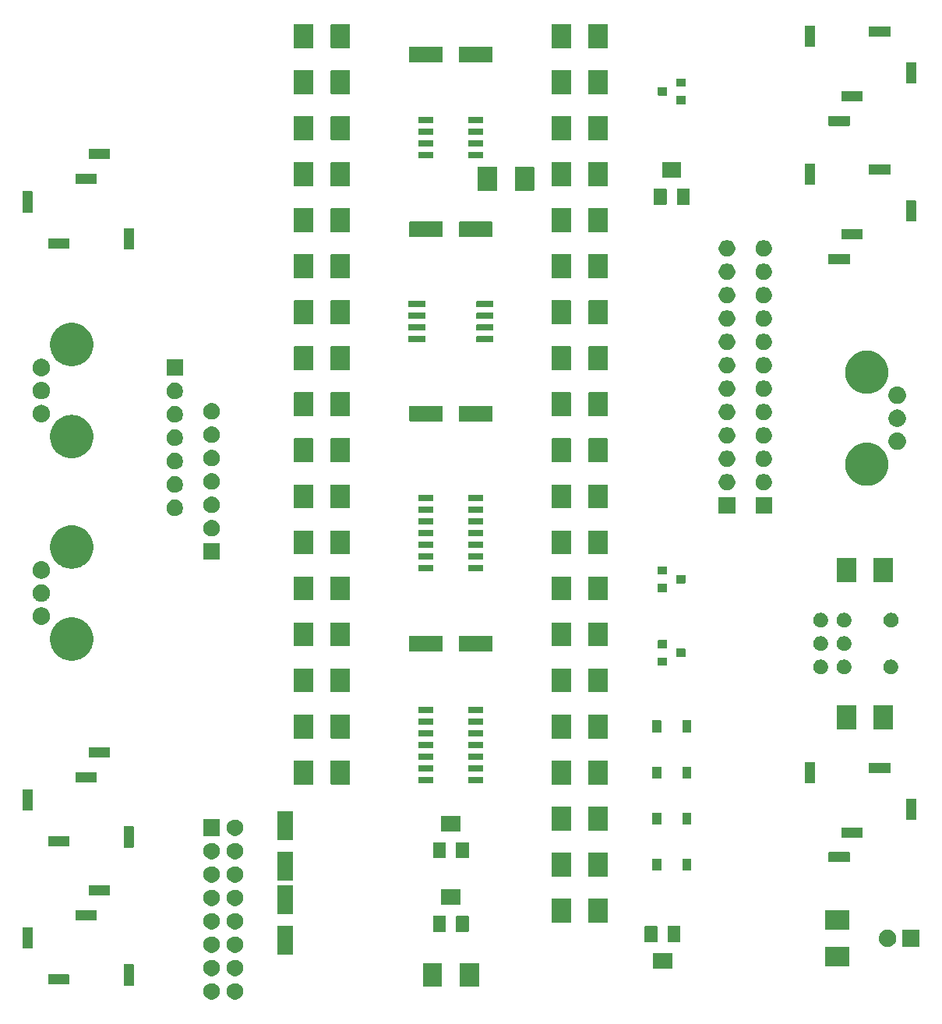
<source format=gbr>
G04 #@! TF.GenerationSoftware,KiCad,Pcbnew,9.0.0*
G04 #@! TF.CreationDate,2025-02-23T15:44:18-07:00*
G04 #@! TF.ProjectId,LFO,4c464f2e-6b69-4636-9164-5f7063625858,rev?*
G04 #@! TF.SameCoordinates,Original*
G04 #@! TF.FileFunction,Soldermask,Top*
G04 #@! TF.FilePolarity,Negative*
%FSLAX46Y46*%
G04 Gerber Fmt 4.6, Leading zero omitted, Abs format (unit mm)*
G04 Created by KiCad (PCBNEW 9.0.0) date 2025-02-23 15:44:18*
%MOMM*%
%LPD*%
G01*
G04 APERTURE LIST*
G04 APERTURE END LIST*
G36*
X22261546Y-106917797D02*
G01*
X22424728Y-106985389D01*
X22571588Y-107083518D01*
X22696482Y-107208412D01*
X22794611Y-107355272D01*
X22862203Y-107518454D01*
X22896661Y-107691687D01*
X22896661Y-107868313D01*
X22862203Y-108041546D01*
X22794611Y-108204728D01*
X22696482Y-108351588D01*
X22571588Y-108476482D01*
X22424728Y-108574611D01*
X22261546Y-108642203D01*
X22088313Y-108676661D01*
X21911687Y-108676661D01*
X21738454Y-108642203D01*
X21575272Y-108574611D01*
X21428412Y-108476482D01*
X21303518Y-108351588D01*
X21205389Y-108204728D01*
X21137797Y-108041546D01*
X21103339Y-107868313D01*
X21103339Y-107691687D01*
X21137797Y-107518454D01*
X21205389Y-107355272D01*
X21303518Y-107208412D01*
X21428412Y-107083518D01*
X21575272Y-106985389D01*
X21738454Y-106917797D01*
X21911687Y-106883339D01*
X22088313Y-106883339D01*
X22261546Y-106917797D01*
G37*
G36*
X24801546Y-106917797D02*
G01*
X24964728Y-106985389D01*
X25111588Y-107083518D01*
X25236482Y-107208412D01*
X25334611Y-107355272D01*
X25402203Y-107518454D01*
X25436661Y-107691687D01*
X25436661Y-107868313D01*
X25402203Y-108041546D01*
X25334611Y-108204728D01*
X25236482Y-108351588D01*
X25111588Y-108476482D01*
X24964728Y-108574611D01*
X24801546Y-108642203D01*
X24628313Y-108676661D01*
X24451687Y-108676661D01*
X24278454Y-108642203D01*
X24115272Y-108574611D01*
X23968412Y-108476482D01*
X23843518Y-108351588D01*
X23745389Y-108204728D01*
X23677797Y-108041546D01*
X23643339Y-107868313D01*
X23643339Y-107691687D01*
X23677797Y-107518454D01*
X23745389Y-107355272D01*
X23843518Y-107208412D01*
X23968412Y-107083518D01*
X24115272Y-106985389D01*
X24278454Y-106917797D01*
X24451687Y-106883339D01*
X24628313Y-106883339D01*
X24801546Y-106917797D01*
G37*
G36*
X47019517Y-104702882D02*
G01*
X47036062Y-104713938D01*
X47047118Y-104730483D01*
X47051000Y-104750000D01*
X47051000Y-107250000D01*
X47047118Y-107269517D01*
X47036062Y-107286062D01*
X47019517Y-107297118D01*
X47000000Y-107301000D01*
X45000000Y-107301000D01*
X44980483Y-107297118D01*
X44963938Y-107286062D01*
X44952882Y-107269517D01*
X44949000Y-107250000D01*
X44949000Y-104750000D01*
X44952882Y-104730483D01*
X44963938Y-104713938D01*
X44980483Y-104702882D01*
X45000000Y-104699000D01*
X47000000Y-104699000D01*
X47019517Y-104702882D01*
G37*
G36*
X51019517Y-104702882D02*
G01*
X51036062Y-104713938D01*
X51047118Y-104730483D01*
X51051000Y-104750000D01*
X51051000Y-107250000D01*
X51047118Y-107269517D01*
X51036062Y-107286062D01*
X51019517Y-107297118D01*
X51000000Y-107301000D01*
X49000000Y-107301000D01*
X48980483Y-107297118D01*
X48963938Y-107286062D01*
X48952882Y-107269517D01*
X48949000Y-107250000D01*
X48949000Y-104750000D01*
X48952882Y-104730483D01*
X48963938Y-104713938D01*
X48980483Y-104702882D01*
X49000000Y-104699000D01*
X51000000Y-104699000D01*
X51019517Y-104702882D01*
G37*
G36*
X13519517Y-104852882D02*
G01*
X13536062Y-104863938D01*
X13547118Y-104880483D01*
X13551000Y-104900000D01*
X13551000Y-107100000D01*
X13547118Y-107119517D01*
X13536062Y-107136062D01*
X13519517Y-107147118D01*
X13500000Y-107151000D01*
X12500000Y-107151000D01*
X12480483Y-107147118D01*
X12463938Y-107136062D01*
X12452882Y-107119517D01*
X12449000Y-107100000D01*
X12449000Y-104900000D01*
X12452882Y-104880483D01*
X12463938Y-104863938D01*
X12480483Y-104852882D01*
X12500000Y-104849000D01*
X13500000Y-104849000D01*
X13519517Y-104852882D01*
G37*
G36*
X6519517Y-105952882D02*
G01*
X6536062Y-105963938D01*
X6547118Y-105980483D01*
X6551000Y-106000000D01*
X6551000Y-107000000D01*
X6547118Y-107019517D01*
X6536062Y-107036062D01*
X6519517Y-107047118D01*
X6500000Y-107051000D01*
X4300000Y-107051000D01*
X4280483Y-107047118D01*
X4263938Y-107036062D01*
X4252882Y-107019517D01*
X4249000Y-107000000D01*
X4249000Y-106000000D01*
X4252882Y-105980483D01*
X4263938Y-105963938D01*
X4280483Y-105952882D01*
X4300000Y-105949000D01*
X6500000Y-105949000D01*
X6519517Y-105952882D01*
G37*
G36*
X22261546Y-104377797D02*
G01*
X22424728Y-104445389D01*
X22571588Y-104543518D01*
X22696482Y-104668412D01*
X22794611Y-104815272D01*
X22862203Y-104978454D01*
X22896661Y-105151687D01*
X22896661Y-105328313D01*
X22862203Y-105501546D01*
X22794611Y-105664728D01*
X22696482Y-105811588D01*
X22571588Y-105936482D01*
X22424728Y-106034611D01*
X22261546Y-106102203D01*
X22088313Y-106136661D01*
X21911687Y-106136661D01*
X21738454Y-106102203D01*
X21575272Y-106034611D01*
X21428412Y-105936482D01*
X21303518Y-105811588D01*
X21205389Y-105664728D01*
X21137797Y-105501546D01*
X21103339Y-105328313D01*
X21103339Y-105151687D01*
X21137797Y-104978454D01*
X21205389Y-104815272D01*
X21303518Y-104668412D01*
X21428412Y-104543518D01*
X21575272Y-104445389D01*
X21738454Y-104377797D01*
X21911687Y-104343339D01*
X22088313Y-104343339D01*
X22261546Y-104377797D01*
G37*
G36*
X24801546Y-104377797D02*
G01*
X24964728Y-104445389D01*
X25111588Y-104543518D01*
X25236482Y-104668412D01*
X25334611Y-104815272D01*
X25402203Y-104978454D01*
X25436661Y-105151687D01*
X25436661Y-105328313D01*
X25402203Y-105501546D01*
X25334611Y-105664728D01*
X25236482Y-105811588D01*
X25111588Y-105936482D01*
X24964728Y-106034611D01*
X24801546Y-106102203D01*
X24628313Y-106136661D01*
X24451687Y-106136661D01*
X24278454Y-106102203D01*
X24115272Y-106034611D01*
X23968412Y-105936482D01*
X23843518Y-105811588D01*
X23745389Y-105664728D01*
X23677797Y-105501546D01*
X23643339Y-105328313D01*
X23643339Y-105151687D01*
X23677797Y-104978454D01*
X23745389Y-104815272D01*
X23843518Y-104668412D01*
X23968412Y-104543518D01*
X24115272Y-104445389D01*
X24278454Y-104377797D01*
X24451687Y-104343339D01*
X24628313Y-104343339D01*
X24801546Y-104377797D01*
G37*
G36*
X72019517Y-103602882D02*
G01*
X72036062Y-103613938D01*
X72047118Y-103630483D01*
X72051000Y-103650000D01*
X72051000Y-105250000D01*
X72047118Y-105269517D01*
X72036062Y-105286062D01*
X72019517Y-105297118D01*
X72000000Y-105301000D01*
X70000000Y-105301000D01*
X69980483Y-105297118D01*
X69963938Y-105286062D01*
X69952882Y-105269517D01*
X69949000Y-105250000D01*
X69949000Y-103650000D01*
X69952882Y-103630483D01*
X69963938Y-103613938D01*
X69980483Y-103602882D01*
X70000000Y-103599000D01*
X72000000Y-103599000D01*
X72019517Y-103602882D01*
G37*
G36*
X91269517Y-102952882D02*
G01*
X91286062Y-102963938D01*
X91297118Y-102980483D01*
X91301000Y-103000000D01*
X91301000Y-105000000D01*
X91297118Y-105019517D01*
X91286062Y-105036062D01*
X91269517Y-105047118D01*
X91250000Y-105051000D01*
X88750000Y-105051000D01*
X88730483Y-105047118D01*
X88713938Y-105036062D01*
X88702882Y-105019517D01*
X88699000Y-105000000D01*
X88699000Y-103000000D01*
X88702882Y-102980483D01*
X88713938Y-102963938D01*
X88730483Y-102952882D01*
X88750000Y-102949000D01*
X91250000Y-102949000D01*
X91269517Y-102952882D01*
G37*
G36*
X30819517Y-100652882D02*
G01*
X30836062Y-100663938D01*
X30847118Y-100680483D01*
X30851000Y-100700000D01*
X30851000Y-103700000D01*
X30847118Y-103719517D01*
X30836062Y-103736062D01*
X30819517Y-103747118D01*
X30800000Y-103751000D01*
X29200000Y-103751000D01*
X29180483Y-103747118D01*
X29163938Y-103736062D01*
X29152882Y-103719517D01*
X29149000Y-103700000D01*
X29149000Y-100700000D01*
X29152882Y-100680483D01*
X29163938Y-100663938D01*
X29180483Y-100652882D01*
X29200000Y-100649000D01*
X30800000Y-100649000D01*
X30819517Y-100652882D01*
G37*
G36*
X22261546Y-101837797D02*
G01*
X22424728Y-101905389D01*
X22571588Y-102003518D01*
X22696482Y-102128412D01*
X22794611Y-102275272D01*
X22862203Y-102438454D01*
X22896661Y-102611687D01*
X22896661Y-102788313D01*
X22862203Y-102961546D01*
X22794611Y-103124728D01*
X22696482Y-103271588D01*
X22571588Y-103396482D01*
X22424728Y-103494611D01*
X22261546Y-103562203D01*
X22088313Y-103596661D01*
X21911687Y-103596661D01*
X21738454Y-103562203D01*
X21575272Y-103494611D01*
X21428412Y-103396482D01*
X21303518Y-103271588D01*
X21205389Y-103124728D01*
X21137797Y-102961546D01*
X21103339Y-102788313D01*
X21103339Y-102611687D01*
X21137797Y-102438454D01*
X21205389Y-102275272D01*
X21303518Y-102128412D01*
X21428412Y-102003518D01*
X21575272Y-101905389D01*
X21738454Y-101837797D01*
X21911687Y-101803339D01*
X22088313Y-101803339D01*
X22261546Y-101837797D01*
G37*
G36*
X24801546Y-101837797D02*
G01*
X24964728Y-101905389D01*
X25111588Y-102003518D01*
X25236482Y-102128412D01*
X25334611Y-102275272D01*
X25402203Y-102438454D01*
X25436661Y-102611687D01*
X25436661Y-102788313D01*
X25402203Y-102961546D01*
X25334611Y-103124728D01*
X25236482Y-103271588D01*
X25111588Y-103396482D01*
X24964728Y-103494611D01*
X24801546Y-103562203D01*
X24628313Y-103596661D01*
X24451687Y-103596661D01*
X24278454Y-103562203D01*
X24115272Y-103494611D01*
X23968412Y-103396482D01*
X23843518Y-103271588D01*
X23745389Y-103124728D01*
X23677797Y-102961546D01*
X23643339Y-102788313D01*
X23643339Y-102611687D01*
X23677797Y-102438454D01*
X23745389Y-102275272D01*
X23843518Y-102128412D01*
X23968412Y-102003518D01*
X24115272Y-101905389D01*
X24278454Y-101837797D01*
X24451687Y-101803339D01*
X24628313Y-101803339D01*
X24801546Y-101837797D01*
G37*
G36*
X2519517Y-100852882D02*
G01*
X2536062Y-100863938D01*
X2547118Y-100880483D01*
X2551000Y-100900000D01*
X2551000Y-103100000D01*
X2547118Y-103119517D01*
X2536062Y-103136062D01*
X2519517Y-103147118D01*
X2500000Y-103151000D01*
X1500000Y-103151000D01*
X1480483Y-103147118D01*
X1463938Y-103136062D01*
X1452882Y-103119517D01*
X1449000Y-103100000D01*
X1449000Y-100900000D01*
X1452882Y-100880483D01*
X1463938Y-100863938D01*
X1480483Y-100852882D01*
X1500000Y-100849000D01*
X2500000Y-100849000D01*
X2519517Y-100852882D01*
G37*
G36*
X98919517Y-101052882D02*
G01*
X98936062Y-101063938D01*
X98947118Y-101080483D01*
X98951000Y-101100000D01*
X98951000Y-102900000D01*
X98947118Y-102919517D01*
X98936062Y-102936062D01*
X98919517Y-102947118D01*
X98900000Y-102951000D01*
X97100000Y-102951000D01*
X97080483Y-102947118D01*
X97063938Y-102936062D01*
X97052882Y-102919517D01*
X97049000Y-102900000D01*
X97049000Y-101100000D01*
X97052882Y-101080483D01*
X97063938Y-101063938D01*
X97080483Y-101052882D01*
X97100000Y-101049000D01*
X98900000Y-101049000D01*
X98919517Y-101052882D01*
G37*
G36*
X95542553Y-101053579D02*
G01*
X95553214Y-101053579D01*
X95594865Y-101061864D01*
X95681916Y-101075651D01*
X95709918Y-101084749D01*
X95736061Y-101089950D01*
X95772956Y-101105232D01*
X95823784Y-101121748D01*
X95871399Y-101146009D01*
X95908298Y-101161293D01*
X95930463Y-101176103D01*
X95956693Y-101189468D01*
X96027990Y-101241268D01*
X96063308Y-101264867D01*
X96070846Y-101272405D01*
X96077370Y-101277145D01*
X96182854Y-101382629D01*
X96187593Y-101389152D01*
X96195133Y-101396692D01*
X96218734Y-101432014D01*
X96270531Y-101503306D01*
X96283894Y-101529533D01*
X96298707Y-101551702D01*
X96313993Y-101588605D01*
X96338251Y-101636215D01*
X96354764Y-101687035D01*
X96370050Y-101723939D01*
X96375251Y-101750086D01*
X96384348Y-101778083D01*
X96398134Y-101865125D01*
X96406421Y-101906786D01*
X96406421Y-101917447D01*
X96407683Y-101925415D01*
X96407683Y-102074584D01*
X96406421Y-102082551D01*
X96406421Y-102093214D01*
X96398133Y-102134877D01*
X96384348Y-102221916D01*
X96375251Y-102249910D01*
X96370050Y-102276061D01*
X96354762Y-102312968D01*
X96338251Y-102363784D01*
X96313995Y-102411388D01*
X96298707Y-102448298D01*
X96283892Y-102470470D01*
X96270531Y-102496693D01*
X96218742Y-102567973D01*
X96195133Y-102603308D01*
X96187591Y-102610849D01*
X96182854Y-102617370D01*
X96077370Y-102722854D01*
X96070849Y-102727591D01*
X96063308Y-102735133D01*
X96027973Y-102758742D01*
X95956693Y-102810531D01*
X95930470Y-102823892D01*
X95908298Y-102838707D01*
X95871388Y-102853995D01*
X95823784Y-102878251D01*
X95772968Y-102894762D01*
X95736061Y-102910050D01*
X95709910Y-102915251D01*
X95681916Y-102924348D01*
X95594875Y-102938133D01*
X95553214Y-102946421D01*
X95542553Y-102946421D01*
X95534585Y-102947683D01*
X95385415Y-102947683D01*
X95377447Y-102946421D01*
X95366786Y-102946421D01*
X95325125Y-102938134D01*
X95238083Y-102924348D01*
X95210086Y-102915251D01*
X95183939Y-102910050D01*
X95147035Y-102894764D01*
X95096215Y-102878251D01*
X95048605Y-102853993D01*
X95011702Y-102838707D01*
X94989533Y-102823894D01*
X94963306Y-102810531D01*
X94892014Y-102758734D01*
X94856692Y-102735133D01*
X94849152Y-102727593D01*
X94842629Y-102722854D01*
X94737145Y-102617370D01*
X94732405Y-102610846D01*
X94724867Y-102603308D01*
X94701268Y-102567990D01*
X94649468Y-102496693D01*
X94636103Y-102470463D01*
X94621293Y-102448298D01*
X94606009Y-102411399D01*
X94581748Y-102363784D01*
X94565232Y-102312956D01*
X94549950Y-102276061D01*
X94544749Y-102249918D01*
X94535651Y-102221916D01*
X94521864Y-102134867D01*
X94513579Y-102093214D01*
X94513579Y-102082552D01*
X94512317Y-102074584D01*
X94512317Y-101925415D01*
X94513579Y-101917446D01*
X94513579Y-101906786D01*
X94521863Y-101865136D01*
X94535651Y-101778083D01*
X94544750Y-101750078D01*
X94549950Y-101723939D01*
X94565231Y-101687046D01*
X94581748Y-101636215D01*
X94606011Y-101588595D01*
X94621293Y-101551702D01*
X94636101Y-101529539D01*
X94649468Y-101503306D01*
X94701277Y-101431996D01*
X94724867Y-101396692D01*
X94732402Y-101389156D01*
X94737145Y-101382629D01*
X94842629Y-101277145D01*
X94849156Y-101272402D01*
X94856692Y-101264867D01*
X94891996Y-101241277D01*
X94963306Y-101189468D01*
X94989539Y-101176101D01*
X95011702Y-101161293D01*
X95048595Y-101146011D01*
X95096215Y-101121748D01*
X95147046Y-101105231D01*
X95183939Y-101089950D01*
X95210078Y-101084750D01*
X95238083Y-101075651D01*
X95325136Y-101061863D01*
X95366786Y-101053579D01*
X95377447Y-101053579D01*
X95385415Y-101052317D01*
X95534585Y-101052317D01*
X95542553Y-101053579D01*
G37*
G36*
X70419517Y-100702882D02*
G01*
X70436062Y-100713938D01*
X70447118Y-100730483D01*
X70451000Y-100750000D01*
X70451000Y-102350000D01*
X70447118Y-102369517D01*
X70436062Y-102386062D01*
X70419517Y-102397118D01*
X70400000Y-102401000D01*
X69100000Y-102401000D01*
X69080483Y-102397118D01*
X69063938Y-102386062D01*
X69052882Y-102369517D01*
X69049000Y-102350000D01*
X69049000Y-100750000D01*
X69052882Y-100730483D01*
X69063938Y-100713938D01*
X69080483Y-100702882D01*
X69100000Y-100699000D01*
X70400000Y-100699000D01*
X70419517Y-100702882D01*
G37*
G36*
X72919517Y-100702882D02*
G01*
X72936062Y-100713938D01*
X72947118Y-100730483D01*
X72951000Y-100750000D01*
X72951000Y-102350000D01*
X72947118Y-102369517D01*
X72936062Y-102386062D01*
X72919517Y-102397118D01*
X72900000Y-102401000D01*
X71600000Y-102401000D01*
X71580483Y-102397118D01*
X71563938Y-102386062D01*
X71552882Y-102369517D01*
X71549000Y-102350000D01*
X71549000Y-100750000D01*
X71552882Y-100730483D01*
X71563938Y-100713938D01*
X71580483Y-100702882D01*
X71600000Y-100699000D01*
X72900000Y-100699000D01*
X72919517Y-100702882D01*
G37*
G36*
X47419517Y-99602882D02*
G01*
X47436062Y-99613938D01*
X47447118Y-99630483D01*
X47451000Y-99650000D01*
X47451000Y-101250000D01*
X47447118Y-101269517D01*
X47436062Y-101286062D01*
X47419517Y-101297118D01*
X47400000Y-101301000D01*
X46100000Y-101301000D01*
X46080483Y-101297118D01*
X46063938Y-101286062D01*
X46052882Y-101269517D01*
X46049000Y-101250000D01*
X46049000Y-99650000D01*
X46052882Y-99630483D01*
X46063938Y-99613938D01*
X46080483Y-99602882D01*
X46100000Y-99599000D01*
X47400000Y-99599000D01*
X47419517Y-99602882D01*
G37*
G36*
X49919517Y-99602882D02*
G01*
X49936062Y-99613938D01*
X49947118Y-99630483D01*
X49951000Y-99650000D01*
X49951000Y-101250000D01*
X49947118Y-101269517D01*
X49936062Y-101286062D01*
X49919517Y-101297118D01*
X49900000Y-101301000D01*
X48600000Y-101301000D01*
X48580483Y-101297118D01*
X48563938Y-101286062D01*
X48552882Y-101269517D01*
X48549000Y-101250000D01*
X48549000Y-99650000D01*
X48552882Y-99630483D01*
X48563938Y-99613938D01*
X48580483Y-99602882D01*
X48600000Y-99599000D01*
X49900000Y-99599000D01*
X49919517Y-99602882D01*
G37*
G36*
X22261546Y-99297797D02*
G01*
X22424728Y-99365389D01*
X22571588Y-99463518D01*
X22696482Y-99588412D01*
X22794611Y-99735272D01*
X22862203Y-99898454D01*
X22896661Y-100071687D01*
X22896661Y-100248313D01*
X22862203Y-100421546D01*
X22794611Y-100584728D01*
X22696482Y-100731588D01*
X22571588Y-100856482D01*
X22424728Y-100954611D01*
X22261546Y-101022203D01*
X22088313Y-101056661D01*
X21911687Y-101056661D01*
X21738454Y-101022203D01*
X21575272Y-100954611D01*
X21428412Y-100856482D01*
X21303518Y-100731588D01*
X21205389Y-100584728D01*
X21137797Y-100421546D01*
X21103339Y-100248313D01*
X21103339Y-100071687D01*
X21137797Y-99898454D01*
X21205389Y-99735272D01*
X21303518Y-99588412D01*
X21428412Y-99463518D01*
X21575272Y-99365389D01*
X21738454Y-99297797D01*
X21911687Y-99263339D01*
X22088313Y-99263339D01*
X22261546Y-99297797D01*
G37*
G36*
X24801546Y-99297797D02*
G01*
X24964728Y-99365389D01*
X25111588Y-99463518D01*
X25236482Y-99588412D01*
X25334611Y-99735272D01*
X25402203Y-99898454D01*
X25436661Y-100071687D01*
X25436661Y-100248313D01*
X25402203Y-100421546D01*
X25334611Y-100584728D01*
X25236482Y-100731588D01*
X25111588Y-100856482D01*
X24964728Y-100954611D01*
X24801546Y-101022203D01*
X24628313Y-101056661D01*
X24451687Y-101056661D01*
X24278454Y-101022203D01*
X24115272Y-100954611D01*
X23968412Y-100856482D01*
X23843518Y-100731588D01*
X23745389Y-100584728D01*
X23677797Y-100421546D01*
X23643339Y-100248313D01*
X23643339Y-100071687D01*
X23677797Y-99898454D01*
X23745389Y-99735272D01*
X23843518Y-99588412D01*
X23968412Y-99463518D01*
X24115272Y-99365389D01*
X24278454Y-99297797D01*
X24451687Y-99263339D01*
X24628313Y-99263339D01*
X24801546Y-99297797D01*
G37*
G36*
X91269517Y-98952882D02*
G01*
X91286062Y-98963938D01*
X91297118Y-98980483D01*
X91301000Y-99000000D01*
X91301000Y-101000000D01*
X91297118Y-101019517D01*
X91286062Y-101036062D01*
X91269517Y-101047118D01*
X91250000Y-101051000D01*
X88750000Y-101051000D01*
X88730483Y-101047118D01*
X88713938Y-101036062D01*
X88702882Y-101019517D01*
X88699000Y-101000000D01*
X88699000Y-99000000D01*
X88702882Y-98980483D01*
X88713938Y-98963938D01*
X88730483Y-98952882D01*
X88750000Y-98949000D01*
X91250000Y-98949000D01*
X91269517Y-98952882D01*
G37*
G36*
X61019517Y-97702882D02*
G01*
X61036062Y-97713938D01*
X61047118Y-97730483D01*
X61051000Y-97750000D01*
X61051000Y-100250000D01*
X61047118Y-100269517D01*
X61036062Y-100286062D01*
X61019517Y-100297118D01*
X61000000Y-100301000D01*
X59000000Y-100301000D01*
X58980483Y-100297118D01*
X58963938Y-100286062D01*
X58952882Y-100269517D01*
X58949000Y-100250000D01*
X58949000Y-97750000D01*
X58952882Y-97730483D01*
X58963938Y-97713938D01*
X58980483Y-97702882D01*
X59000000Y-97699000D01*
X61000000Y-97699000D01*
X61019517Y-97702882D01*
G37*
G36*
X65019517Y-97702882D02*
G01*
X65036062Y-97713938D01*
X65047118Y-97730483D01*
X65051000Y-97750000D01*
X65051000Y-100250000D01*
X65047118Y-100269517D01*
X65036062Y-100286062D01*
X65019517Y-100297118D01*
X65000000Y-100301000D01*
X63000000Y-100301000D01*
X62980483Y-100297118D01*
X62963938Y-100286062D01*
X62952882Y-100269517D01*
X62949000Y-100250000D01*
X62949000Y-97750000D01*
X62952882Y-97730483D01*
X62963938Y-97713938D01*
X62980483Y-97702882D01*
X63000000Y-97699000D01*
X65000000Y-97699000D01*
X65019517Y-97702882D01*
G37*
G36*
X9519517Y-98952882D02*
G01*
X9536062Y-98963938D01*
X9547118Y-98980483D01*
X9551000Y-99000000D01*
X9551000Y-100000000D01*
X9547118Y-100019517D01*
X9536062Y-100036062D01*
X9519517Y-100047118D01*
X9500000Y-100051000D01*
X7300000Y-100051000D01*
X7280483Y-100047118D01*
X7263938Y-100036062D01*
X7252882Y-100019517D01*
X7249000Y-100000000D01*
X7249000Y-99000000D01*
X7252882Y-98980483D01*
X7263938Y-98963938D01*
X7280483Y-98952882D01*
X7300000Y-98949000D01*
X9500000Y-98949000D01*
X9519517Y-98952882D01*
G37*
G36*
X30819517Y-96252882D02*
G01*
X30836062Y-96263938D01*
X30847118Y-96280483D01*
X30851000Y-96300000D01*
X30851000Y-99300000D01*
X30847118Y-99319517D01*
X30836062Y-99336062D01*
X30819517Y-99347118D01*
X30800000Y-99351000D01*
X29200000Y-99351000D01*
X29180483Y-99347118D01*
X29163938Y-99336062D01*
X29152882Y-99319517D01*
X29149000Y-99300000D01*
X29149000Y-96300000D01*
X29152882Y-96280483D01*
X29163938Y-96263938D01*
X29180483Y-96252882D01*
X29200000Y-96249000D01*
X30800000Y-96249000D01*
X30819517Y-96252882D01*
G37*
G36*
X22261546Y-96757797D02*
G01*
X22424728Y-96825389D01*
X22571588Y-96923518D01*
X22696482Y-97048412D01*
X22794611Y-97195272D01*
X22862203Y-97358454D01*
X22896661Y-97531687D01*
X22896661Y-97708313D01*
X22862203Y-97881546D01*
X22794611Y-98044728D01*
X22696482Y-98191588D01*
X22571588Y-98316482D01*
X22424728Y-98414611D01*
X22261546Y-98482203D01*
X22088313Y-98516661D01*
X21911687Y-98516661D01*
X21738454Y-98482203D01*
X21575272Y-98414611D01*
X21428412Y-98316482D01*
X21303518Y-98191588D01*
X21205389Y-98044728D01*
X21137797Y-97881546D01*
X21103339Y-97708313D01*
X21103339Y-97531687D01*
X21137797Y-97358454D01*
X21205389Y-97195272D01*
X21303518Y-97048412D01*
X21428412Y-96923518D01*
X21575272Y-96825389D01*
X21738454Y-96757797D01*
X21911687Y-96723339D01*
X22088313Y-96723339D01*
X22261546Y-96757797D01*
G37*
G36*
X24801546Y-96757797D02*
G01*
X24964728Y-96825389D01*
X25111588Y-96923518D01*
X25236482Y-97048412D01*
X25334611Y-97195272D01*
X25402203Y-97358454D01*
X25436661Y-97531687D01*
X25436661Y-97708313D01*
X25402203Y-97881546D01*
X25334611Y-98044728D01*
X25236482Y-98191588D01*
X25111588Y-98316482D01*
X24964728Y-98414611D01*
X24801546Y-98482203D01*
X24628313Y-98516661D01*
X24451687Y-98516661D01*
X24278454Y-98482203D01*
X24115272Y-98414611D01*
X23968412Y-98316482D01*
X23843518Y-98191588D01*
X23745389Y-98044728D01*
X23677797Y-97881546D01*
X23643339Y-97708313D01*
X23643339Y-97531687D01*
X23677797Y-97358454D01*
X23745389Y-97195272D01*
X23843518Y-97048412D01*
X23968412Y-96923518D01*
X24115272Y-96825389D01*
X24278454Y-96757797D01*
X24451687Y-96723339D01*
X24628313Y-96723339D01*
X24801546Y-96757797D01*
G37*
G36*
X49019517Y-96702882D02*
G01*
X49036062Y-96713938D01*
X49047118Y-96730483D01*
X49051000Y-96750000D01*
X49051000Y-98350000D01*
X49047118Y-98369517D01*
X49036062Y-98386062D01*
X49019517Y-98397118D01*
X49000000Y-98401000D01*
X47000000Y-98401000D01*
X46980483Y-98397118D01*
X46963938Y-98386062D01*
X46952882Y-98369517D01*
X46949000Y-98350000D01*
X46949000Y-96750000D01*
X46952882Y-96730483D01*
X46963938Y-96713938D01*
X46980483Y-96702882D01*
X47000000Y-96699000D01*
X49000000Y-96699000D01*
X49019517Y-96702882D01*
G37*
G36*
X10919517Y-96252882D02*
G01*
X10936062Y-96263938D01*
X10947118Y-96280483D01*
X10951000Y-96300000D01*
X10951000Y-97300000D01*
X10947118Y-97319517D01*
X10936062Y-97336062D01*
X10919517Y-97347118D01*
X10900000Y-97351000D01*
X8700000Y-97351000D01*
X8680483Y-97347118D01*
X8663938Y-97336062D01*
X8652882Y-97319517D01*
X8649000Y-97300000D01*
X8649000Y-96300000D01*
X8652882Y-96280483D01*
X8663938Y-96263938D01*
X8680483Y-96252882D01*
X8700000Y-96249000D01*
X10900000Y-96249000D01*
X10919517Y-96252882D01*
G37*
G36*
X22261546Y-94217797D02*
G01*
X22424728Y-94285389D01*
X22571588Y-94383518D01*
X22696482Y-94508412D01*
X22794611Y-94655272D01*
X22862203Y-94818454D01*
X22896661Y-94991687D01*
X22896661Y-95168313D01*
X22862203Y-95341546D01*
X22794611Y-95504728D01*
X22696482Y-95651588D01*
X22571588Y-95776482D01*
X22424728Y-95874611D01*
X22261546Y-95942203D01*
X22088313Y-95976661D01*
X21911687Y-95976661D01*
X21738454Y-95942203D01*
X21575272Y-95874611D01*
X21428412Y-95776482D01*
X21303518Y-95651588D01*
X21205389Y-95504728D01*
X21137797Y-95341546D01*
X21103339Y-95168313D01*
X21103339Y-94991687D01*
X21137797Y-94818454D01*
X21205389Y-94655272D01*
X21303518Y-94508412D01*
X21428412Y-94383518D01*
X21575272Y-94285389D01*
X21738454Y-94217797D01*
X21911687Y-94183339D01*
X22088313Y-94183339D01*
X22261546Y-94217797D01*
G37*
G36*
X24801546Y-94217797D02*
G01*
X24964728Y-94285389D01*
X25111588Y-94383518D01*
X25236482Y-94508412D01*
X25334611Y-94655272D01*
X25402203Y-94818454D01*
X25436661Y-94991687D01*
X25436661Y-95168313D01*
X25402203Y-95341546D01*
X25334611Y-95504728D01*
X25236482Y-95651588D01*
X25111588Y-95776482D01*
X24964728Y-95874611D01*
X24801546Y-95942203D01*
X24628313Y-95976661D01*
X24451687Y-95976661D01*
X24278454Y-95942203D01*
X24115272Y-95874611D01*
X23968412Y-95776482D01*
X23843518Y-95651588D01*
X23745389Y-95504728D01*
X23677797Y-95341546D01*
X23643339Y-95168313D01*
X23643339Y-94991687D01*
X23677797Y-94818454D01*
X23745389Y-94655272D01*
X23843518Y-94508412D01*
X23968412Y-94383518D01*
X24115272Y-94285389D01*
X24278454Y-94217797D01*
X24451687Y-94183339D01*
X24628313Y-94183339D01*
X24801546Y-94217797D01*
G37*
G36*
X30819517Y-92652882D02*
G01*
X30836062Y-92663938D01*
X30847118Y-92680483D01*
X30851000Y-92700000D01*
X30851000Y-95700000D01*
X30847118Y-95719517D01*
X30836062Y-95736062D01*
X30819517Y-95747118D01*
X30800000Y-95751000D01*
X29200000Y-95751000D01*
X29180483Y-95747118D01*
X29163938Y-95736062D01*
X29152882Y-95719517D01*
X29149000Y-95700000D01*
X29149000Y-92700000D01*
X29152882Y-92680483D01*
X29163938Y-92663938D01*
X29180483Y-92652882D01*
X29200000Y-92649000D01*
X30800000Y-92649000D01*
X30819517Y-92652882D01*
G37*
G36*
X61019517Y-92702882D02*
G01*
X61036062Y-92713938D01*
X61047118Y-92730483D01*
X61051000Y-92750000D01*
X61051000Y-95250000D01*
X61047118Y-95269517D01*
X61036062Y-95286062D01*
X61019517Y-95297118D01*
X61000000Y-95301000D01*
X59000000Y-95301000D01*
X58980483Y-95297118D01*
X58963938Y-95286062D01*
X58952882Y-95269517D01*
X58949000Y-95250000D01*
X58949000Y-92750000D01*
X58952882Y-92730483D01*
X58963938Y-92713938D01*
X58980483Y-92702882D01*
X59000000Y-92699000D01*
X61000000Y-92699000D01*
X61019517Y-92702882D01*
G37*
G36*
X65019517Y-92702882D02*
G01*
X65036062Y-92713938D01*
X65047118Y-92730483D01*
X65051000Y-92750000D01*
X65051000Y-95250000D01*
X65047118Y-95269517D01*
X65036062Y-95286062D01*
X65019517Y-95297118D01*
X65000000Y-95301000D01*
X63000000Y-95301000D01*
X62980483Y-95297118D01*
X62963938Y-95286062D01*
X62952882Y-95269517D01*
X62949000Y-95250000D01*
X62949000Y-92750000D01*
X62952882Y-92730483D01*
X62963938Y-92713938D01*
X62980483Y-92702882D01*
X63000000Y-92699000D01*
X65000000Y-92699000D01*
X65019517Y-92702882D01*
G37*
G36*
X70819517Y-93352882D02*
G01*
X70836062Y-93363938D01*
X70847118Y-93380483D01*
X70851000Y-93400000D01*
X70851000Y-94600000D01*
X70847118Y-94619517D01*
X70836062Y-94636062D01*
X70819517Y-94647118D01*
X70800000Y-94651000D01*
X69900000Y-94651000D01*
X69880483Y-94647118D01*
X69863938Y-94636062D01*
X69852882Y-94619517D01*
X69849000Y-94600000D01*
X69849000Y-93400000D01*
X69852882Y-93380483D01*
X69863938Y-93363938D01*
X69880483Y-93352882D01*
X69900000Y-93349000D01*
X70800000Y-93349000D01*
X70819517Y-93352882D01*
G37*
G36*
X74119517Y-93352882D02*
G01*
X74136062Y-93363938D01*
X74147118Y-93380483D01*
X74151000Y-93400000D01*
X74151000Y-94600000D01*
X74147118Y-94619517D01*
X74136062Y-94636062D01*
X74119517Y-94647118D01*
X74100000Y-94651000D01*
X73200000Y-94651000D01*
X73180483Y-94647118D01*
X73163938Y-94636062D01*
X73152882Y-94619517D01*
X73149000Y-94600000D01*
X73149000Y-93400000D01*
X73152882Y-93380483D01*
X73163938Y-93363938D01*
X73180483Y-93352882D01*
X73200000Y-93349000D01*
X74100000Y-93349000D01*
X74119517Y-93352882D01*
G37*
G36*
X91319517Y-92652882D02*
G01*
X91336062Y-92663938D01*
X91347118Y-92680483D01*
X91351000Y-92700000D01*
X91351000Y-93700000D01*
X91347118Y-93719517D01*
X91336062Y-93736062D01*
X91319517Y-93747118D01*
X91300000Y-93751000D01*
X89100000Y-93751000D01*
X89080483Y-93747118D01*
X89063938Y-93736062D01*
X89052882Y-93719517D01*
X89049000Y-93700000D01*
X89049000Y-92700000D01*
X89052882Y-92680483D01*
X89063938Y-92663938D01*
X89080483Y-92652882D01*
X89100000Y-92649000D01*
X91300000Y-92649000D01*
X91319517Y-92652882D01*
G37*
G36*
X22261546Y-91677797D02*
G01*
X22424728Y-91745389D01*
X22571588Y-91843518D01*
X22696482Y-91968412D01*
X22794611Y-92115272D01*
X22862203Y-92278454D01*
X22896661Y-92451687D01*
X22896661Y-92628313D01*
X22862203Y-92801546D01*
X22794611Y-92964728D01*
X22696482Y-93111588D01*
X22571588Y-93236482D01*
X22424728Y-93334611D01*
X22261546Y-93402203D01*
X22088313Y-93436661D01*
X21911687Y-93436661D01*
X21738454Y-93402203D01*
X21575272Y-93334611D01*
X21428412Y-93236482D01*
X21303518Y-93111588D01*
X21205389Y-92964728D01*
X21137797Y-92801546D01*
X21103339Y-92628313D01*
X21103339Y-92451687D01*
X21137797Y-92278454D01*
X21205389Y-92115272D01*
X21303518Y-91968412D01*
X21428412Y-91843518D01*
X21575272Y-91745389D01*
X21738454Y-91677797D01*
X21911687Y-91643339D01*
X22088313Y-91643339D01*
X22261546Y-91677797D01*
G37*
G36*
X24801546Y-91677797D02*
G01*
X24964728Y-91745389D01*
X25111588Y-91843518D01*
X25236482Y-91968412D01*
X25334611Y-92115272D01*
X25402203Y-92278454D01*
X25436661Y-92451687D01*
X25436661Y-92628313D01*
X25402203Y-92801546D01*
X25334611Y-92964728D01*
X25236482Y-93111588D01*
X25111588Y-93236482D01*
X24964728Y-93334611D01*
X24801546Y-93402203D01*
X24628313Y-93436661D01*
X24451687Y-93436661D01*
X24278454Y-93402203D01*
X24115272Y-93334611D01*
X23968412Y-93236482D01*
X23843518Y-93111588D01*
X23745389Y-92964728D01*
X23677797Y-92801546D01*
X23643339Y-92628313D01*
X23643339Y-92451687D01*
X23677797Y-92278454D01*
X23745389Y-92115272D01*
X23843518Y-91968412D01*
X23968412Y-91843518D01*
X24115272Y-91745389D01*
X24278454Y-91677797D01*
X24451687Y-91643339D01*
X24628313Y-91643339D01*
X24801546Y-91677797D01*
G37*
G36*
X47419517Y-91602882D02*
G01*
X47436062Y-91613938D01*
X47447118Y-91630483D01*
X47451000Y-91650000D01*
X47451000Y-93250000D01*
X47447118Y-93269517D01*
X47436062Y-93286062D01*
X47419517Y-93297118D01*
X47400000Y-93301000D01*
X46100000Y-93301000D01*
X46080483Y-93297118D01*
X46063938Y-93286062D01*
X46052882Y-93269517D01*
X46049000Y-93250000D01*
X46049000Y-91650000D01*
X46052882Y-91630483D01*
X46063938Y-91613938D01*
X46080483Y-91602882D01*
X46100000Y-91599000D01*
X47400000Y-91599000D01*
X47419517Y-91602882D01*
G37*
G36*
X49919517Y-91602882D02*
G01*
X49936062Y-91613938D01*
X49947118Y-91630483D01*
X49951000Y-91650000D01*
X49951000Y-93250000D01*
X49947118Y-93269517D01*
X49936062Y-93286062D01*
X49919517Y-93297118D01*
X49900000Y-93301000D01*
X48600000Y-93301000D01*
X48580483Y-93297118D01*
X48563938Y-93286062D01*
X48552882Y-93269517D01*
X48549000Y-93250000D01*
X48549000Y-91650000D01*
X48552882Y-91630483D01*
X48563938Y-91613938D01*
X48580483Y-91602882D01*
X48600000Y-91599000D01*
X49900000Y-91599000D01*
X49919517Y-91602882D01*
G37*
G36*
X13519517Y-89852882D02*
G01*
X13536062Y-89863938D01*
X13547118Y-89880483D01*
X13551000Y-89900000D01*
X13551000Y-92100000D01*
X13547118Y-92119517D01*
X13536062Y-92136062D01*
X13519517Y-92147118D01*
X13500000Y-92151000D01*
X12500000Y-92151000D01*
X12480483Y-92147118D01*
X12463938Y-92136062D01*
X12452882Y-92119517D01*
X12449000Y-92100000D01*
X12449000Y-89900000D01*
X12452882Y-89880483D01*
X12463938Y-89863938D01*
X12480483Y-89852882D01*
X12500000Y-89849000D01*
X13500000Y-89849000D01*
X13519517Y-89852882D01*
G37*
G36*
X6519517Y-90952882D02*
G01*
X6536062Y-90963938D01*
X6547118Y-90980483D01*
X6551000Y-91000000D01*
X6551000Y-92000000D01*
X6547118Y-92019517D01*
X6536062Y-92036062D01*
X6519517Y-92047118D01*
X6500000Y-92051000D01*
X4300000Y-92051000D01*
X4280483Y-92047118D01*
X4263938Y-92036062D01*
X4252882Y-92019517D01*
X4249000Y-92000000D01*
X4249000Y-91000000D01*
X4252882Y-90980483D01*
X4263938Y-90963938D01*
X4280483Y-90952882D01*
X4300000Y-90949000D01*
X6500000Y-90949000D01*
X6519517Y-90952882D01*
G37*
G36*
X30819517Y-88252882D02*
G01*
X30836062Y-88263938D01*
X30847118Y-88280483D01*
X30851000Y-88300000D01*
X30851000Y-91300000D01*
X30847118Y-91319517D01*
X30836062Y-91336062D01*
X30819517Y-91347118D01*
X30800000Y-91351000D01*
X29200000Y-91351000D01*
X29180483Y-91347118D01*
X29163938Y-91336062D01*
X29152882Y-91319517D01*
X29149000Y-91300000D01*
X29149000Y-88300000D01*
X29152882Y-88280483D01*
X29163938Y-88263938D01*
X29180483Y-88252882D01*
X29200000Y-88249000D01*
X30800000Y-88249000D01*
X30819517Y-88252882D01*
G37*
G36*
X92719517Y-89952882D02*
G01*
X92736062Y-89963938D01*
X92747118Y-89980483D01*
X92751000Y-90000000D01*
X92751000Y-91000000D01*
X92747118Y-91019517D01*
X92736062Y-91036062D01*
X92719517Y-91047118D01*
X92700000Y-91051000D01*
X90500000Y-91051000D01*
X90480483Y-91047118D01*
X90463938Y-91036062D01*
X90452882Y-91019517D01*
X90449000Y-91000000D01*
X90449000Y-90000000D01*
X90452882Y-89980483D01*
X90463938Y-89963938D01*
X90480483Y-89952882D01*
X90500000Y-89949000D01*
X92700000Y-89949000D01*
X92719517Y-89952882D01*
G37*
G36*
X22869517Y-89102882D02*
G01*
X22886062Y-89113938D01*
X22897118Y-89130483D01*
X22901000Y-89150000D01*
X22901000Y-90850000D01*
X22897118Y-90869517D01*
X22886062Y-90886062D01*
X22869517Y-90897118D01*
X22850000Y-90901000D01*
X21150000Y-90901000D01*
X21130483Y-90897118D01*
X21113938Y-90886062D01*
X21102882Y-90869517D01*
X21099000Y-90850000D01*
X21099000Y-89150000D01*
X21102882Y-89130483D01*
X21113938Y-89113938D01*
X21130483Y-89102882D01*
X21150000Y-89099000D01*
X22850000Y-89099000D01*
X22869517Y-89102882D01*
G37*
G36*
X24801546Y-89137797D02*
G01*
X24964728Y-89205389D01*
X25111588Y-89303518D01*
X25236482Y-89428412D01*
X25334611Y-89575272D01*
X25402203Y-89738454D01*
X25436661Y-89911687D01*
X25436661Y-90088313D01*
X25402203Y-90261546D01*
X25334611Y-90424728D01*
X25236482Y-90571588D01*
X25111588Y-90696482D01*
X24964728Y-90794611D01*
X24801546Y-90862203D01*
X24628313Y-90896661D01*
X24451687Y-90896661D01*
X24278454Y-90862203D01*
X24115272Y-90794611D01*
X23968412Y-90696482D01*
X23843518Y-90571588D01*
X23745389Y-90424728D01*
X23677797Y-90261546D01*
X23643339Y-90088313D01*
X23643339Y-89911687D01*
X23677797Y-89738454D01*
X23745389Y-89575272D01*
X23843518Y-89428412D01*
X23968412Y-89303518D01*
X24115272Y-89205389D01*
X24278454Y-89137797D01*
X24451687Y-89103339D01*
X24628313Y-89103339D01*
X24801546Y-89137797D01*
G37*
G36*
X49019517Y-88702882D02*
G01*
X49036062Y-88713938D01*
X49047118Y-88730483D01*
X49051000Y-88750000D01*
X49051000Y-90350000D01*
X49047118Y-90369517D01*
X49036062Y-90386062D01*
X49019517Y-90397118D01*
X49000000Y-90401000D01*
X47000000Y-90401000D01*
X46980483Y-90397118D01*
X46963938Y-90386062D01*
X46952882Y-90369517D01*
X46949000Y-90350000D01*
X46949000Y-88750000D01*
X46952882Y-88730483D01*
X46963938Y-88713938D01*
X46980483Y-88702882D01*
X47000000Y-88699000D01*
X49000000Y-88699000D01*
X49019517Y-88702882D01*
G37*
G36*
X61019517Y-87702882D02*
G01*
X61036062Y-87713938D01*
X61047118Y-87730483D01*
X61051000Y-87750000D01*
X61051000Y-90250000D01*
X61047118Y-90269517D01*
X61036062Y-90286062D01*
X61019517Y-90297118D01*
X61000000Y-90301000D01*
X59000000Y-90301000D01*
X58980483Y-90297118D01*
X58963938Y-90286062D01*
X58952882Y-90269517D01*
X58949000Y-90250000D01*
X58949000Y-87750000D01*
X58952882Y-87730483D01*
X58963938Y-87713938D01*
X58980483Y-87702882D01*
X59000000Y-87699000D01*
X61000000Y-87699000D01*
X61019517Y-87702882D01*
G37*
G36*
X65019517Y-87702882D02*
G01*
X65036062Y-87713938D01*
X65047118Y-87730483D01*
X65051000Y-87750000D01*
X65051000Y-90250000D01*
X65047118Y-90269517D01*
X65036062Y-90286062D01*
X65019517Y-90297118D01*
X65000000Y-90301000D01*
X63000000Y-90301000D01*
X62980483Y-90297118D01*
X62963938Y-90286062D01*
X62952882Y-90269517D01*
X62949000Y-90250000D01*
X62949000Y-87750000D01*
X62952882Y-87730483D01*
X62963938Y-87713938D01*
X62980483Y-87702882D01*
X63000000Y-87699000D01*
X65000000Y-87699000D01*
X65019517Y-87702882D01*
G37*
G36*
X70819517Y-88352882D02*
G01*
X70836062Y-88363938D01*
X70847118Y-88380483D01*
X70851000Y-88400000D01*
X70851000Y-89600000D01*
X70847118Y-89619517D01*
X70836062Y-89636062D01*
X70819517Y-89647118D01*
X70800000Y-89651000D01*
X69900000Y-89651000D01*
X69880483Y-89647118D01*
X69863938Y-89636062D01*
X69852882Y-89619517D01*
X69849000Y-89600000D01*
X69849000Y-88400000D01*
X69852882Y-88380483D01*
X69863938Y-88363938D01*
X69880483Y-88352882D01*
X69900000Y-88349000D01*
X70800000Y-88349000D01*
X70819517Y-88352882D01*
G37*
G36*
X74119517Y-88352882D02*
G01*
X74136062Y-88363938D01*
X74147118Y-88380483D01*
X74151000Y-88400000D01*
X74151000Y-89600000D01*
X74147118Y-89619517D01*
X74136062Y-89636062D01*
X74119517Y-89647118D01*
X74100000Y-89651000D01*
X73200000Y-89651000D01*
X73180483Y-89647118D01*
X73163938Y-89636062D01*
X73152882Y-89619517D01*
X73149000Y-89600000D01*
X73149000Y-88400000D01*
X73152882Y-88380483D01*
X73163938Y-88363938D01*
X73180483Y-88352882D01*
X73200000Y-88349000D01*
X74100000Y-88349000D01*
X74119517Y-88352882D01*
G37*
G36*
X98519517Y-86852882D02*
G01*
X98536062Y-86863938D01*
X98547118Y-86880483D01*
X98551000Y-86900000D01*
X98551000Y-89100000D01*
X98547118Y-89119517D01*
X98536062Y-89136062D01*
X98519517Y-89147118D01*
X98500000Y-89151000D01*
X97500000Y-89151000D01*
X97480483Y-89147118D01*
X97463938Y-89136062D01*
X97452882Y-89119517D01*
X97449000Y-89100000D01*
X97449000Y-86900000D01*
X97452882Y-86880483D01*
X97463938Y-86863938D01*
X97480483Y-86852882D01*
X97500000Y-86849000D01*
X98500000Y-86849000D01*
X98519517Y-86852882D01*
G37*
G36*
X2519517Y-85852882D02*
G01*
X2536062Y-85863938D01*
X2547118Y-85880483D01*
X2551000Y-85900000D01*
X2551000Y-88100000D01*
X2547118Y-88119517D01*
X2536062Y-88136062D01*
X2519517Y-88147118D01*
X2500000Y-88151000D01*
X1500000Y-88151000D01*
X1480483Y-88147118D01*
X1463938Y-88136062D01*
X1452882Y-88119517D01*
X1449000Y-88100000D01*
X1449000Y-85900000D01*
X1452882Y-85880483D01*
X1463938Y-85863938D01*
X1480483Y-85852882D01*
X1500000Y-85849000D01*
X2500000Y-85849000D01*
X2519517Y-85852882D01*
G37*
G36*
X33019517Y-82702882D02*
G01*
X33036062Y-82713938D01*
X33047118Y-82730483D01*
X33051000Y-82750000D01*
X33051000Y-85250000D01*
X33047118Y-85269517D01*
X33036062Y-85286062D01*
X33019517Y-85297118D01*
X33000000Y-85301000D01*
X31000000Y-85301000D01*
X30980483Y-85297118D01*
X30963938Y-85286062D01*
X30952882Y-85269517D01*
X30949000Y-85250000D01*
X30949000Y-82750000D01*
X30952882Y-82730483D01*
X30963938Y-82713938D01*
X30980483Y-82702882D01*
X31000000Y-82699000D01*
X33000000Y-82699000D01*
X33019517Y-82702882D01*
G37*
G36*
X37019517Y-82702882D02*
G01*
X37036062Y-82713938D01*
X37047118Y-82730483D01*
X37051000Y-82750000D01*
X37051000Y-85250000D01*
X37047118Y-85269517D01*
X37036062Y-85286062D01*
X37019517Y-85297118D01*
X37000000Y-85301000D01*
X35000000Y-85301000D01*
X34980483Y-85297118D01*
X34963938Y-85286062D01*
X34952882Y-85269517D01*
X34949000Y-85250000D01*
X34949000Y-82750000D01*
X34952882Y-82730483D01*
X34963938Y-82713938D01*
X34980483Y-82702882D01*
X35000000Y-82699000D01*
X37000000Y-82699000D01*
X37019517Y-82702882D01*
G37*
G36*
X61019517Y-82702882D02*
G01*
X61036062Y-82713938D01*
X61047118Y-82730483D01*
X61051000Y-82750000D01*
X61051000Y-85250000D01*
X61047118Y-85269517D01*
X61036062Y-85286062D01*
X61019517Y-85297118D01*
X61000000Y-85301000D01*
X59000000Y-85301000D01*
X58980483Y-85297118D01*
X58963938Y-85286062D01*
X58952882Y-85269517D01*
X58949000Y-85250000D01*
X58949000Y-82750000D01*
X58952882Y-82730483D01*
X58963938Y-82713938D01*
X58980483Y-82702882D01*
X59000000Y-82699000D01*
X61000000Y-82699000D01*
X61019517Y-82702882D01*
G37*
G36*
X65019517Y-82702882D02*
G01*
X65036062Y-82713938D01*
X65047118Y-82730483D01*
X65051000Y-82750000D01*
X65051000Y-85250000D01*
X65047118Y-85269517D01*
X65036062Y-85286062D01*
X65019517Y-85297118D01*
X65000000Y-85301000D01*
X63000000Y-85301000D01*
X62980483Y-85297118D01*
X62963938Y-85286062D01*
X62952882Y-85269517D01*
X62949000Y-85250000D01*
X62949000Y-82750000D01*
X62952882Y-82730483D01*
X62963938Y-82713938D01*
X62980483Y-82702882D01*
X63000000Y-82699000D01*
X65000000Y-82699000D01*
X65019517Y-82702882D01*
G37*
G36*
X46069517Y-84462882D02*
G01*
X46086062Y-84473938D01*
X46097118Y-84490483D01*
X46101000Y-84510000D01*
X46101000Y-85110000D01*
X46097118Y-85129517D01*
X46086062Y-85146062D01*
X46069517Y-85157118D01*
X46050000Y-85161000D01*
X44550000Y-85161000D01*
X44530483Y-85157118D01*
X44513938Y-85146062D01*
X44502882Y-85129517D01*
X44499000Y-85110000D01*
X44499000Y-84510000D01*
X44502882Y-84490483D01*
X44513938Y-84473938D01*
X44530483Y-84462882D01*
X44550000Y-84459000D01*
X46050000Y-84459000D01*
X46069517Y-84462882D01*
G37*
G36*
X51469517Y-84462882D02*
G01*
X51486062Y-84473938D01*
X51497118Y-84490483D01*
X51501000Y-84510000D01*
X51501000Y-85110000D01*
X51497118Y-85129517D01*
X51486062Y-85146062D01*
X51469517Y-85157118D01*
X51450000Y-85161000D01*
X49950000Y-85161000D01*
X49930483Y-85157118D01*
X49913938Y-85146062D01*
X49902882Y-85129517D01*
X49899000Y-85110000D01*
X49899000Y-84510000D01*
X49902882Y-84490483D01*
X49913938Y-84473938D01*
X49930483Y-84462882D01*
X49950000Y-84459000D01*
X51450000Y-84459000D01*
X51469517Y-84462882D01*
G37*
G36*
X87519517Y-82852882D02*
G01*
X87536062Y-82863938D01*
X87547118Y-82880483D01*
X87551000Y-82900000D01*
X87551000Y-85100000D01*
X87547118Y-85119517D01*
X87536062Y-85136062D01*
X87519517Y-85147118D01*
X87500000Y-85151000D01*
X86500000Y-85151000D01*
X86480483Y-85147118D01*
X86463938Y-85136062D01*
X86452882Y-85119517D01*
X86449000Y-85100000D01*
X86449000Y-82900000D01*
X86452882Y-82880483D01*
X86463938Y-82863938D01*
X86480483Y-82852882D01*
X86500000Y-82849000D01*
X87500000Y-82849000D01*
X87519517Y-82852882D01*
G37*
G36*
X9519517Y-83952882D02*
G01*
X9536062Y-83963938D01*
X9547118Y-83980483D01*
X9551000Y-84000000D01*
X9551000Y-85000000D01*
X9547118Y-85019517D01*
X9536062Y-85036062D01*
X9519517Y-85047118D01*
X9500000Y-85051000D01*
X7300000Y-85051000D01*
X7280483Y-85047118D01*
X7263938Y-85036062D01*
X7252882Y-85019517D01*
X7249000Y-85000000D01*
X7249000Y-84000000D01*
X7252882Y-83980483D01*
X7263938Y-83963938D01*
X7280483Y-83952882D01*
X7300000Y-83949000D01*
X9500000Y-83949000D01*
X9519517Y-83952882D01*
G37*
G36*
X70819517Y-83352882D02*
G01*
X70836062Y-83363938D01*
X70847118Y-83380483D01*
X70851000Y-83400000D01*
X70851000Y-84600000D01*
X70847118Y-84619517D01*
X70836062Y-84636062D01*
X70819517Y-84647118D01*
X70800000Y-84651000D01*
X69900000Y-84651000D01*
X69880483Y-84647118D01*
X69863938Y-84636062D01*
X69852882Y-84619517D01*
X69849000Y-84600000D01*
X69849000Y-83400000D01*
X69852882Y-83380483D01*
X69863938Y-83363938D01*
X69880483Y-83352882D01*
X69900000Y-83349000D01*
X70800000Y-83349000D01*
X70819517Y-83352882D01*
G37*
G36*
X74119517Y-83352882D02*
G01*
X74136062Y-83363938D01*
X74147118Y-83380483D01*
X74151000Y-83400000D01*
X74151000Y-84600000D01*
X74147118Y-84619517D01*
X74136062Y-84636062D01*
X74119517Y-84647118D01*
X74100000Y-84651000D01*
X73200000Y-84651000D01*
X73180483Y-84647118D01*
X73163938Y-84636062D01*
X73152882Y-84619517D01*
X73149000Y-84600000D01*
X73149000Y-83400000D01*
X73152882Y-83380483D01*
X73163938Y-83363938D01*
X73180483Y-83352882D01*
X73200000Y-83349000D01*
X74100000Y-83349000D01*
X74119517Y-83352882D01*
G37*
G36*
X95719517Y-82952882D02*
G01*
X95736062Y-82963938D01*
X95747118Y-82980483D01*
X95751000Y-83000000D01*
X95751000Y-84000000D01*
X95747118Y-84019517D01*
X95736062Y-84036062D01*
X95719517Y-84047118D01*
X95700000Y-84051000D01*
X93500000Y-84051000D01*
X93480483Y-84047118D01*
X93463938Y-84036062D01*
X93452882Y-84019517D01*
X93449000Y-84000000D01*
X93449000Y-83000000D01*
X93452882Y-82980483D01*
X93463938Y-82963938D01*
X93480483Y-82952882D01*
X93500000Y-82949000D01*
X95700000Y-82949000D01*
X95719517Y-82952882D01*
G37*
G36*
X46069517Y-83192882D02*
G01*
X46086062Y-83203938D01*
X46097118Y-83220483D01*
X46101000Y-83240000D01*
X46101000Y-83840000D01*
X46097118Y-83859517D01*
X46086062Y-83876062D01*
X46069517Y-83887118D01*
X46050000Y-83891000D01*
X44550000Y-83891000D01*
X44530483Y-83887118D01*
X44513938Y-83876062D01*
X44502882Y-83859517D01*
X44499000Y-83840000D01*
X44499000Y-83240000D01*
X44502882Y-83220483D01*
X44513938Y-83203938D01*
X44530483Y-83192882D01*
X44550000Y-83189000D01*
X46050000Y-83189000D01*
X46069517Y-83192882D01*
G37*
G36*
X51469517Y-83192882D02*
G01*
X51486062Y-83203938D01*
X51497118Y-83220483D01*
X51501000Y-83240000D01*
X51501000Y-83840000D01*
X51497118Y-83859517D01*
X51486062Y-83876062D01*
X51469517Y-83887118D01*
X51450000Y-83891000D01*
X49950000Y-83891000D01*
X49930483Y-83887118D01*
X49913938Y-83876062D01*
X49902882Y-83859517D01*
X49899000Y-83840000D01*
X49899000Y-83240000D01*
X49902882Y-83220483D01*
X49913938Y-83203938D01*
X49930483Y-83192882D01*
X49950000Y-83189000D01*
X51450000Y-83189000D01*
X51469517Y-83192882D01*
G37*
G36*
X46069517Y-81922882D02*
G01*
X46086062Y-81933938D01*
X46097118Y-81950483D01*
X46101000Y-81970000D01*
X46101000Y-82570000D01*
X46097118Y-82589517D01*
X46086062Y-82606062D01*
X46069517Y-82617118D01*
X46050000Y-82621000D01*
X44550000Y-82621000D01*
X44530483Y-82617118D01*
X44513938Y-82606062D01*
X44502882Y-82589517D01*
X44499000Y-82570000D01*
X44499000Y-81970000D01*
X44502882Y-81950483D01*
X44513938Y-81933938D01*
X44530483Y-81922882D01*
X44550000Y-81919000D01*
X46050000Y-81919000D01*
X46069517Y-81922882D01*
G37*
G36*
X51469517Y-81922882D02*
G01*
X51486062Y-81933938D01*
X51497118Y-81950483D01*
X51501000Y-81970000D01*
X51501000Y-82570000D01*
X51497118Y-82589517D01*
X51486062Y-82606062D01*
X51469517Y-82617118D01*
X51450000Y-82621000D01*
X49950000Y-82621000D01*
X49930483Y-82617118D01*
X49913938Y-82606062D01*
X49902882Y-82589517D01*
X49899000Y-82570000D01*
X49899000Y-81970000D01*
X49902882Y-81950483D01*
X49913938Y-81933938D01*
X49930483Y-81922882D01*
X49950000Y-81919000D01*
X51450000Y-81919000D01*
X51469517Y-81922882D01*
G37*
G36*
X10919517Y-81252882D02*
G01*
X10936062Y-81263938D01*
X10947118Y-81280483D01*
X10951000Y-81300000D01*
X10951000Y-82300000D01*
X10947118Y-82319517D01*
X10936062Y-82336062D01*
X10919517Y-82347118D01*
X10900000Y-82351000D01*
X8700000Y-82351000D01*
X8680483Y-82347118D01*
X8663938Y-82336062D01*
X8652882Y-82319517D01*
X8649000Y-82300000D01*
X8649000Y-81300000D01*
X8652882Y-81280483D01*
X8663938Y-81263938D01*
X8680483Y-81252882D01*
X8700000Y-81249000D01*
X10900000Y-81249000D01*
X10919517Y-81252882D01*
G37*
G36*
X46069517Y-80652882D02*
G01*
X46086062Y-80663938D01*
X46097118Y-80680483D01*
X46101000Y-80700000D01*
X46101000Y-81300000D01*
X46097118Y-81319517D01*
X46086062Y-81336062D01*
X46069517Y-81347118D01*
X46050000Y-81351000D01*
X44550000Y-81351000D01*
X44530483Y-81347118D01*
X44513938Y-81336062D01*
X44502882Y-81319517D01*
X44499000Y-81300000D01*
X44499000Y-80700000D01*
X44502882Y-80680483D01*
X44513938Y-80663938D01*
X44530483Y-80652882D01*
X44550000Y-80649000D01*
X46050000Y-80649000D01*
X46069517Y-80652882D01*
G37*
G36*
X51469517Y-80652882D02*
G01*
X51486062Y-80663938D01*
X51497118Y-80680483D01*
X51501000Y-80700000D01*
X51501000Y-81300000D01*
X51497118Y-81319517D01*
X51486062Y-81336062D01*
X51469517Y-81347118D01*
X51450000Y-81351000D01*
X49950000Y-81351000D01*
X49930483Y-81347118D01*
X49913938Y-81336062D01*
X49902882Y-81319517D01*
X49899000Y-81300000D01*
X49899000Y-80700000D01*
X49902882Y-80680483D01*
X49913938Y-80663938D01*
X49930483Y-80652882D01*
X49950000Y-80649000D01*
X51450000Y-80649000D01*
X51469517Y-80652882D01*
G37*
G36*
X33019517Y-77702882D02*
G01*
X33036062Y-77713938D01*
X33047118Y-77730483D01*
X33051000Y-77750000D01*
X33051000Y-80250000D01*
X33047118Y-80269517D01*
X33036062Y-80286062D01*
X33019517Y-80297118D01*
X33000000Y-80301000D01*
X31000000Y-80301000D01*
X30980483Y-80297118D01*
X30963938Y-80286062D01*
X30952882Y-80269517D01*
X30949000Y-80250000D01*
X30949000Y-77750000D01*
X30952882Y-77730483D01*
X30963938Y-77713938D01*
X30980483Y-77702882D01*
X31000000Y-77699000D01*
X33000000Y-77699000D01*
X33019517Y-77702882D01*
G37*
G36*
X37019517Y-77702882D02*
G01*
X37036062Y-77713938D01*
X37047118Y-77730483D01*
X37051000Y-77750000D01*
X37051000Y-80250000D01*
X37047118Y-80269517D01*
X37036062Y-80286062D01*
X37019517Y-80297118D01*
X37000000Y-80301000D01*
X35000000Y-80301000D01*
X34980483Y-80297118D01*
X34963938Y-80286062D01*
X34952882Y-80269517D01*
X34949000Y-80250000D01*
X34949000Y-77750000D01*
X34952882Y-77730483D01*
X34963938Y-77713938D01*
X34980483Y-77702882D01*
X35000000Y-77699000D01*
X37000000Y-77699000D01*
X37019517Y-77702882D01*
G37*
G36*
X61019517Y-77702882D02*
G01*
X61036062Y-77713938D01*
X61047118Y-77730483D01*
X61051000Y-77750000D01*
X61051000Y-80250000D01*
X61047118Y-80269517D01*
X61036062Y-80286062D01*
X61019517Y-80297118D01*
X61000000Y-80301000D01*
X59000000Y-80301000D01*
X58980483Y-80297118D01*
X58963938Y-80286062D01*
X58952882Y-80269517D01*
X58949000Y-80250000D01*
X58949000Y-77750000D01*
X58952882Y-77730483D01*
X58963938Y-77713938D01*
X58980483Y-77702882D01*
X59000000Y-77699000D01*
X61000000Y-77699000D01*
X61019517Y-77702882D01*
G37*
G36*
X65019517Y-77702882D02*
G01*
X65036062Y-77713938D01*
X65047118Y-77730483D01*
X65051000Y-77750000D01*
X65051000Y-80250000D01*
X65047118Y-80269517D01*
X65036062Y-80286062D01*
X65019517Y-80297118D01*
X65000000Y-80301000D01*
X63000000Y-80301000D01*
X62980483Y-80297118D01*
X62963938Y-80286062D01*
X62952882Y-80269517D01*
X62949000Y-80250000D01*
X62949000Y-77750000D01*
X62952882Y-77730483D01*
X62963938Y-77713938D01*
X62980483Y-77702882D01*
X63000000Y-77699000D01*
X65000000Y-77699000D01*
X65019517Y-77702882D01*
G37*
G36*
X46069517Y-79382882D02*
G01*
X46086062Y-79393938D01*
X46097118Y-79410483D01*
X46101000Y-79430000D01*
X46101000Y-80030000D01*
X46097118Y-80049517D01*
X46086062Y-80066062D01*
X46069517Y-80077118D01*
X46050000Y-80081000D01*
X44550000Y-80081000D01*
X44530483Y-80077118D01*
X44513938Y-80066062D01*
X44502882Y-80049517D01*
X44499000Y-80030000D01*
X44499000Y-79430000D01*
X44502882Y-79410483D01*
X44513938Y-79393938D01*
X44530483Y-79382882D01*
X44550000Y-79379000D01*
X46050000Y-79379000D01*
X46069517Y-79382882D01*
G37*
G36*
X51469517Y-79382882D02*
G01*
X51486062Y-79393938D01*
X51497118Y-79410483D01*
X51501000Y-79430000D01*
X51501000Y-80030000D01*
X51497118Y-80049517D01*
X51486062Y-80066062D01*
X51469517Y-80077118D01*
X51450000Y-80081000D01*
X49950000Y-80081000D01*
X49930483Y-80077118D01*
X49913938Y-80066062D01*
X49902882Y-80049517D01*
X49899000Y-80030000D01*
X49899000Y-79430000D01*
X49902882Y-79410483D01*
X49913938Y-79393938D01*
X49930483Y-79382882D01*
X49950000Y-79379000D01*
X51450000Y-79379000D01*
X51469517Y-79382882D01*
G37*
G36*
X70819517Y-78352882D02*
G01*
X70836062Y-78363938D01*
X70847118Y-78380483D01*
X70851000Y-78400000D01*
X70851000Y-79600000D01*
X70847118Y-79619517D01*
X70836062Y-79636062D01*
X70819517Y-79647118D01*
X70800000Y-79651000D01*
X69900000Y-79651000D01*
X69880483Y-79647118D01*
X69863938Y-79636062D01*
X69852882Y-79619517D01*
X69849000Y-79600000D01*
X69849000Y-78400000D01*
X69852882Y-78380483D01*
X69863938Y-78363938D01*
X69880483Y-78352882D01*
X69900000Y-78349000D01*
X70800000Y-78349000D01*
X70819517Y-78352882D01*
G37*
G36*
X74119517Y-78352882D02*
G01*
X74136062Y-78363938D01*
X74147118Y-78380483D01*
X74151000Y-78400000D01*
X74151000Y-79600000D01*
X74147118Y-79619517D01*
X74136062Y-79636062D01*
X74119517Y-79647118D01*
X74100000Y-79651000D01*
X73200000Y-79651000D01*
X73180483Y-79647118D01*
X73163938Y-79636062D01*
X73152882Y-79619517D01*
X73149000Y-79600000D01*
X73149000Y-78400000D01*
X73152882Y-78380483D01*
X73163938Y-78363938D01*
X73180483Y-78352882D01*
X73200000Y-78349000D01*
X74100000Y-78349000D01*
X74119517Y-78352882D01*
G37*
G36*
X92019517Y-76702882D02*
G01*
X92036062Y-76713938D01*
X92047118Y-76730483D01*
X92051000Y-76750000D01*
X92051000Y-79250000D01*
X92047118Y-79269517D01*
X92036062Y-79286062D01*
X92019517Y-79297118D01*
X92000000Y-79301000D01*
X90000000Y-79301000D01*
X89980483Y-79297118D01*
X89963938Y-79286062D01*
X89952882Y-79269517D01*
X89949000Y-79250000D01*
X89949000Y-76750000D01*
X89952882Y-76730483D01*
X89963938Y-76713938D01*
X89980483Y-76702882D01*
X90000000Y-76699000D01*
X92000000Y-76699000D01*
X92019517Y-76702882D01*
G37*
G36*
X96019517Y-76702882D02*
G01*
X96036062Y-76713938D01*
X96047118Y-76730483D01*
X96051000Y-76750000D01*
X96051000Y-79250000D01*
X96047118Y-79269517D01*
X96036062Y-79286062D01*
X96019517Y-79297118D01*
X96000000Y-79301000D01*
X94000000Y-79301000D01*
X93980483Y-79297118D01*
X93963938Y-79286062D01*
X93952882Y-79269517D01*
X93949000Y-79250000D01*
X93949000Y-76750000D01*
X93952882Y-76730483D01*
X93963938Y-76713938D01*
X93980483Y-76702882D01*
X94000000Y-76699000D01*
X96000000Y-76699000D01*
X96019517Y-76702882D01*
G37*
G36*
X46069517Y-78112882D02*
G01*
X46086062Y-78123938D01*
X46097118Y-78140483D01*
X46101000Y-78160000D01*
X46101000Y-78760000D01*
X46097118Y-78779517D01*
X46086062Y-78796062D01*
X46069517Y-78807118D01*
X46050000Y-78811000D01*
X44550000Y-78811000D01*
X44530483Y-78807118D01*
X44513938Y-78796062D01*
X44502882Y-78779517D01*
X44499000Y-78760000D01*
X44499000Y-78160000D01*
X44502882Y-78140483D01*
X44513938Y-78123938D01*
X44530483Y-78112882D01*
X44550000Y-78109000D01*
X46050000Y-78109000D01*
X46069517Y-78112882D01*
G37*
G36*
X51469517Y-78112882D02*
G01*
X51486062Y-78123938D01*
X51497118Y-78140483D01*
X51501000Y-78160000D01*
X51501000Y-78760000D01*
X51497118Y-78779517D01*
X51486062Y-78796062D01*
X51469517Y-78807118D01*
X51450000Y-78811000D01*
X49950000Y-78811000D01*
X49930483Y-78807118D01*
X49913938Y-78796062D01*
X49902882Y-78779517D01*
X49899000Y-78760000D01*
X49899000Y-78160000D01*
X49902882Y-78140483D01*
X49913938Y-78123938D01*
X49930483Y-78112882D01*
X49950000Y-78109000D01*
X51450000Y-78109000D01*
X51469517Y-78112882D01*
G37*
G36*
X46069517Y-76842882D02*
G01*
X46086062Y-76853938D01*
X46097118Y-76870483D01*
X46101000Y-76890000D01*
X46101000Y-77490000D01*
X46097118Y-77509517D01*
X46086062Y-77526062D01*
X46069517Y-77537118D01*
X46050000Y-77541000D01*
X44550000Y-77541000D01*
X44530483Y-77537118D01*
X44513938Y-77526062D01*
X44502882Y-77509517D01*
X44499000Y-77490000D01*
X44499000Y-76890000D01*
X44502882Y-76870483D01*
X44513938Y-76853938D01*
X44530483Y-76842882D01*
X44550000Y-76839000D01*
X46050000Y-76839000D01*
X46069517Y-76842882D01*
G37*
G36*
X51469517Y-76842882D02*
G01*
X51486062Y-76853938D01*
X51497118Y-76870483D01*
X51501000Y-76890000D01*
X51501000Y-77490000D01*
X51497118Y-77509517D01*
X51486062Y-77526062D01*
X51469517Y-77537118D01*
X51450000Y-77541000D01*
X49950000Y-77541000D01*
X49930483Y-77537118D01*
X49913938Y-77526062D01*
X49902882Y-77509517D01*
X49899000Y-77490000D01*
X49899000Y-76890000D01*
X49902882Y-76870483D01*
X49913938Y-76853938D01*
X49930483Y-76842882D01*
X49950000Y-76839000D01*
X51450000Y-76839000D01*
X51469517Y-76842882D01*
G37*
G36*
X33019517Y-72702882D02*
G01*
X33036062Y-72713938D01*
X33047118Y-72730483D01*
X33051000Y-72750000D01*
X33051000Y-75250000D01*
X33047118Y-75269517D01*
X33036062Y-75286062D01*
X33019517Y-75297118D01*
X33000000Y-75301000D01*
X31000000Y-75301000D01*
X30980483Y-75297118D01*
X30963938Y-75286062D01*
X30952882Y-75269517D01*
X30949000Y-75250000D01*
X30949000Y-72750000D01*
X30952882Y-72730483D01*
X30963938Y-72713938D01*
X30980483Y-72702882D01*
X31000000Y-72699000D01*
X33000000Y-72699000D01*
X33019517Y-72702882D01*
G37*
G36*
X37019517Y-72702882D02*
G01*
X37036062Y-72713938D01*
X37047118Y-72730483D01*
X37051000Y-72750000D01*
X37051000Y-75250000D01*
X37047118Y-75269517D01*
X37036062Y-75286062D01*
X37019517Y-75297118D01*
X37000000Y-75301000D01*
X35000000Y-75301000D01*
X34980483Y-75297118D01*
X34963938Y-75286062D01*
X34952882Y-75269517D01*
X34949000Y-75250000D01*
X34949000Y-72750000D01*
X34952882Y-72730483D01*
X34963938Y-72713938D01*
X34980483Y-72702882D01*
X35000000Y-72699000D01*
X37000000Y-72699000D01*
X37019517Y-72702882D01*
G37*
G36*
X61019517Y-72702882D02*
G01*
X61036062Y-72713938D01*
X61047118Y-72730483D01*
X61051000Y-72750000D01*
X61051000Y-75250000D01*
X61047118Y-75269517D01*
X61036062Y-75286062D01*
X61019517Y-75297118D01*
X61000000Y-75301000D01*
X59000000Y-75301000D01*
X58980483Y-75297118D01*
X58963938Y-75286062D01*
X58952882Y-75269517D01*
X58949000Y-75250000D01*
X58949000Y-72750000D01*
X58952882Y-72730483D01*
X58963938Y-72713938D01*
X58980483Y-72702882D01*
X59000000Y-72699000D01*
X61000000Y-72699000D01*
X61019517Y-72702882D01*
G37*
G36*
X65019517Y-72702882D02*
G01*
X65036062Y-72713938D01*
X65047118Y-72730483D01*
X65051000Y-72750000D01*
X65051000Y-75250000D01*
X65047118Y-75269517D01*
X65036062Y-75286062D01*
X65019517Y-75297118D01*
X65000000Y-75301000D01*
X63000000Y-75301000D01*
X62980483Y-75297118D01*
X62963938Y-75286062D01*
X62952882Y-75269517D01*
X62949000Y-75250000D01*
X62949000Y-72750000D01*
X62952882Y-72730483D01*
X62963938Y-72713938D01*
X62980483Y-72702882D01*
X63000000Y-72699000D01*
X65000000Y-72699000D01*
X65019517Y-72702882D01*
G37*
G36*
X88426001Y-71762008D02*
G01*
X88573246Y-71822998D01*
X88705762Y-71911543D01*
X88818457Y-72024238D01*
X88907002Y-72156754D01*
X88967992Y-72303999D01*
X88999085Y-72460312D01*
X88999085Y-72619688D01*
X88967992Y-72776001D01*
X88907002Y-72923246D01*
X88818457Y-73055762D01*
X88705762Y-73168457D01*
X88573246Y-73257002D01*
X88426001Y-73317992D01*
X88269688Y-73349085D01*
X88110312Y-73349085D01*
X87953999Y-73317992D01*
X87806754Y-73257002D01*
X87674238Y-73168457D01*
X87561543Y-73055762D01*
X87472998Y-72923246D01*
X87412008Y-72776001D01*
X87380915Y-72619688D01*
X87380915Y-72460312D01*
X87412008Y-72303999D01*
X87472998Y-72156754D01*
X87561543Y-72024238D01*
X87674238Y-71911543D01*
X87806754Y-71822998D01*
X87953999Y-71762008D01*
X88110312Y-71730915D01*
X88269688Y-71730915D01*
X88426001Y-71762008D01*
G37*
G36*
X90966001Y-71762008D02*
G01*
X91113246Y-71822998D01*
X91245762Y-71911543D01*
X91358457Y-72024238D01*
X91447002Y-72156754D01*
X91507992Y-72303999D01*
X91539085Y-72460312D01*
X91539085Y-72619688D01*
X91507992Y-72776001D01*
X91447002Y-72923246D01*
X91358457Y-73055762D01*
X91245762Y-73168457D01*
X91113246Y-73257002D01*
X90966001Y-73317992D01*
X90809688Y-73349085D01*
X90650312Y-73349085D01*
X90493999Y-73317992D01*
X90346754Y-73257002D01*
X90214238Y-73168457D01*
X90101543Y-73055762D01*
X90012998Y-72923246D01*
X89952008Y-72776001D01*
X89920915Y-72619688D01*
X89920915Y-72460312D01*
X89952008Y-72303999D01*
X90012998Y-72156754D01*
X90101543Y-72024238D01*
X90214238Y-71911543D01*
X90346754Y-71822998D01*
X90493999Y-71762008D01*
X90650312Y-71730915D01*
X90809688Y-71730915D01*
X90966001Y-71762008D01*
G37*
G36*
X96046001Y-71762008D02*
G01*
X96193246Y-71822998D01*
X96325762Y-71911543D01*
X96438457Y-72024238D01*
X96527002Y-72156754D01*
X96587992Y-72303999D01*
X96619085Y-72460312D01*
X96619085Y-72619688D01*
X96587992Y-72776001D01*
X96527002Y-72923246D01*
X96438457Y-73055762D01*
X96325762Y-73168457D01*
X96193246Y-73257002D01*
X96046001Y-73317992D01*
X95889688Y-73349085D01*
X95730312Y-73349085D01*
X95573999Y-73317992D01*
X95426754Y-73257002D01*
X95294238Y-73168457D01*
X95181543Y-73055762D01*
X95092998Y-72923246D01*
X95032008Y-72776001D01*
X95000915Y-72619688D01*
X95000915Y-72460312D01*
X95032008Y-72303999D01*
X95092998Y-72156754D01*
X95181543Y-72024238D01*
X95294238Y-71911543D01*
X95426754Y-71822998D01*
X95573999Y-71762008D01*
X95730312Y-71730915D01*
X95889688Y-71730915D01*
X96046001Y-71762008D01*
G37*
G36*
X71469517Y-71502882D02*
G01*
X71486062Y-71513938D01*
X71497118Y-71530483D01*
X71501000Y-71550000D01*
X71501000Y-72350000D01*
X71497118Y-72369517D01*
X71486062Y-72386062D01*
X71469517Y-72397118D01*
X71450000Y-72401000D01*
X70550000Y-72401000D01*
X70530483Y-72397118D01*
X70513938Y-72386062D01*
X70502882Y-72369517D01*
X70499000Y-72350000D01*
X70499000Y-71550000D01*
X70502882Y-71530483D01*
X70513938Y-71513938D01*
X70530483Y-71502882D01*
X70550000Y-71499000D01*
X71450000Y-71499000D01*
X71469517Y-71502882D01*
G37*
G36*
X6941920Y-67154034D02*
G01*
X6953763Y-67154034D01*
X7024053Y-67163287D01*
X7193772Y-67182410D01*
X7227124Y-67190022D01*
X7258657Y-67194174D01*
X7335379Y-67214731D01*
X7450782Y-67241072D01*
X7506678Y-67260630D01*
X7555704Y-67273767D01*
X7618194Y-67299651D01*
X7699617Y-67328142D01*
X7777336Y-67365569D01*
X7839821Y-67391452D01*
X7883773Y-67416827D01*
X7937125Y-67442521D01*
X8037338Y-67505489D01*
X8106146Y-67545215D01*
X8131386Y-67564582D01*
X8160341Y-67582776D01*
X8293832Y-67689232D01*
X8350122Y-67732425D01*
X8358501Y-67740804D01*
X8366446Y-67747140D01*
X8552859Y-67933553D01*
X8559194Y-67941497D01*
X8567575Y-67949878D01*
X8610772Y-68006174D01*
X8717223Y-68139658D01*
X8735415Y-68168610D01*
X8754785Y-68193854D01*
X8794515Y-68262668D01*
X8857478Y-68362874D01*
X8883168Y-68416221D01*
X8908548Y-68460179D01*
X8934433Y-68522671D01*
X8971857Y-68600382D01*
X9000344Y-68681795D01*
X9026233Y-68744296D01*
X9039371Y-68793329D01*
X9058927Y-68849217D01*
X9085263Y-68964600D01*
X9105826Y-69041343D01*
X9109978Y-69072883D01*
X9117589Y-69106227D01*
X9136709Y-69275929D01*
X9145966Y-69346237D01*
X9145966Y-69358080D01*
X9147105Y-69368189D01*
X9147105Y-69631810D01*
X9145966Y-69641918D01*
X9145966Y-69653763D01*
X9136709Y-69724076D01*
X9117589Y-69893772D01*
X9109978Y-69927114D01*
X9105826Y-69958657D01*
X9085261Y-70035405D01*
X9058927Y-70150782D01*
X9039372Y-70206665D01*
X9026233Y-70255704D01*
X9000342Y-70318210D01*
X8971857Y-70399617D01*
X8934436Y-70477321D01*
X8908548Y-70539821D01*
X8883166Y-70583783D01*
X8857478Y-70637125D01*
X8794522Y-70737319D01*
X8754785Y-70806146D01*
X8735411Y-70831393D01*
X8717223Y-70860341D01*
X8610793Y-70993799D01*
X8567575Y-71050122D01*
X8559190Y-71058506D01*
X8552859Y-71066446D01*
X8366446Y-71252859D01*
X8358506Y-71259190D01*
X8350122Y-71267575D01*
X8293799Y-71310793D01*
X8160341Y-71417223D01*
X8131393Y-71435411D01*
X8106146Y-71454785D01*
X8037319Y-71494522D01*
X7937125Y-71557478D01*
X7883783Y-71583166D01*
X7839821Y-71608548D01*
X7777321Y-71634436D01*
X7699617Y-71671857D01*
X7618210Y-71700342D01*
X7555704Y-71726233D01*
X7506665Y-71739372D01*
X7450782Y-71758927D01*
X7335405Y-71785261D01*
X7258657Y-71805826D01*
X7227114Y-71809978D01*
X7193772Y-71817589D01*
X7024072Y-71836709D01*
X6953763Y-71845966D01*
X6941920Y-71845966D01*
X6931811Y-71847105D01*
X6668189Y-71847105D01*
X6658080Y-71845966D01*
X6646237Y-71845966D01*
X6575929Y-71836709D01*
X6406227Y-71817589D01*
X6372883Y-71809978D01*
X6341343Y-71805826D01*
X6264600Y-71785263D01*
X6149217Y-71758927D01*
X6093329Y-71739371D01*
X6044296Y-71726233D01*
X5981795Y-71700344D01*
X5900382Y-71671857D01*
X5822671Y-71634433D01*
X5760179Y-71608548D01*
X5716221Y-71583168D01*
X5662874Y-71557478D01*
X5562668Y-71494515D01*
X5493854Y-71454785D01*
X5468610Y-71435415D01*
X5439658Y-71417223D01*
X5306174Y-71310772D01*
X5249878Y-71267575D01*
X5241497Y-71259194D01*
X5233553Y-71252859D01*
X5047140Y-71066446D01*
X5040804Y-71058501D01*
X5032425Y-71050122D01*
X4989232Y-70993832D01*
X4882776Y-70860341D01*
X4864582Y-70831386D01*
X4845215Y-70806146D01*
X4805489Y-70737338D01*
X4742521Y-70637125D01*
X4716827Y-70583773D01*
X4691452Y-70539821D01*
X4665569Y-70477336D01*
X4628142Y-70399617D01*
X4599651Y-70318194D01*
X4573767Y-70255704D01*
X4560630Y-70206678D01*
X4541072Y-70150782D01*
X4514731Y-70035379D01*
X4494174Y-69958657D01*
X4490022Y-69927124D01*
X4482410Y-69893772D01*
X4463288Y-69724057D01*
X4454034Y-69653763D01*
X4454034Y-69641919D01*
X4452895Y-69631810D01*
X4452895Y-69368189D01*
X4454034Y-69358079D01*
X4454034Y-69346237D01*
X4463287Y-69275948D01*
X4482410Y-69106227D01*
X4490023Y-69072872D01*
X4494174Y-69041343D01*
X4514730Y-68964625D01*
X4541072Y-68849217D01*
X4560631Y-68793317D01*
X4573767Y-68744296D01*
X4599649Y-68681810D01*
X4628142Y-68600382D01*
X4665572Y-68522656D01*
X4691452Y-68460179D01*
X4716825Y-68416231D01*
X4742521Y-68362874D01*
X4805496Y-68262648D01*
X4845215Y-68193854D01*
X4864579Y-68168617D01*
X4882776Y-68139658D01*
X4989252Y-68006141D01*
X5032425Y-67949878D01*
X5040800Y-67941502D01*
X5047140Y-67933553D01*
X5233553Y-67747140D01*
X5241502Y-67740800D01*
X5249878Y-67732425D01*
X5306141Y-67689252D01*
X5439658Y-67582776D01*
X5468617Y-67564579D01*
X5493854Y-67545215D01*
X5562648Y-67505496D01*
X5662874Y-67442521D01*
X5716231Y-67416825D01*
X5760179Y-67391452D01*
X5822656Y-67365572D01*
X5900382Y-67328142D01*
X5981810Y-67299649D01*
X6044296Y-67273767D01*
X6093317Y-67260631D01*
X6149217Y-67241072D01*
X6264625Y-67214730D01*
X6341343Y-67194174D01*
X6372872Y-67190023D01*
X6406227Y-67182410D01*
X6575948Y-67163287D01*
X6646237Y-67154034D01*
X6658080Y-67154034D01*
X6668189Y-67152895D01*
X6931811Y-67152895D01*
X6941920Y-67154034D01*
G37*
G36*
X73469517Y-70552882D02*
G01*
X73486062Y-70563938D01*
X73497118Y-70580483D01*
X73501000Y-70600000D01*
X73501000Y-71400000D01*
X73497118Y-71419517D01*
X73486062Y-71436062D01*
X73469517Y-71447118D01*
X73450000Y-71451000D01*
X72550000Y-71451000D01*
X72530483Y-71447118D01*
X72513938Y-71436062D01*
X72502882Y-71419517D01*
X72499000Y-71400000D01*
X72499000Y-70600000D01*
X72502882Y-70580483D01*
X72513938Y-70563938D01*
X72530483Y-70552882D01*
X72550000Y-70549000D01*
X73450000Y-70549000D01*
X73469517Y-70552882D01*
G37*
G36*
X47069517Y-69152882D02*
G01*
X47086062Y-69163938D01*
X47097118Y-69180483D01*
X47101000Y-69200000D01*
X47101000Y-70800000D01*
X47097118Y-70819517D01*
X47086062Y-70836062D01*
X47069517Y-70847118D01*
X47050000Y-70851000D01*
X43550000Y-70851000D01*
X43530483Y-70847118D01*
X43513938Y-70836062D01*
X43502882Y-70819517D01*
X43499000Y-70800000D01*
X43499000Y-69200000D01*
X43502882Y-69180483D01*
X43513938Y-69163938D01*
X43530483Y-69152882D01*
X43550000Y-69149000D01*
X47050000Y-69149000D01*
X47069517Y-69152882D01*
G37*
G36*
X52469517Y-69152882D02*
G01*
X52486062Y-69163938D01*
X52497118Y-69180483D01*
X52501000Y-69200000D01*
X52501000Y-70800000D01*
X52497118Y-70819517D01*
X52486062Y-70836062D01*
X52469517Y-70847118D01*
X52450000Y-70851000D01*
X48950000Y-70851000D01*
X48930483Y-70847118D01*
X48913938Y-70836062D01*
X48902882Y-70819517D01*
X48899000Y-70800000D01*
X48899000Y-69200000D01*
X48902882Y-69180483D01*
X48913938Y-69163938D01*
X48930483Y-69152882D01*
X48950000Y-69149000D01*
X52450000Y-69149000D01*
X52469517Y-69152882D01*
G37*
G36*
X88426001Y-69222008D02*
G01*
X88573246Y-69282998D01*
X88705762Y-69371543D01*
X88818457Y-69484238D01*
X88907002Y-69616754D01*
X88967992Y-69763999D01*
X88999085Y-69920312D01*
X88999085Y-70079688D01*
X88967992Y-70236001D01*
X88907002Y-70383246D01*
X88818457Y-70515762D01*
X88705762Y-70628457D01*
X88573246Y-70717002D01*
X88426001Y-70777992D01*
X88269688Y-70809085D01*
X88110312Y-70809085D01*
X87953999Y-70777992D01*
X87806754Y-70717002D01*
X87674238Y-70628457D01*
X87561543Y-70515762D01*
X87472998Y-70383246D01*
X87412008Y-70236001D01*
X87380915Y-70079688D01*
X87380915Y-69920312D01*
X87412008Y-69763999D01*
X87472998Y-69616754D01*
X87561543Y-69484238D01*
X87674238Y-69371543D01*
X87806754Y-69282998D01*
X87953999Y-69222008D01*
X88110312Y-69190915D01*
X88269688Y-69190915D01*
X88426001Y-69222008D01*
G37*
G36*
X90966001Y-69222008D02*
G01*
X91113246Y-69282998D01*
X91245762Y-69371543D01*
X91358457Y-69484238D01*
X91447002Y-69616754D01*
X91507992Y-69763999D01*
X91539085Y-69920312D01*
X91539085Y-70079688D01*
X91507992Y-70236001D01*
X91447002Y-70383246D01*
X91358457Y-70515762D01*
X91245762Y-70628457D01*
X91113246Y-70717002D01*
X90966001Y-70777992D01*
X90809688Y-70809085D01*
X90650312Y-70809085D01*
X90493999Y-70777992D01*
X90346754Y-70717002D01*
X90214238Y-70628457D01*
X90101543Y-70515762D01*
X90012998Y-70383246D01*
X89952008Y-70236001D01*
X89920915Y-70079688D01*
X89920915Y-69920312D01*
X89952008Y-69763999D01*
X90012998Y-69616754D01*
X90101543Y-69484238D01*
X90214238Y-69371543D01*
X90346754Y-69282998D01*
X90493999Y-69222008D01*
X90650312Y-69190915D01*
X90809688Y-69190915D01*
X90966001Y-69222008D01*
G37*
G36*
X71469517Y-69602882D02*
G01*
X71486062Y-69613938D01*
X71497118Y-69630483D01*
X71501000Y-69650000D01*
X71501000Y-70450000D01*
X71497118Y-70469517D01*
X71486062Y-70486062D01*
X71469517Y-70497118D01*
X71450000Y-70501000D01*
X70550000Y-70501000D01*
X70530483Y-70497118D01*
X70513938Y-70486062D01*
X70502882Y-70469517D01*
X70499000Y-70450000D01*
X70499000Y-69650000D01*
X70502882Y-69630483D01*
X70513938Y-69613938D01*
X70530483Y-69602882D01*
X70550000Y-69599000D01*
X71450000Y-69599000D01*
X71469517Y-69602882D01*
G37*
G36*
X33019517Y-67702882D02*
G01*
X33036062Y-67713938D01*
X33047118Y-67730483D01*
X33051000Y-67750000D01*
X33051000Y-70250000D01*
X33047118Y-70269517D01*
X33036062Y-70286062D01*
X33019517Y-70297118D01*
X33000000Y-70301000D01*
X31000000Y-70301000D01*
X30980483Y-70297118D01*
X30963938Y-70286062D01*
X30952882Y-70269517D01*
X30949000Y-70250000D01*
X30949000Y-67750000D01*
X30952882Y-67730483D01*
X30963938Y-67713938D01*
X30980483Y-67702882D01*
X31000000Y-67699000D01*
X33000000Y-67699000D01*
X33019517Y-67702882D01*
G37*
G36*
X37019517Y-67702882D02*
G01*
X37036062Y-67713938D01*
X37047118Y-67730483D01*
X37051000Y-67750000D01*
X37051000Y-70250000D01*
X37047118Y-70269517D01*
X37036062Y-70286062D01*
X37019517Y-70297118D01*
X37000000Y-70301000D01*
X35000000Y-70301000D01*
X34980483Y-70297118D01*
X34963938Y-70286062D01*
X34952882Y-70269517D01*
X34949000Y-70250000D01*
X34949000Y-67750000D01*
X34952882Y-67730483D01*
X34963938Y-67713938D01*
X34980483Y-67702882D01*
X35000000Y-67699000D01*
X37000000Y-67699000D01*
X37019517Y-67702882D01*
G37*
G36*
X61019517Y-67702882D02*
G01*
X61036062Y-67713938D01*
X61047118Y-67730483D01*
X61051000Y-67750000D01*
X61051000Y-70250000D01*
X61047118Y-70269517D01*
X61036062Y-70286062D01*
X61019517Y-70297118D01*
X61000000Y-70301000D01*
X59000000Y-70301000D01*
X58980483Y-70297118D01*
X58963938Y-70286062D01*
X58952882Y-70269517D01*
X58949000Y-70250000D01*
X58949000Y-67750000D01*
X58952882Y-67730483D01*
X58963938Y-67713938D01*
X58980483Y-67702882D01*
X59000000Y-67699000D01*
X61000000Y-67699000D01*
X61019517Y-67702882D01*
G37*
G36*
X65019517Y-67702882D02*
G01*
X65036062Y-67713938D01*
X65047118Y-67730483D01*
X65051000Y-67750000D01*
X65051000Y-70250000D01*
X65047118Y-70269517D01*
X65036062Y-70286062D01*
X65019517Y-70297118D01*
X65000000Y-70301000D01*
X63000000Y-70301000D01*
X62980483Y-70297118D01*
X62963938Y-70286062D01*
X62952882Y-70269517D01*
X62949000Y-70250000D01*
X62949000Y-67750000D01*
X62952882Y-67730483D01*
X62963938Y-67713938D01*
X62980483Y-67702882D01*
X63000000Y-67699000D01*
X65000000Y-67699000D01*
X65019517Y-67702882D01*
G37*
G36*
X88426001Y-66682008D02*
G01*
X88573246Y-66742998D01*
X88705762Y-66831543D01*
X88818457Y-66944238D01*
X88907002Y-67076754D01*
X88967992Y-67223999D01*
X88999085Y-67380312D01*
X88999085Y-67539688D01*
X88967992Y-67696001D01*
X88907002Y-67843246D01*
X88818457Y-67975762D01*
X88705762Y-68088457D01*
X88573246Y-68177002D01*
X88426001Y-68237992D01*
X88269688Y-68269085D01*
X88110312Y-68269085D01*
X87953999Y-68237992D01*
X87806754Y-68177002D01*
X87674238Y-68088457D01*
X87561543Y-67975762D01*
X87472998Y-67843246D01*
X87412008Y-67696001D01*
X87380915Y-67539688D01*
X87380915Y-67380312D01*
X87412008Y-67223999D01*
X87472998Y-67076754D01*
X87561543Y-66944238D01*
X87674238Y-66831543D01*
X87806754Y-66742998D01*
X87953999Y-66682008D01*
X88110312Y-66650915D01*
X88269688Y-66650915D01*
X88426001Y-66682008D01*
G37*
G36*
X90966001Y-66682008D02*
G01*
X91113246Y-66742998D01*
X91245762Y-66831543D01*
X91358457Y-66944238D01*
X91447002Y-67076754D01*
X91507992Y-67223999D01*
X91539085Y-67380312D01*
X91539085Y-67539688D01*
X91507992Y-67696001D01*
X91447002Y-67843246D01*
X91358457Y-67975762D01*
X91245762Y-68088457D01*
X91113246Y-68177002D01*
X90966001Y-68237992D01*
X90809688Y-68269085D01*
X90650312Y-68269085D01*
X90493999Y-68237992D01*
X90346754Y-68177002D01*
X90214238Y-68088457D01*
X90101543Y-67975762D01*
X90012998Y-67843246D01*
X89952008Y-67696001D01*
X89920915Y-67539688D01*
X89920915Y-67380312D01*
X89952008Y-67223999D01*
X90012998Y-67076754D01*
X90101543Y-66944238D01*
X90214238Y-66831543D01*
X90346754Y-66742998D01*
X90493999Y-66682008D01*
X90650312Y-66650915D01*
X90809688Y-66650915D01*
X90966001Y-66682008D01*
G37*
G36*
X96076001Y-66682008D02*
G01*
X96223246Y-66742998D01*
X96355762Y-66831543D01*
X96468457Y-66944238D01*
X96557002Y-67076754D01*
X96617992Y-67223999D01*
X96649085Y-67380312D01*
X96649085Y-67539688D01*
X96617992Y-67696001D01*
X96557002Y-67843246D01*
X96468457Y-67975762D01*
X96355762Y-68088457D01*
X96223246Y-68177002D01*
X96076001Y-68237992D01*
X95919688Y-68269085D01*
X95760312Y-68269085D01*
X95603999Y-68237992D01*
X95456754Y-68177002D01*
X95324238Y-68088457D01*
X95211543Y-67975762D01*
X95122998Y-67843246D01*
X95062008Y-67696001D01*
X95030915Y-67539688D01*
X95030915Y-67380312D01*
X95062008Y-67223999D01*
X95122998Y-67076754D01*
X95211543Y-66944238D01*
X95324238Y-66831543D01*
X95456754Y-66742998D01*
X95603999Y-66682008D01*
X95760312Y-66650915D01*
X95919688Y-66650915D01*
X96076001Y-66682008D01*
G37*
G36*
X3582553Y-66053579D02*
G01*
X3593214Y-66053579D01*
X3634865Y-66061864D01*
X3721916Y-66075651D01*
X3749918Y-66084749D01*
X3776061Y-66089950D01*
X3812956Y-66105232D01*
X3863784Y-66121748D01*
X3911399Y-66146009D01*
X3948298Y-66161293D01*
X3970463Y-66176103D01*
X3996693Y-66189468D01*
X4067990Y-66241268D01*
X4103308Y-66264867D01*
X4110846Y-66272405D01*
X4117370Y-66277145D01*
X4222854Y-66382629D01*
X4227593Y-66389152D01*
X4235133Y-66396692D01*
X4258734Y-66432014D01*
X4310531Y-66503306D01*
X4323894Y-66529533D01*
X4338707Y-66551702D01*
X4353993Y-66588605D01*
X4378251Y-66636215D01*
X4394764Y-66687035D01*
X4410050Y-66723939D01*
X4415251Y-66750086D01*
X4424348Y-66778083D01*
X4438134Y-66865125D01*
X4446421Y-66906786D01*
X4446421Y-66917447D01*
X4447683Y-66925415D01*
X4447683Y-67074584D01*
X4446421Y-67082551D01*
X4446421Y-67093214D01*
X4438133Y-67134877D01*
X4424348Y-67221916D01*
X4415251Y-67249910D01*
X4410050Y-67276061D01*
X4394762Y-67312968D01*
X4378251Y-67363784D01*
X4353995Y-67411388D01*
X4338707Y-67448298D01*
X4323892Y-67470470D01*
X4310531Y-67496693D01*
X4258742Y-67567973D01*
X4235133Y-67603308D01*
X4227591Y-67610849D01*
X4222854Y-67617370D01*
X4117370Y-67722854D01*
X4110849Y-67727591D01*
X4103308Y-67735133D01*
X4067973Y-67758742D01*
X3996693Y-67810531D01*
X3970470Y-67823892D01*
X3948298Y-67838707D01*
X3911388Y-67853995D01*
X3863784Y-67878251D01*
X3812968Y-67894762D01*
X3776061Y-67910050D01*
X3749910Y-67915251D01*
X3721916Y-67924348D01*
X3634875Y-67938133D01*
X3593214Y-67946421D01*
X3582553Y-67946421D01*
X3574585Y-67947683D01*
X3425415Y-67947683D01*
X3417447Y-67946421D01*
X3406786Y-67946421D01*
X3365125Y-67938134D01*
X3278083Y-67924348D01*
X3250086Y-67915251D01*
X3223939Y-67910050D01*
X3187035Y-67894764D01*
X3136215Y-67878251D01*
X3088605Y-67853993D01*
X3051702Y-67838707D01*
X3029533Y-67823894D01*
X3003306Y-67810531D01*
X2932014Y-67758734D01*
X2896692Y-67735133D01*
X2889152Y-67727593D01*
X2882629Y-67722854D01*
X2777145Y-67617370D01*
X2772405Y-67610846D01*
X2764867Y-67603308D01*
X2741268Y-67567990D01*
X2689468Y-67496693D01*
X2676103Y-67470463D01*
X2661293Y-67448298D01*
X2646009Y-67411399D01*
X2621748Y-67363784D01*
X2605232Y-67312956D01*
X2589950Y-67276061D01*
X2584749Y-67249918D01*
X2575651Y-67221916D01*
X2561864Y-67134867D01*
X2553579Y-67093214D01*
X2553579Y-67082552D01*
X2552317Y-67074584D01*
X2552317Y-66925415D01*
X2553579Y-66917446D01*
X2553579Y-66906786D01*
X2561863Y-66865136D01*
X2575651Y-66778083D01*
X2584750Y-66750078D01*
X2589950Y-66723939D01*
X2605231Y-66687046D01*
X2621748Y-66636215D01*
X2646011Y-66588595D01*
X2661293Y-66551702D01*
X2676101Y-66529539D01*
X2689468Y-66503306D01*
X2741277Y-66431996D01*
X2764867Y-66396692D01*
X2772402Y-66389156D01*
X2777145Y-66382629D01*
X2882629Y-66277145D01*
X2889156Y-66272402D01*
X2896692Y-66264867D01*
X2931996Y-66241277D01*
X3003306Y-66189468D01*
X3029539Y-66176101D01*
X3051702Y-66161293D01*
X3088595Y-66146011D01*
X3136215Y-66121748D01*
X3187046Y-66105231D01*
X3223939Y-66089950D01*
X3250078Y-66084750D01*
X3278083Y-66075651D01*
X3365136Y-66061863D01*
X3406786Y-66053579D01*
X3417447Y-66053579D01*
X3425415Y-66052317D01*
X3574585Y-66052317D01*
X3582553Y-66053579D01*
G37*
G36*
X3582553Y-63553579D02*
G01*
X3593214Y-63553579D01*
X3634865Y-63561864D01*
X3721916Y-63575651D01*
X3749918Y-63584749D01*
X3776061Y-63589950D01*
X3812956Y-63605232D01*
X3863784Y-63621748D01*
X3911399Y-63646009D01*
X3948298Y-63661293D01*
X3970463Y-63676103D01*
X3996693Y-63689468D01*
X4067990Y-63741268D01*
X4103308Y-63764867D01*
X4110846Y-63772405D01*
X4117370Y-63777145D01*
X4222854Y-63882629D01*
X4227593Y-63889152D01*
X4235133Y-63896692D01*
X4258734Y-63932014D01*
X4310531Y-64003306D01*
X4323894Y-64029533D01*
X4338707Y-64051702D01*
X4353993Y-64088605D01*
X4378251Y-64136215D01*
X4394764Y-64187035D01*
X4410050Y-64223939D01*
X4415251Y-64250086D01*
X4424348Y-64278083D01*
X4438134Y-64365125D01*
X4446421Y-64406786D01*
X4446421Y-64417447D01*
X4447683Y-64425415D01*
X4447683Y-64574584D01*
X4446421Y-64582551D01*
X4446421Y-64593214D01*
X4438133Y-64634877D01*
X4424348Y-64721916D01*
X4415251Y-64749910D01*
X4410050Y-64776061D01*
X4394762Y-64812968D01*
X4378251Y-64863784D01*
X4353995Y-64911388D01*
X4338707Y-64948298D01*
X4323892Y-64970470D01*
X4310531Y-64996693D01*
X4258742Y-65067973D01*
X4235133Y-65103308D01*
X4227591Y-65110849D01*
X4222854Y-65117370D01*
X4117370Y-65222854D01*
X4110849Y-65227591D01*
X4103308Y-65235133D01*
X4067973Y-65258742D01*
X3996693Y-65310531D01*
X3970470Y-65323892D01*
X3948298Y-65338707D01*
X3911388Y-65353995D01*
X3863784Y-65378251D01*
X3812968Y-65394762D01*
X3776061Y-65410050D01*
X3749910Y-65415251D01*
X3721916Y-65424348D01*
X3634875Y-65438133D01*
X3593214Y-65446421D01*
X3582553Y-65446421D01*
X3574585Y-65447683D01*
X3425415Y-65447683D01*
X3417447Y-65446421D01*
X3406786Y-65446421D01*
X3365125Y-65438134D01*
X3278083Y-65424348D01*
X3250086Y-65415251D01*
X3223939Y-65410050D01*
X3187035Y-65394764D01*
X3136215Y-65378251D01*
X3088605Y-65353993D01*
X3051702Y-65338707D01*
X3029533Y-65323894D01*
X3003306Y-65310531D01*
X2932014Y-65258734D01*
X2896692Y-65235133D01*
X2889152Y-65227593D01*
X2882629Y-65222854D01*
X2777145Y-65117370D01*
X2772405Y-65110846D01*
X2764867Y-65103308D01*
X2741268Y-65067990D01*
X2689468Y-64996693D01*
X2676103Y-64970463D01*
X2661293Y-64948298D01*
X2646009Y-64911399D01*
X2621748Y-64863784D01*
X2605232Y-64812956D01*
X2589950Y-64776061D01*
X2584749Y-64749918D01*
X2575651Y-64721916D01*
X2561864Y-64634867D01*
X2553579Y-64593214D01*
X2553579Y-64582552D01*
X2552317Y-64574584D01*
X2552317Y-64425415D01*
X2553579Y-64417446D01*
X2553579Y-64406786D01*
X2561863Y-64365136D01*
X2575651Y-64278083D01*
X2584750Y-64250078D01*
X2589950Y-64223939D01*
X2605231Y-64187046D01*
X2621748Y-64136215D01*
X2646011Y-64088595D01*
X2661293Y-64051702D01*
X2676101Y-64029539D01*
X2689468Y-64003306D01*
X2741277Y-63931996D01*
X2764867Y-63896692D01*
X2772402Y-63889156D01*
X2777145Y-63882629D01*
X2882629Y-63777145D01*
X2889156Y-63772402D01*
X2896692Y-63764867D01*
X2931996Y-63741277D01*
X3003306Y-63689468D01*
X3029539Y-63676101D01*
X3051702Y-63661293D01*
X3088595Y-63646011D01*
X3136215Y-63621748D01*
X3187046Y-63605231D01*
X3223939Y-63589950D01*
X3250078Y-63584750D01*
X3278083Y-63575651D01*
X3365136Y-63561863D01*
X3406786Y-63553579D01*
X3417447Y-63553579D01*
X3425415Y-63552317D01*
X3574585Y-63552317D01*
X3582553Y-63553579D01*
G37*
G36*
X33019517Y-62702882D02*
G01*
X33036062Y-62713938D01*
X33047118Y-62730483D01*
X33051000Y-62750000D01*
X33051000Y-65250000D01*
X33047118Y-65269517D01*
X33036062Y-65286062D01*
X33019517Y-65297118D01*
X33000000Y-65301000D01*
X31000000Y-65301000D01*
X30980483Y-65297118D01*
X30963938Y-65286062D01*
X30952882Y-65269517D01*
X30949000Y-65250000D01*
X30949000Y-62750000D01*
X30952882Y-62730483D01*
X30963938Y-62713938D01*
X30980483Y-62702882D01*
X31000000Y-62699000D01*
X33000000Y-62699000D01*
X33019517Y-62702882D01*
G37*
G36*
X37019517Y-62702882D02*
G01*
X37036062Y-62713938D01*
X37047118Y-62730483D01*
X37051000Y-62750000D01*
X37051000Y-65250000D01*
X37047118Y-65269517D01*
X37036062Y-65286062D01*
X37019517Y-65297118D01*
X37000000Y-65301000D01*
X35000000Y-65301000D01*
X34980483Y-65297118D01*
X34963938Y-65286062D01*
X34952882Y-65269517D01*
X34949000Y-65250000D01*
X34949000Y-62750000D01*
X34952882Y-62730483D01*
X34963938Y-62713938D01*
X34980483Y-62702882D01*
X35000000Y-62699000D01*
X37000000Y-62699000D01*
X37019517Y-62702882D01*
G37*
G36*
X61019517Y-62702882D02*
G01*
X61036062Y-62713938D01*
X61047118Y-62730483D01*
X61051000Y-62750000D01*
X61051000Y-65250000D01*
X61047118Y-65269517D01*
X61036062Y-65286062D01*
X61019517Y-65297118D01*
X61000000Y-65301000D01*
X59000000Y-65301000D01*
X58980483Y-65297118D01*
X58963938Y-65286062D01*
X58952882Y-65269517D01*
X58949000Y-65250000D01*
X58949000Y-62750000D01*
X58952882Y-62730483D01*
X58963938Y-62713938D01*
X58980483Y-62702882D01*
X59000000Y-62699000D01*
X61000000Y-62699000D01*
X61019517Y-62702882D01*
G37*
G36*
X65019517Y-62702882D02*
G01*
X65036062Y-62713938D01*
X65047118Y-62730483D01*
X65051000Y-62750000D01*
X65051000Y-65250000D01*
X65047118Y-65269517D01*
X65036062Y-65286062D01*
X65019517Y-65297118D01*
X65000000Y-65301000D01*
X63000000Y-65301000D01*
X62980483Y-65297118D01*
X62963938Y-65286062D01*
X62952882Y-65269517D01*
X62949000Y-65250000D01*
X62949000Y-62750000D01*
X62952882Y-62730483D01*
X62963938Y-62713938D01*
X62980483Y-62702882D01*
X63000000Y-62699000D01*
X65000000Y-62699000D01*
X65019517Y-62702882D01*
G37*
G36*
X71469517Y-63502882D02*
G01*
X71486062Y-63513938D01*
X71497118Y-63530483D01*
X71501000Y-63550000D01*
X71501000Y-64350000D01*
X71497118Y-64369517D01*
X71486062Y-64386062D01*
X71469517Y-64397118D01*
X71450000Y-64401000D01*
X70550000Y-64401000D01*
X70530483Y-64397118D01*
X70513938Y-64386062D01*
X70502882Y-64369517D01*
X70499000Y-64350000D01*
X70499000Y-63550000D01*
X70502882Y-63530483D01*
X70513938Y-63513938D01*
X70530483Y-63502882D01*
X70550000Y-63499000D01*
X71450000Y-63499000D01*
X71469517Y-63502882D01*
G37*
G36*
X73469517Y-62552882D02*
G01*
X73486062Y-62563938D01*
X73497118Y-62580483D01*
X73501000Y-62600000D01*
X73501000Y-63400000D01*
X73497118Y-63419517D01*
X73486062Y-63436062D01*
X73469517Y-63447118D01*
X73450000Y-63451000D01*
X72550000Y-63451000D01*
X72530483Y-63447118D01*
X72513938Y-63436062D01*
X72502882Y-63419517D01*
X72499000Y-63400000D01*
X72499000Y-62600000D01*
X72502882Y-62580483D01*
X72513938Y-62563938D01*
X72530483Y-62552882D01*
X72550000Y-62549000D01*
X73450000Y-62549000D01*
X73469517Y-62552882D01*
G37*
G36*
X92019517Y-60702882D02*
G01*
X92036062Y-60713938D01*
X92047118Y-60730483D01*
X92051000Y-60750000D01*
X92051000Y-63250000D01*
X92047118Y-63269517D01*
X92036062Y-63286062D01*
X92019517Y-63297118D01*
X92000000Y-63301000D01*
X90000000Y-63301000D01*
X89980483Y-63297118D01*
X89963938Y-63286062D01*
X89952882Y-63269517D01*
X89949000Y-63250000D01*
X89949000Y-60750000D01*
X89952882Y-60730483D01*
X89963938Y-60713938D01*
X89980483Y-60702882D01*
X90000000Y-60699000D01*
X92000000Y-60699000D01*
X92019517Y-60702882D01*
G37*
G36*
X96019517Y-60702882D02*
G01*
X96036062Y-60713938D01*
X96047118Y-60730483D01*
X96051000Y-60750000D01*
X96051000Y-63250000D01*
X96047118Y-63269517D01*
X96036062Y-63286062D01*
X96019517Y-63297118D01*
X96000000Y-63301000D01*
X94000000Y-63301000D01*
X93980483Y-63297118D01*
X93963938Y-63286062D01*
X93952882Y-63269517D01*
X93949000Y-63250000D01*
X93949000Y-60750000D01*
X93952882Y-60730483D01*
X93963938Y-60713938D01*
X93980483Y-60702882D01*
X94000000Y-60699000D01*
X96000000Y-60699000D01*
X96019517Y-60702882D01*
G37*
G36*
X3582553Y-61053579D02*
G01*
X3593214Y-61053579D01*
X3634865Y-61061864D01*
X3721916Y-61075651D01*
X3749918Y-61084749D01*
X3776061Y-61089950D01*
X3812956Y-61105232D01*
X3863784Y-61121748D01*
X3911399Y-61146009D01*
X3948298Y-61161293D01*
X3970463Y-61176103D01*
X3996693Y-61189468D01*
X4067990Y-61241268D01*
X4103308Y-61264867D01*
X4110846Y-61272405D01*
X4117370Y-61277145D01*
X4222854Y-61382629D01*
X4227593Y-61389152D01*
X4235133Y-61396692D01*
X4258734Y-61432014D01*
X4310531Y-61503306D01*
X4323894Y-61529533D01*
X4338707Y-61551702D01*
X4353993Y-61588605D01*
X4378251Y-61636215D01*
X4394764Y-61687035D01*
X4410050Y-61723939D01*
X4415251Y-61750086D01*
X4424348Y-61778083D01*
X4438134Y-61865125D01*
X4446421Y-61906786D01*
X4446421Y-61917447D01*
X4447683Y-61925415D01*
X4447683Y-62074584D01*
X4446421Y-62082551D01*
X4446421Y-62093214D01*
X4438133Y-62134877D01*
X4424348Y-62221916D01*
X4415251Y-62249910D01*
X4410050Y-62276061D01*
X4394762Y-62312968D01*
X4378251Y-62363784D01*
X4353995Y-62411388D01*
X4338707Y-62448298D01*
X4323892Y-62470470D01*
X4310531Y-62496693D01*
X4258742Y-62567973D01*
X4235133Y-62603308D01*
X4227591Y-62610849D01*
X4222854Y-62617370D01*
X4117370Y-62722854D01*
X4110849Y-62727591D01*
X4103308Y-62735133D01*
X4067973Y-62758742D01*
X3996693Y-62810531D01*
X3970470Y-62823892D01*
X3948298Y-62838707D01*
X3911388Y-62853995D01*
X3863784Y-62878251D01*
X3812968Y-62894762D01*
X3776061Y-62910050D01*
X3749910Y-62915251D01*
X3721916Y-62924348D01*
X3634875Y-62938133D01*
X3593214Y-62946421D01*
X3582553Y-62946421D01*
X3574585Y-62947683D01*
X3425415Y-62947683D01*
X3417447Y-62946421D01*
X3406786Y-62946421D01*
X3365125Y-62938134D01*
X3278083Y-62924348D01*
X3250086Y-62915251D01*
X3223939Y-62910050D01*
X3187035Y-62894764D01*
X3136215Y-62878251D01*
X3088605Y-62853993D01*
X3051702Y-62838707D01*
X3029533Y-62823894D01*
X3003306Y-62810531D01*
X2932014Y-62758734D01*
X2896692Y-62735133D01*
X2889152Y-62727593D01*
X2882629Y-62722854D01*
X2777145Y-62617370D01*
X2772405Y-62610846D01*
X2764867Y-62603308D01*
X2741268Y-62567990D01*
X2689468Y-62496693D01*
X2676103Y-62470463D01*
X2661293Y-62448298D01*
X2646009Y-62411399D01*
X2621748Y-62363784D01*
X2605232Y-62312956D01*
X2589950Y-62276061D01*
X2584749Y-62249918D01*
X2575651Y-62221916D01*
X2561864Y-62134867D01*
X2553579Y-62093214D01*
X2553579Y-62082552D01*
X2552317Y-62074584D01*
X2552317Y-61925415D01*
X2553579Y-61917446D01*
X2553579Y-61906786D01*
X2561863Y-61865136D01*
X2575651Y-61778083D01*
X2584750Y-61750078D01*
X2589950Y-61723939D01*
X2605231Y-61687046D01*
X2621748Y-61636215D01*
X2646011Y-61588595D01*
X2661293Y-61551702D01*
X2676101Y-61529539D01*
X2689468Y-61503306D01*
X2741277Y-61431996D01*
X2764867Y-61396692D01*
X2772402Y-61389156D01*
X2777145Y-61382629D01*
X2882629Y-61277145D01*
X2889156Y-61272402D01*
X2896692Y-61264867D01*
X2931996Y-61241277D01*
X3003306Y-61189468D01*
X3029539Y-61176101D01*
X3051702Y-61161293D01*
X3088595Y-61146011D01*
X3136215Y-61121748D01*
X3187046Y-61105231D01*
X3223939Y-61089950D01*
X3250078Y-61084750D01*
X3278083Y-61075651D01*
X3365136Y-61061863D01*
X3406786Y-61053579D01*
X3417447Y-61053579D01*
X3425415Y-61052317D01*
X3574585Y-61052317D01*
X3582553Y-61053579D01*
G37*
G36*
X71469517Y-61602882D02*
G01*
X71486062Y-61613938D01*
X71497118Y-61630483D01*
X71501000Y-61650000D01*
X71501000Y-62450000D01*
X71497118Y-62469517D01*
X71486062Y-62486062D01*
X71469517Y-62497118D01*
X71450000Y-62501000D01*
X70550000Y-62501000D01*
X70530483Y-62497118D01*
X70513938Y-62486062D01*
X70502882Y-62469517D01*
X70499000Y-62450000D01*
X70499000Y-61650000D01*
X70502882Y-61630483D01*
X70513938Y-61613938D01*
X70530483Y-61602882D01*
X70550000Y-61599000D01*
X71450000Y-61599000D01*
X71469517Y-61602882D01*
G37*
G36*
X46069517Y-61462882D02*
G01*
X46086062Y-61473938D01*
X46097118Y-61490483D01*
X46101000Y-61510000D01*
X46101000Y-62110000D01*
X46097118Y-62129517D01*
X46086062Y-62146062D01*
X46069517Y-62157118D01*
X46050000Y-62161000D01*
X44550000Y-62161000D01*
X44530483Y-62157118D01*
X44513938Y-62146062D01*
X44502882Y-62129517D01*
X44499000Y-62110000D01*
X44499000Y-61510000D01*
X44502882Y-61490483D01*
X44513938Y-61473938D01*
X44530483Y-61462882D01*
X44550000Y-61459000D01*
X46050000Y-61459000D01*
X46069517Y-61462882D01*
G37*
G36*
X51469517Y-61462882D02*
G01*
X51486062Y-61473938D01*
X51497118Y-61490483D01*
X51501000Y-61510000D01*
X51501000Y-62110000D01*
X51497118Y-62129517D01*
X51486062Y-62146062D01*
X51469517Y-62157118D01*
X51450000Y-62161000D01*
X49950000Y-62161000D01*
X49930483Y-62157118D01*
X49913938Y-62146062D01*
X49902882Y-62129517D01*
X49899000Y-62110000D01*
X49899000Y-61510000D01*
X49902882Y-61490483D01*
X49913938Y-61473938D01*
X49930483Y-61462882D01*
X49950000Y-61459000D01*
X51450000Y-61459000D01*
X51469517Y-61462882D01*
G37*
G36*
X6941920Y-57154034D02*
G01*
X6953763Y-57154034D01*
X7024053Y-57163287D01*
X7193772Y-57182410D01*
X7227124Y-57190022D01*
X7258657Y-57194174D01*
X7335379Y-57214731D01*
X7450782Y-57241072D01*
X7506678Y-57260630D01*
X7555704Y-57273767D01*
X7618194Y-57299651D01*
X7699617Y-57328142D01*
X7777336Y-57365569D01*
X7839821Y-57391452D01*
X7883773Y-57416827D01*
X7937125Y-57442521D01*
X8037338Y-57505489D01*
X8106146Y-57545215D01*
X8131386Y-57564582D01*
X8160341Y-57582776D01*
X8293832Y-57689232D01*
X8350122Y-57732425D01*
X8358501Y-57740804D01*
X8366446Y-57747140D01*
X8552859Y-57933553D01*
X8559194Y-57941497D01*
X8567575Y-57949878D01*
X8610772Y-58006174D01*
X8717223Y-58139658D01*
X8735415Y-58168610D01*
X8754785Y-58193854D01*
X8794515Y-58262668D01*
X8857478Y-58362874D01*
X8883168Y-58416221D01*
X8908548Y-58460179D01*
X8934433Y-58522671D01*
X8971857Y-58600382D01*
X9000344Y-58681795D01*
X9026233Y-58744296D01*
X9039371Y-58793329D01*
X9058927Y-58849217D01*
X9085263Y-58964600D01*
X9105826Y-59041343D01*
X9109978Y-59072883D01*
X9117589Y-59106227D01*
X9136709Y-59275929D01*
X9145966Y-59346237D01*
X9145966Y-59358080D01*
X9147105Y-59368189D01*
X9147105Y-59631810D01*
X9145966Y-59641918D01*
X9145966Y-59653763D01*
X9136709Y-59724076D01*
X9117589Y-59893772D01*
X9109978Y-59927114D01*
X9105826Y-59958657D01*
X9085261Y-60035405D01*
X9058927Y-60150782D01*
X9039372Y-60206665D01*
X9026233Y-60255704D01*
X9000342Y-60318210D01*
X8971857Y-60399617D01*
X8934436Y-60477321D01*
X8908548Y-60539821D01*
X8883166Y-60583783D01*
X8857478Y-60637125D01*
X8794522Y-60737319D01*
X8754785Y-60806146D01*
X8735411Y-60831393D01*
X8717223Y-60860341D01*
X8610793Y-60993799D01*
X8567575Y-61050122D01*
X8559190Y-61058506D01*
X8552859Y-61066446D01*
X8366446Y-61252859D01*
X8358506Y-61259190D01*
X8350122Y-61267575D01*
X8293799Y-61310793D01*
X8160341Y-61417223D01*
X8131393Y-61435411D01*
X8106146Y-61454785D01*
X8037319Y-61494522D01*
X7937125Y-61557478D01*
X7883783Y-61583166D01*
X7839821Y-61608548D01*
X7777321Y-61634436D01*
X7699617Y-61671857D01*
X7618210Y-61700342D01*
X7555704Y-61726233D01*
X7506665Y-61739372D01*
X7450782Y-61758927D01*
X7335405Y-61785261D01*
X7258657Y-61805826D01*
X7227114Y-61809978D01*
X7193772Y-61817589D01*
X7024072Y-61836709D01*
X6953763Y-61845966D01*
X6941920Y-61845966D01*
X6931811Y-61847105D01*
X6668189Y-61847105D01*
X6658080Y-61845966D01*
X6646237Y-61845966D01*
X6575929Y-61836709D01*
X6406227Y-61817589D01*
X6372883Y-61809978D01*
X6341343Y-61805826D01*
X6264600Y-61785263D01*
X6149217Y-61758927D01*
X6093329Y-61739371D01*
X6044296Y-61726233D01*
X5981795Y-61700344D01*
X5900382Y-61671857D01*
X5822671Y-61634433D01*
X5760179Y-61608548D01*
X5716221Y-61583168D01*
X5662874Y-61557478D01*
X5562668Y-61494515D01*
X5493854Y-61454785D01*
X5468610Y-61435415D01*
X5439658Y-61417223D01*
X5306174Y-61310772D01*
X5249878Y-61267575D01*
X5241497Y-61259194D01*
X5233553Y-61252859D01*
X5047140Y-61066446D01*
X5040804Y-61058501D01*
X5032425Y-61050122D01*
X4989232Y-60993832D01*
X4882776Y-60860341D01*
X4864582Y-60831386D01*
X4845215Y-60806146D01*
X4805489Y-60737338D01*
X4742521Y-60637125D01*
X4716827Y-60583773D01*
X4691452Y-60539821D01*
X4665569Y-60477336D01*
X4628142Y-60399617D01*
X4599651Y-60318194D01*
X4573767Y-60255704D01*
X4560630Y-60206678D01*
X4541072Y-60150782D01*
X4514731Y-60035379D01*
X4494174Y-59958657D01*
X4490022Y-59927124D01*
X4482410Y-59893772D01*
X4463288Y-59724057D01*
X4454034Y-59653763D01*
X4454034Y-59641919D01*
X4452895Y-59631810D01*
X4452895Y-59368189D01*
X4454034Y-59358079D01*
X4454034Y-59346237D01*
X4463287Y-59275948D01*
X4482410Y-59106227D01*
X4490023Y-59072872D01*
X4494174Y-59041343D01*
X4514730Y-58964625D01*
X4541072Y-58849217D01*
X4560631Y-58793317D01*
X4573767Y-58744296D01*
X4599649Y-58681810D01*
X4628142Y-58600382D01*
X4665572Y-58522656D01*
X4691452Y-58460179D01*
X4716825Y-58416231D01*
X4742521Y-58362874D01*
X4805496Y-58262648D01*
X4845215Y-58193854D01*
X4864579Y-58168617D01*
X4882776Y-58139658D01*
X4989252Y-58006141D01*
X5032425Y-57949878D01*
X5040800Y-57941502D01*
X5047140Y-57933553D01*
X5233553Y-57747140D01*
X5241502Y-57740800D01*
X5249878Y-57732425D01*
X5306141Y-57689252D01*
X5439658Y-57582776D01*
X5468617Y-57564579D01*
X5493854Y-57545215D01*
X5562648Y-57505496D01*
X5662874Y-57442521D01*
X5716231Y-57416825D01*
X5760179Y-57391452D01*
X5822656Y-57365572D01*
X5900382Y-57328142D01*
X5981810Y-57299649D01*
X6044296Y-57273767D01*
X6093317Y-57260631D01*
X6149217Y-57241072D01*
X6264625Y-57214730D01*
X6341343Y-57194174D01*
X6372872Y-57190023D01*
X6406227Y-57182410D01*
X6575948Y-57163287D01*
X6646237Y-57154034D01*
X6658080Y-57154034D01*
X6668189Y-57152895D01*
X6931811Y-57152895D01*
X6941920Y-57154034D01*
G37*
G36*
X22869517Y-59102882D02*
G01*
X22886062Y-59113938D01*
X22897118Y-59130483D01*
X22901000Y-59150000D01*
X22901000Y-60850000D01*
X22897118Y-60869517D01*
X22886062Y-60886062D01*
X22869517Y-60897118D01*
X22850000Y-60901000D01*
X21150000Y-60901000D01*
X21130483Y-60897118D01*
X21113938Y-60886062D01*
X21102882Y-60869517D01*
X21099000Y-60850000D01*
X21099000Y-59150000D01*
X21102882Y-59130483D01*
X21113938Y-59113938D01*
X21130483Y-59102882D01*
X21150000Y-59099000D01*
X22850000Y-59099000D01*
X22869517Y-59102882D01*
G37*
G36*
X46069517Y-60192882D02*
G01*
X46086062Y-60203938D01*
X46097118Y-60220483D01*
X46101000Y-60240000D01*
X46101000Y-60840000D01*
X46097118Y-60859517D01*
X46086062Y-60876062D01*
X46069517Y-60887118D01*
X46050000Y-60891000D01*
X44550000Y-60891000D01*
X44530483Y-60887118D01*
X44513938Y-60876062D01*
X44502882Y-60859517D01*
X44499000Y-60840000D01*
X44499000Y-60240000D01*
X44502882Y-60220483D01*
X44513938Y-60203938D01*
X44530483Y-60192882D01*
X44550000Y-60189000D01*
X46050000Y-60189000D01*
X46069517Y-60192882D01*
G37*
G36*
X51469517Y-60192882D02*
G01*
X51486062Y-60203938D01*
X51497118Y-60220483D01*
X51501000Y-60240000D01*
X51501000Y-60840000D01*
X51497118Y-60859517D01*
X51486062Y-60876062D01*
X51469517Y-60887118D01*
X51450000Y-60891000D01*
X49950000Y-60891000D01*
X49930483Y-60887118D01*
X49913938Y-60876062D01*
X49902882Y-60859517D01*
X49899000Y-60840000D01*
X49899000Y-60240000D01*
X49902882Y-60220483D01*
X49913938Y-60203938D01*
X49930483Y-60192882D01*
X49950000Y-60189000D01*
X51450000Y-60189000D01*
X51469517Y-60192882D01*
G37*
G36*
X33019517Y-57702882D02*
G01*
X33036062Y-57713938D01*
X33047118Y-57730483D01*
X33051000Y-57750000D01*
X33051000Y-60250000D01*
X33047118Y-60269517D01*
X33036062Y-60286062D01*
X33019517Y-60297118D01*
X33000000Y-60301000D01*
X31000000Y-60301000D01*
X30980483Y-60297118D01*
X30963938Y-60286062D01*
X30952882Y-60269517D01*
X30949000Y-60250000D01*
X30949000Y-57750000D01*
X30952882Y-57730483D01*
X30963938Y-57713938D01*
X30980483Y-57702882D01*
X31000000Y-57699000D01*
X33000000Y-57699000D01*
X33019517Y-57702882D01*
G37*
G36*
X37019517Y-57702882D02*
G01*
X37036062Y-57713938D01*
X37047118Y-57730483D01*
X37051000Y-57750000D01*
X37051000Y-60250000D01*
X37047118Y-60269517D01*
X37036062Y-60286062D01*
X37019517Y-60297118D01*
X37000000Y-60301000D01*
X35000000Y-60301000D01*
X34980483Y-60297118D01*
X34963938Y-60286062D01*
X34952882Y-60269517D01*
X34949000Y-60250000D01*
X34949000Y-57750000D01*
X34952882Y-57730483D01*
X34963938Y-57713938D01*
X34980483Y-57702882D01*
X35000000Y-57699000D01*
X37000000Y-57699000D01*
X37019517Y-57702882D01*
G37*
G36*
X61019517Y-57702882D02*
G01*
X61036062Y-57713938D01*
X61047118Y-57730483D01*
X61051000Y-57750000D01*
X61051000Y-60250000D01*
X61047118Y-60269517D01*
X61036062Y-60286062D01*
X61019517Y-60297118D01*
X61000000Y-60301000D01*
X59000000Y-60301000D01*
X58980483Y-60297118D01*
X58963938Y-60286062D01*
X58952882Y-60269517D01*
X58949000Y-60250000D01*
X58949000Y-57750000D01*
X58952882Y-57730483D01*
X58963938Y-57713938D01*
X58980483Y-57702882D01*
X59000000Y-57699000D01*
X61000000Y-57699000D01*
X61019517Y-57702882D01*
G37*
G36*
X65019517Y-57702882D02*
G01*
X65036062Y-57713938D01*
X65047118Y-57730483D01*
X65051000Y-57750000D01*
X65051000Y-60250000D01*
X65047118Y-60269517D01*
X65036062Y-60286062D01*
X65019517Y-60297118D01*
X65000000Y-60301000D01*
X63000000Y-60301000D01*
X62980483Y-60297118D01*
X62963938Y-60286062D01*
X62952882Y-60269517D01*
X62949000Y-60250000D01*
X62949000Y-57750000D01*
X62952882Y-57730483D01*
X62963938Y-57713938D01*
X62980483Y-57702882D01*
X63000000Y-57699000D01*
X65000000Y-57699000D01*
X65019517Y-57702882D01*
G37*
G36*
X46069517Y-58922882D02*
G01*
X46086062Y-58933938D01*
X46097118Y-58950483D01*
X46101000Y-58970000D01*
X46101000Y-59570000D01*
X46097118Y-59589517D01*
X46086062Y-59606062D01*
X46069517Y-59617118D01*
X46050000Y-59621000D01*
X44550000Y-59621000D01*
X44530483Y-59617118D01*
X44513938Y-59606062D01*
X44502882Y-59589517D01*
X44499000Y-59570000D01*
X44499000Y-58970000D01*
X44502882Y-58950483D01*
X44513938Y-58933938D01*
X44530483Y-58922882D01*
X44550000Y-58919000D01*
X46050000Y-58919000D01*
X46069517Y-58922882D01*
G37*
G36*
X51469517Y-58922882D02*
G01*
X51486062Y-58933938D01*
X51497118Y-58950483D01*
X51501000Y-58970000D01*
X51501000Y-59570000D01*
X51497118Y-59589517D01*
X51486062Y-59606062D01*
X51469517Y-59617118D01*
X51450000Y-59621000D01*
X49950000Y-59621000D01*
X49930483Y-59617118D01*
X49913938Y-59606062D01*
X49902882Y-59589517D01*
X49899000Y-59570000D01*
X49899000Y-58970000D01*
X49902882Y-58950483D01*
X49913938Y-58933938D01*
X49930483Y-58922882D01*
X49950000Y-58919000D01*
X51450000Y-58919000D01*
X51469517Y-58922882D01*
G37*
G36*
X22261546Y-56597797D02*
G01*
X22424728Y-56665389D01*
X22571588Y-56763518D01*
X22696482Y-56888412D01*
X22794611Y-57035272D01*
X22862203Y-57198454D01*
X22896661Y-57371687D01*
X22896661Y-57548313D01*
X22862203Y-57721546D01*
X22794611Y-57884728D01*
X22696482Y-58031588D01*
X22571588Y-58156482D01*
X22424728Y-58254611D01*
X22261546Y-58322203D01*
X22088313Y-58356661D01*
X21911687Y-58356661D01*
X21738454Y-58322203D01*
X21575272Y-58254611D01*
X21428412Y-58156482D01*
X21303518Y-58031588D01*
X21205389Y-57884728D01*
X21137797Y-57721546D01*
X21103339Y-57548313D01*
X21103339Y-57371687D01*
X21137797Y-57198454D01*
X21205389Y-57035272D01*
X21303518Y-56888412D01*
X21428412Y-56763518D01*
X21575272Y-56665389D01*
X21738454Y-56597797D01*
X21911687Y-56563339D01*
X22088313Y-56563339D01*
X22261546Y-56597797D01*
G37*
G36*
X46069517Y-57652882D02*
G01*
X46086062Y-57663938D01*
X46097118Y-57680483D01*
X46101000Y-57700000D01*
X46101000Y-58300000D01*
X46097118Y-58319517D01*
X46086062Y-58336062D01*
X46069517Y-58347118D01*
X46050000Y-58351000D01*
X44550000Y-58351000D01*
X44530483Y-58347118D01*
X44513938Y-58336062D01*
X44502882Y-58319517D01*
X44499000Y-58300000D01*
X44499000Y-57700000D01*
X44502882Y-57680483D01*
X44513938Y-57663938D01*
X44530483Y-57652882D01*
X44550000Y-57649000D01*
X46050000Y-57649000D01*
X46069517Y-57652882D01*
G37*
G36*
X51469517Y-57652882D02*
G01*
X51486062Y-57663938D01*
X51497118Y-57680483D01*
X51501000Y-57700000D01*
X51501000Y-58300000D01*
X51497118Y-58319517D01*
X51486062Y-58336062D01*
X51469517Y-58347118D01*
X51450000Y-58351000D01*
X49950000Y-58351000D01*
X49930483Y-58347118D01*
X49913938Y-58336062D01*
X49902882Y-58319517D01*
X49899000Y-58300000D01*
X49899000Y-57700000D01*
X49902882Y-57680483D01*
X49913938Y-57663938D01*
X49930483Y-57652882D01*
X49950000Y-57649000D01*
X51450000Y-57649000D01*
X51469517Y-57652882D01*
G37*
G36*
X46069517Y-56382882D02*
G01*
X46086062Y-56393938D01*
X46097118Y-56410483D01*
X46101000Y-56430000D01*
X46101000Y-57030000D01*
X46097118Y-57049517D01*
X46086062Y-57066062D01*
X46069517Y-57077118D01*
X46050000Y-57081000D01*
X44550000Y-57081000D01*
X44530483Y-57077118D01*
X44513938Y-57066062D01*
X44502882Y-57049517D01*
X44499000Y-57030000D01*
X44499000Y-56430000D01*
X44502882Y-56410483D01*
X44513938Y-56393938D01*
X44530483Y-56382882D01*
X44550000Y-56379000D01*
X46050000Y-56379000D01*
X46069517Y-56382882D01*
G37*
G36*
X51469517Y-56382882D02*
G01*
X51486062Y-56393938D01*
X51497118Y-56410483D01*
X51501000Y-56430000D01*
X51501000Y-57030000D01*
X51497118Y-57049517D01*
X51486062Y-57066062D01*
X51469517Y-57077118D01*
X51450000Y-57081000D01*
X49950000Y-57081000D01*
X49930483Y-57077118D01*
X49913938Y-57066062D01*
X49902882Y-57049517D01*
X49899000Y-57030000D01*
X49899000Y-56430000D01*
X49902882Y-56410483D01*
X49913938Y-56393938D01*
X49930483Y-56382882D01*
X49950000Y-56379000D01*
X51450000Y-56379000D01*
X51469517Y-56382882D01*
G37*
G36*
X18261546Y-54377797D02*
G01*
X18424728Y-54445389D01*
X18571588Y-54543518D01*
X18696482Y-54668412D01*
X18794611Y-54815272D01*
X18862203Y-54978454D01*
X18896661Y-55151687D01*
X18896661Y-55328313D01*
X18862203Y-55501546D01*
X18794611Y-55664728D01*
X18696482Y-55811588D01*
X18571588Y-55936482D01*
X18424728Y-56034611D01*
X18261546Y-56102203D01*
X18088313Y-56136661D01*
X17911687Y-56136661D01*
X17738454Y-56102203D01*
X17575272Y-56034611D01*
X17428412Y-55936482D01*
X17303518Y-55811588D01*
X17205389Y-55664728D01*
X17137797Y-55501546D01*
X17103339Y-55328313D01*
X17103339Y-55151687D01*
X17137797Y-54978454D01*
X17205389Y-54815272D01*
X17303518Y-54668412D01*
X17428412Y-54543518D01*
X17575272Y-54445389D01*
X17738454Y-54377797D01*
X17911687Y-54343339D01*
X18088313Y-54343339D01*
X18261546Y-54377797D01*
G37*
G36*
X78869517Y-54102882D02*
G01*
X78886062Y-54113938D01*
X78897118Y-54130483D01*
X78901000Y-54150000D01*
X78901000Y-55850000D01*
X78897118Y-55869517D01*
X78886062Y-55886062D01*
X78869517Y-55897118D01*
X78850000Y-55901000D01*
X77150000Y-55901000D01*
X77130483Y-55897118D01*
X77113938Y-55886062D01*
X77102882Y-55869517D01*
X77099000Y-55850000D01*
X77099000Y-54150000D01*
X77102882Y-54130483D01*
X77113938Y-54113938D01*
X77130483Y-54102882D01*
X77150000Y-54099000D01*
X78850000Y-54099000D01*
X78869517Y-54102882D01*
G37*
G36*
X82869517Y-54102882D02*
G01*
X82886062Y-54113938D01*
X82897118Y-54130483D01*
X82901000Y-54150000D01*
X82901000Y-55850000D01*
X82897118Y-55869517D01*
X82886062Y-55886062D01*
X82869517Y-55897118D01*
X82850000Y-55901000D01*
X81150000Y-55901000D01*
X81130483Y-55897118D01*
X81113938Y-55886062D01*
X81102882Y-55869517D01*
X81099000Y-55850000D01*
X81099000Y-54150000D01*
X81102882Y-54130483D01*
X81113938Y-54113938D01*
X81130483Y-54102882D01*
X81150000Y-54099000D01*
X82850000Y-54099000D01*
X82869517Y-54102882D01*
G37*
G36*
X22261546Y-54057797D02*
G01*
X22424728Y-54125389D01*
X22571588Y-54223518D01*
X22696482Y-54348412D01*
X22794611Y-54495272D01*
X22862203Y-54658454D01*
X22896661Y-54831687D01*
X22896661Y-55008313D01*
X22862203Y-55181546D01*
X22794611Y-55344728D01*
X22696482Y-55491588D01*
X22571588Y-55616482D01*
X22424728Y-55714611D01*
X22261546Y-55782203D01*
X22088313Y-55816661D01*
X21911687Y-55816661D01*
X21738454Y-55782203D01*
X21575272Y-55714611D01*
X21428412Y-55616482D01*
X21303518Y-55491588D01*
X21205389Y-55344728D01*
X21137797Y-55181546D01*
X21103339Y-55008313D01*
X21103339Y-54831687D01*
X21137797Y-54658454D01*
X21205389Y-54495272D01*
X21303518Y-54348412D01*
X21428412Y-54223518D01*
X21575272Y-54125389D01*
X21738454Y-54057797D01*
X21911687Y-54023339D01*
X22088313Y-54023339D01*
X22261546Y-54057797D01*
G37*
G36*
X46069517Y-55112882D02*
G01*
X46086062Y-55123938D01*
X46097118Y-55140483D01*
X46101000Y-55160000D01*
X46101000Y-55760000D01*
X46097118Y-55779517D01*
X46086062Y-55796062D01*
X46069517Y-55807118D01*
X46050000Y-55811000D01*
X44550000Y-55811000D01*
X44530483Y-55807118D01*
X44513938Y-55796062D01*
X44502882Y-55779517D01*
X44499000Y-55760000D01*
X44499000Y-55160000D01*
X44502882Y-55140483D01*
X44513938Y-55123938D01*
X44530483Y-55112882D01*
X44550000Y-55109000D01*
X46050000Y-55109000D01*
X46069517Y-55112882D01*
G37*
G36*
X51469517Y-55112882D02*
G01*
X51486062Y-55123938D01*
X51497118Y-55140483D01*
X51501000Y-55160000D01*
X51501000Y-55760000D01*
X51497118Y-55779517D01*
X51486062Y-55796062D01*
X51469517Y-55807118D01*
X51450000Y-55811000D01*
X49950000Y-55811000D01*
X49930483Y-55807118D01*
X49913938Y-55796062D01*
X49902882Y-55779517D01*
X49899000Y-55760000D01*
X49899000Y-55160000D01*
X49902882Y-55140483D01*
X49913938Y-55123938D01*
X49930483Y-55112882D01*
X49950000Y-55109000D01*
X51450000Y-55109000D01*
X51469517Y-55112882D01*
G37*
G36*
X33019517Y-52702882D02*
G01*
X33036062Y-52713938D01*
X33047118Y-52730483D01*
X33051000Y-52750000D01*
X33051000Y-55250000D01*
X33047118Y-55269517D01*
X33036062Y-55286062D01*
X33019517Y-55297118D01*
X33000000Y-55301000D01*
X31000000Y-55301000D01*
X30980483Y-55297118D01*
X30963938Y-55286062D01*
X30952882Y-55269517D01*
X30949000Y-55250000D01*
X30949000Y-52750000D01*
X30952882Y-52730483D01*
X30963938Y-52713938D01*
X30980483Y-52702882D01*
X31000000Y-52699000D01*
X33000000Y-52699000D01*
X33019517Y-52702882D01*
G37*
G36*
X37019517Y-52702882D02*
G01*
X37036062Y-52713938D01*
X37047118Y-52730483D01*
X37051000Y-52750000D01*
X37051000Y-55250000D01*
X37047118Y-55269517D01*
X37036062Y-55286062D01*
X37019517Y-55297118D01*
X37000000Y-55301000D01*
X35000000Y-55301000D01*
X34980483Y-55297118D01*
X34963938Y-55286062D01*
X34952882Y-55269517D01*
X34949000Y-55250000D01*
X34949000Y-52750000D01*
X34952882Y-52730483D01*
X34963938Y-52713938D01*
X34980483Y-52702882D01*
X35000000Y-52699000D01*
X37000000Y-52699000D01*
X37019517Y-52702882D01*
G37*
G36*
X61019517Y-52702882D02*
G01*
X61036062Y-52713938D01*
X61047118Y-52730483D01*
X61051000Y-52750000D01*
X61051000Y-55250000D01*
X61047118Y-55269517D01*
X61036062Y-55286062D01*
X61019517Y-55297118D01*
X61000000Y-55301000D01*
X59000000Y-55301000D01*
X58980483Y-55297118D01*
X58963938Y-55286062D01*
X58952882Y-55269517D01*
X58949000Y-55250000D01*
X58949000Y-52750000D01*
X58952882Y-52730483D01*
X58963938Y-52713938D01*
X58980483Y-52702882D01*
X59000000Y-52699000D01*
X61000000Y-52699000D01*
X61019517Y-52702882D01*
G37*
G36*
X65019517Y-52702882D02*
G01*
X65036062Y-52713938D01*
X65047118Y-52730483D01*
X65051000Y-52750000D01*
X65051000Y-55250000D01*
X65047118Y-55269517D01*
X65036062Y-55286062D01*
X65019517Y-55297118D01*
X65000000Y-55301000D01*
X63000000Y-55301000D01*
X62980483Y-55297118D01*
X62963938Y-55286062D01*
X62952882Y-55269517D01*
X62949000Y-55250000D01*
X62949000Y-52750000D01*
X62952882Y-52730483D01*
X62963938Y-52713938D01*
X62980483Y-52702882D01*
X63000000Y-52699000D01*
X65000000Y-52699000D01*
X65019517Y-52702882D01*
G37*
G36*
X46069517Y-53842882D02*
G01*
X46086062Y-53853938D01*
X46097118Y-53870483D01*
X46101000Y-53890000D01*
X46101000Y-54490000D01*
X46097118Y-54509517D01*
X46086062Y-54526062D01*
X46069517Y-54537118D01*
X46050000Y-54541000D01*
X44550000Y-54541000D01*
X44530483Y-54537118D01*
X44513938Y-54526062D01*
X44502882Y-54509517D01*
X44499000Y-54490000D01*
X44499000Y-53890000D01*
X44502882Y-53870483D01*
X44513938Y-53853938D01*
X44530483Y-53842882D01*
X44550000Y-53839000D01*
X46050000Y-53839000D01*
X46069517Y-53842882D01*
G37*
G36*
X51469517Y-53842882D02*
G01*
X51486062Y-53853938D01*
X51497118Y-53870483D01*
X51501000Y-53890000D01*
X51501000Y-54490000D01*
X51497118Y-54509517D01*
X51486062Y-54526062D01*
X51469517Y-54537118D01*
X51450000Y-54541000D01*
X49950000Y-54541000D01*
X49930483Y-54537118D01*
X49913938Y-54526062D01*
X49902882Y-54509517D01*
X49899000Y-54490000D01*
X49899000Y-53890000D01*
X49902882Y-53870483D01*
X49913938Y-53853938D01*
X49930483Y-53842882D01*
X49950000Y-53839000D01*
X51450000Y-53839000D01*
X51469517Y-53842882D01*
G37*
G36*
X18261546Y-51837797D02*
G01*
X18424728Y-51905389D01*
X18571588Y-52003518D01*
X18696482Y-52128412D01*
X18794611Y-52275272D01*
X18862203Y-52438454D01*
X18896661Y-52611687D01*
X18896661Y-52788313D01*
X18862203Y-52961546D01*
X18794611Y-53124728D01*
X18696482Y-53271588D01*
X18571588Y-53396482D01*
X18424728Y-53494611D01*
X18261546Y-53562203D01*
X18088313Y-53596661D01*
X17911687Y-53596661D01*
X17738454Y-53562203D01*
X17575272Y-53494611D01*
X17428412Y-53396482D01*
X17303518Y-53271588D01*
X17205389Y-53124728D01*
X17137797Y-52961546D01*
X17103339Y-52788313D01*
X17103339Y-52611687D01*
X17137797Y-52438454D01*
X17205389Y-52275272D01*
X17303518Y-52128412D01*
X17428412Y-52003518D01*
X17575272Y-51905389D01*
X17738454Y-51837797D01*
X17911687Y-51803339D01*
X18088313Y-51803339D01*
X18261546Y-51837797D01*
G37*
G36*
X78261546Y-51597797D02*
G01*
X78424728Y-51665389D01*
X78571588Y-51763518D01*
X78696482Y-51888412D01*
X78794611Y-52035272D01*
X78862203Y-52198454D01*
X78896661Y-52371687D01*
X78896661Y-52548313D01*
X78862203Y-52721546D01*
X78794611Y-52884728D01*
X78696482Y-53031588D01*
X78571588Y-53156482D01*
X78424728Y-53254611D01*
X78261546Y-53322203D01*
X78088313Y-53356661D01*
X77911687Y-53356661D01*
X77738454Y-53322203D01*
X77575272Y-53254611D01*
X77428412Y-53156482D01*
X77303518Y-53031588D01*
X77205389Y-52884728D01*
X77137797Y-52721546D01*
X77103339Y-52548313D01*
X77103339Y-52371687D01*
X77137797Y-52198454D01*
X77205389Y-52035272D01*
X77303518Y-51888412D01*
X77428412Y-51763518D01*
X77575272Y-51665389D01*
X77738454Y-51597797D01*
X77911687Y-51563339D01*
X78088313Y-51563339D01*
X78261546Y-51597797D01*
G37*
G36*
X82261546Y-51597797D02*
G01*
X82424728Y-51665389D01*
X82571588Y-51763518D01*
X82696482Y-51888412D01*
X82794611Y-52035272D01*
X82862203Y-52198454D01*
X82896661Y-52371687D01*
X82896661Y-52548313D01*
X82862203Y-52721546D01*
X82794611Y-52884728D01*
X82696482Y-53031588D01*
X82571588Y-53156482D01*
X82424728Y-53254611D01*
X82261546Y-53322203D01*
X82088313Y-53356661D01*
X81911687Y-53356661D01*
X81738454Y-53322203D01*
X81575272Y-53254611D01*
X81428412Y-53156482D01*
X81303518Y-53031588D01*
X81205389Y-52884728D01*
X81137797Y-52721546D01*
X81103339Y-52548313D01*
X81103339Y-52371687D01*
X81137797Y-52198454D01*
X81205389Y-52035272D01*
X81303518Y-51888412D01*
X81428412Y-51763518D01*
X81575272Y-51665389D01*
X81738454Y-51597797D01*
X81911687Y-51563339D01*
X82088313Y-51563339D01*
X82261546Y-51597797D01*
G37*
G36*
X22261546Y-51517797D02*
G01*
X22424728Y-51585389D01*
X22571588Y-51683518D01*
X22696482Y-51808412D01*
X22794611Y-51955272D01*
X22862203Y-52118454D01*
X22896661Y-52291687D01*
X22896661Y-52468313D01*
X22862203Y-52641546D01*
X22794611Y-52804728D01*
X22696482Y-52951588D01*
X22571588Y-53076482D01*
X22424728Y-53174611D01*
X22261546Y-53242203D01*
X22088313Y-53276661D01*
X21911687Y-53276661D01*
X21738454Y-53242203D01*
X21575272Y-53174611D01*
X21428412Y-53076482D01*
X21303518Y-52951588D01*
X21205389Y-52804728D01*
X21137797Y-52641546D01*
X21103339Y-52468313D01*
X21103339Y-52291687D01*
X21137797Y-52118454D01*
X21205389Y-51955272D01*
X21303518Y-51808412D01*
X21428412Y-51683518D01*
X21575272Y-51585389D01*
X21738454Y-51517797D01*
X21911687Y-51483339D01*
X22088313Y-51483339D01*
X22261546Y-51517797D01*
G37*
G36*
X93341920Y-48154034D02*
G01*
X93353763Y-48154034D01*
X93424053Y-48163287D01*
X93593772Y-48182410D01*
X93627124Y-48190022D01*
X93658657Y-48194174D01*
X93735379Y-48214731D01*
X93850782Y-48241072D01*
X93906678Y-48260630D01*
X93955704Y-48273767D01*
X94018194Y-48299651D01*
X94099617Y-48328142D01*
X94177336Y-48365569D01*
X94239821Y-48391452D01*
X94283773Y-48416827D01*
X94337125Y-48442521D01*
X94437338Y-48505489D01*
X94506146Y-48545215D01*
X94531386Y-48564582D01*
X94560341Y-48582776D01*
X94693832Y-48689232D01*
X94750122Y-48732425D01*
X94758501Y-48740804D01*
X94766446Y-48747140D01*
X94952859Y-48933553D01*
X94959194Y-48941497D01*
X94967575Y-48949878D01*
X95010772Y-49006174D01*
X95117223Y-49139658D01*
X95135415Y-49168610D01*
X95154785Y-49193854D01*
X95194515Y-49262668D01*
X95257478Y-49362874D01*
X95283168Y-49416221D01*
X95308548Y-49460179D01*
X95334433Y-49522671D01*
X95371857Y-49600382D01*
X95400344Y-49681795D01*
X95426233Y-49744296D01*
X95439371Y-49793329D01*
X95458927Y-49849217D01*
X95485263Y-49964600D01*
X95505826Y-50041343D01*
X95509978Y-50072883D01*
X95517589Y-50106227D01*
X95536709Y-50275929D01*
X95545966Y-50346237D01*
X95545966Y-50358080D01*
X95547105Y-50368189D01*
X95547105Y-50631810D01*
X95545966Y-50641918D01*
X95545966Y-50653763D01*
X95536709Y-50724076D01*
X95517589Y-50893772D01*
X95509978Y-50927114D01*
X95505826Y-50958657D01*
X95485261Y-51035405D01*
X95458927Y-51150782D01*
X95439372Y-51206665D01*
X95426233Y-51255704D01*
X95400342Y-51318210D01*
X95371857Y-51399617D01*
X95334436Y-51477321D01*
X95308548Y-51539821D01*
X95283166Y-51583783D01*
X95257478Y-51637125D01*
X95194522Y-51737319D01*
X95154785Y-51806146D01*
X95135411Y-51831393D01*
X95117223Y-51860341D01*
X95010793Y-51993799D01*
X94967575Y-52050122D01*
X94959190Y-52058506D01*
X94952859Y-52066446D01*
X94766446Y-52252859D01*
X94758506Y-52259190D01*
X94750122Y-52267575D01*
X94693799Y-52310793D01*
X94560341Y-52417223D01*
X94531393Y-52435411D01*
X94506146Y-52454785D01*
X94437319Y-52494522D01*
X94337125Y-52557478D01*
X94283783Y-52583166D01*
X94239821Y-52608548D01*
X94177321Y-52634436D01*
X94099617Y-52671857D01*
X94018210Y-52700342D01*
X93955704Y-52726233D01*
X93906665Y-52739372D01*
X93850782Y-52758927D01*
X93735405Y-52785261D01*
X93658657Y-52805826D01*
X93627114Y-52809978D01*
X93593772Y-52817589D01*
X93424072Y-52836709D01*
X93353763Y-52845966D01*
X93341920Y-52845966D01*
X93331811Y-52847105D01*
X93068189Y-52847105D01*
X93058080Y-52845966D01*
X93046237Y-52845966D01*
X92975929Y-52836709D01*
X92806227Y-52817589D01*
X92772883Y-52809978D01*
X92741343Y-52805826D01*
X92664600Y-52785263D01*
X92549217Y-52758927D01*
X92493329Y-52739371D01*
X92444296Y-52726233D01*
X92381795Y-52700344D01*
X92300382Y-52671857D01*
X92222671Y-52634433D01*
X92160179Y-52608548D01*
X92116221Y-52583168D01*
X92062874Y-52557478D01*
X91962668Y-52494515D01*
X91893854Y-52454785D01*
X91868610Y-52435415D01*
X91839658Y-52417223D01*
X91706174Y-52310772D01*
X91649878Y-52267575D01*
X91641497Y-52259194D01*
X91633553Y-52252859D01*
X91447140Y-52066446D01*
X91440804Y-52058501D01*
X91432425Y-52050122D01*
X91389232Y-51993832D01*
X91282776Y-51860341D01*
X91264582Y-51831386D01*
X91245215Y-51806146D01*
X91205489Y-51737338D01*
X91142521Y-51637125D01*
X91116827Y-51583773D01*
X91091452Y-51539821D01*
X91065569Y-51477336D01*
X91028142Y-51399617D01*
X90999651Y-51318194D01*
X90973767Y-51255704D01*
X90960630Y-51206678D01*
X90941072Y-51150782D01*
X90914731Y-51035379D01*
X90894174Y-50958657D01*
X90890022Y-50927124D01*
X90882410Y-50893772D01*
X90863288Y-50724057D01*
X90854034Y-50653763D01*
X90854034Y-50641919D01*
X90852895Y-50631810D01*
X90852895Y-50368189D01*
X90854034Y-50358079D01*
X90854034Y-50346237D01*
X90863287Y-50275948D01*
X90882410Y-50106227D01*
X90890023Y-50072872D01*
X90894174Y-50041343D01*
X90914730Y-49964625D01*
X90941072Y-49849217D01*
X90960631Y-49793317D01*
X90973767Y-49744296D01*
X90999649Y-49681810D01*
X91028142Y-49600382D01*
X91065572Y-49522656D01*
X91091452Y-49460179D01*
X91116825Y-49416231D01*
X91142521Y-49362874D01*
X91205496Y-49262648D01*
X91245215Y-49193854D01*
X91264579Y-49168617D01*
X91282776Y-49139658D01*
X91389252Y-49006141D01*
X91432425Y-48949878D01*
X91440800Y-48941502D01*
X91447140Y-48933553D01*
X91633553Y-48747140D01*
X91641502Y-48740800D01*
X91649878Y-48732425D01*
X91706141Y-48689252D01*
X91839658Y-48582776D01*
X91868617Y-48564579D01*
X91893854Y-48545215D01*
X91962648Y-48505496D01*
X92062874Y-48442521D01*
X92116231Y-48416825D01*
X92160179Y-48391452D01*
X92222656Y-48365572D01*
X92300382Y-48328142D01*
X92381810Y-48299649D01*
X92444296Y-48273767D01*
X92493317Y-48260631D01*
X92549217Y-48241072D01*
X92664625Y-48214730D01*
X92741343Y-48194174D01*
X92772872Y-48190023D01*
X92806227Y-48182410D01*
X92975948Y-48163287D01*
X93046237Y-48154034D01*
X93058080Y-48154034D01*
X93068189Y-48152895D01*
X93331811Y-48152895D01*
X93341920Y-48154034D01*
G37*
G36*
X18261546Y-49297797D02*
G01*
X18424728Y-49365389D01*
X18571588Y-49463518D01*
X18696482Y-49588412D01*
X18794611Y-49735272D01*
X18862203Y-49898454D01*
X18896661Y-50071687D01*
X18896661Y-50248313D01*
X18862203Y-50421546D01*
X18794611Y-50584728D01*
X18696482Y-50731588D01*
X18571588Y-50856482D01*
X18424728Y-50954611D01*
X18261546Y-51022203D01*
X18088313Y-51056661D01*
X17911687Y-51056661D01*
X17738454Y-51022203D01*
X17575272Y-50954611D01*
X17428412Y-50856482D01*
X17303518Y-50731588D01*
X17205389Y-50584728D01*
X17137797Y-50421546D01*
X17103339Y-50248313D01*
X17103339Y-50071687D01*
X17137797Y-49898454D01*
X17205389Y-49735272D01*
X17303518Y-49588412D01*
X17428412Y-49463518D01*
X17575272Y-49365389D01*
X17738454Y-49297797D01*
X17911687Y-49263339D01*
X18088313Y-49263339D01*
X18261546Y-49297797D01*
G37*
G36*
X78261546Y-49057797D02*
G01*
X78424728Y-49125389D01*
X78571588Y-49223518D01*
X78696482Y-49348412D01*
X78794611Y-49495272D01*
X78862203Y-49658454D01*
X78896661Y-49831687D01*
X78896661Y-50008313D01*
X78862203Y-50181546D01*
X78794611Y-50344728D01*
X78696482Y-50491588D01*
X78571588Y-50616482D01*
X78424728Y-50714611D01*
X78261546Y-50782203D01*
X78088313Y-50816661D01*
X77911687Y-50816661D01*
X77738454Y-50782203D01*
X77575272Y-50714611D01*
X77428412Y-50616482D01*
X77303518Y-50491588D01*
X77205389Y-50344728D01*
X77137797Y-50181546D01*
X77103339Y-50008313D01*
X77103339Y-49831687D01*
X77137797Y-49658454D01*
X77205389Y-49495272D01*
X77303518Y-49348412D01*
X77428412Y-49223518D01*
X77575272Y-49125389D01*
X77738454Y-49057797D01*
X77911687Y-49023339D01*
X78088313Y-49023339D01*
X78261546Y-49057797D01*
G37*
G36*
X82261546Y-49057797D02*
G01*
X82424728Y-49125389D01*
X82571588Y-49223518D01*
X82696482Y-49348412D01*
X82794611Y-49495272D01*
X82862203Y-49658454D01*
X82896661Y-49831687D01*
X82896661Y-50008313D01*
X82862203Y-50181546D01*
X82794611Y-50344728D01*
X82696482Y-50491588D01*
X82571588Y-50616482D01*
X82424728Y-50714611D01*
X82261546Y-50782203D01*
X82088313Y-50816661D01*
X81911687Y-50816661D01*
X81738454Y-50782203D01*
X81575272Y-50714611D01*
X81428412Y-50616482D01*
X81303518Y-50491588D01*
X81205389Y-50344728D01*
X81137797Y-50181546D01*
X81103339Y-50008313D01*
X81103339Y-49831687D01*
X81137797Y-49658454D01*
X81205389Y-49495272D01*
X81303518Y-49348412D01*
X81428412Y-49223518D01*
X81575272Y-49125389D01*
X81738454Y-49057797D01*
X81911687Y-49023339D01*
X82088313Y-49023339D01*
X82261546Y-49057797D01*
G37*
G36*
X22261546Y-48977797D02*
G01*
X22424728Y-49045389D01*
X22571588Y-49143518D01*
X22696482Y-49268412D01*
X22794611Y-49415272D01*
X22862203Y-49578454D01*
X22896661Y-49751687D01*
X22896661Y-49928313D01*
X22862203Y-50101546D01*
X22794611Y-50264728D01*
X22696482Y-50411588D01*
X22571588Y-50536482D01*
X22424728Y-50634611D01*
X22261546Y-50702203D01*
X22088313Y-50736661D01*
X21911687Y-50736661D01*
X21738454Y-50702203D01*
X21575272Y-50634611D01*
X21428412Y-50536482D01*
X21303518Y-50411588D01*
X21205389Y-50264728D01*
X21137797Y-50101546D01*
X21103339Y-49928313D01*
X21103339Y-49751687D01*
X21137797Y-49578454D01*
X21205389Y-49415272D01*
X21303518Y-49268412D01*
X21428412Y-49143518D01*
X21575272Y-49045389D01*
X21738454Y-48977797D01*
X21911687Y-48943339D01*
X22088313Y-48943339D01*
X22261546Y-48977797D01*
G37*
G36*
X33019517Y-47702882D02*
G01*
X33036062Y-47713938D01*
X33047118Y-47730483D01*
X33051000Y-47750000D01*
X33051000Y-50250000D01*
X33047118Y-50269517D01*
X33036062Y-50286062D01*
X33019517Y-50297118D01*
X33000000Y-50301000D01*
X31000000Y-50301000D01*
X30980483Y-50297118D01*
X30963938Y-50286062D01*
X30952882Y-50269517D01*
X30949000Y-50250000D01*
X30949000Y-47750000D01*
X30952882Y-47730483D01*
X30963938Y-47713938D01*
X30980483Y-47702882D01*
X31000000Y-47699000D01*
X33000000Y-47699000D01*
X33019517Y-47702882D01*
G37*
G36*
X37019517Y-47702882D02*
G01*
X37036062Y-47713938D01*
X37047118Y-47730483D01*
X37051000Y-47750000D01*
X37051000Y-50250000D01*
X37047118Y-50269517D01*
X37036062Y-50286062D01*
X37019517Y-50297118D01*
X37000000Y-50301000D01*
X35000000Y-50301000D01*
X34980483Y-50297118D01*
X34963938Y-50286062D01*
X34952882Y-50269517D01*
X34949000Y-50250000D01*
X34949000Y-47750000D01*
X34952882Y-47730483D01*
X34963938Y-47713938D01*
X34980483Y-47702882D01*
X35000000Y-47699000D01*
X37000000Y-47699000D01*
X37019517Y-47702882D01*
G37*
G36*
X61019517Y-47702882D02*
G01*
X61036062Y-47713938D01*
X61047118Y-47730483D01*
X61051000Y-47750000D01*
X61051000Y-50250000D01*
X61047118Y-50269517D01*
X61036062Y-50286062D01*
X61019517Y-50297118D01*
X61000000Y-50301000D01*
X59000000Y-50301000D01*
X58980483Y-50297118D01*
X58963938Y-50286062D01*
X58952882Y-50269517D01*
X58949000Y-50250000D01*
X58949000Y-47750000D01*
X58952882Y-47730483D01*
X58963938Y-47713938D01*
X58980483Y-47702882D01*
X59000000Y-47699000D01*
X61000000Y-47699000D01*
X61019517Y-47702882D01*
G37*
G36*
X65019517Y-47702882D02*
G01*
X65036062Y-47713938D01*
X65047118Y-47730483D01*
X65051000Y-47750000D01*
X65051000Y-50250000D01*
X65047118Y-50269517D01*
X65036062Y-50286062D01*
X65019517Y-50297118D01*
X65000000Y-50301000D01*
X63000000Y-50301000D01*
X62980483Y-50297118D01*
X62963938Y-50286062D01*
X62952882Y-50269517D01*
X62949000Y-50250000D01*
X62949000Y-47750000D01*
X62952882Y-47730483D01*
X62963938Y-47713938D01*
X62980483Y-47702882D01*
X63000000Y-47699000D01*
X65000000Y-47699000D01*
X65019517Y-47702882D01*
G37*
G36*
X6941920Y-45154034D02*
G01*
X6953763Y-45154034D01*
X7024053Y-45163287D01*
X7193772Y-45182410D01*
X7227124Y-45190022D01*
X7258657Y-45194174D01*
X7335379Y-45214731D01*
X7450782Y-45241072D01*
X7506678Y-45260630D01*
X7555704Y-45273767D01*
X7618194Y-45299651D01*
X7699617Y-45328142D01*
X7777336Y-45365569D01*
X7839821Y-45391452D01*
X7883773Y-45416827D01*
X7937125Y-45442521D01*
X8037338Y-45505489D01*
X8106146Y-45545215D01*
X8131386Y-45564582D01*
X8160341Y-45582776D01*
X8293832Y-45689232D01*
X8350122Y-45732425D01*
X8358501Y-45740804D01*
X8366446Y-45747140D01*
X8552859Y-45933553D01*
X8559194Y-45941497D01*
X8567575Y-45949878D01*
X8610772Y-46006174D01*
X8717223Y-46139658D01*
X8735415Y-46168610D01*
X8754785Y-46193854D01*
X8794515Y-46262668D01*
X8857478Y-46362874D01*
X8883168Y-46416221D01*
X8908548Y-46460179D01*
X8934433Y-46522671D01*
X8971857Y-46600382D01*
X9000344Y-46681795D01*
X9026233Y-46744296D01*
X9039371Y-46793329D01*
X9058927Y-46849217D01*
X9085263Y-46964600D01*
X9105826Y-47041343D01*
X9109978Y-47072883D01*
X9117589Y-47106227D01*
X9136709Y-47275929D01*
X9145966Y-47346237D01*
X9145966Y-47358080D01*
X9147105Y-47368189D01*
X9147105Y-47631810D01*
X9145966Y-47641918D01*
X9145966Y-47653763D01*
X9136709Y-47724076D01*
X9117589Y-47893772D01*
X9109978Y-47927114D01*
X9105826Y-47958657D01*
X9085261Y-48035405D01*
X9058927Y-48150782D01*
X9039372Y-48206665D01*
X9026233Y-48255704D01*
X9000342Y-48318210D01*
X8971857Y-48399617D01*
X8934436Y-48477321D01*
X8908548Y-48539821D01*
X8883166Y-48583783D01*
X8857478Y-48637125D01*
X8794522Y-48737319D01*
X8754785Y-48806146D01*
X8735411Y-48831393D01*
X8717223Y-48860341D01*
X8610793Y-48993799D01*
X8567575Y-49050122D01*
X8559190Y-49058506D01*
X8552859Y-49066446D01*
X8366446Y-49252859D01*
X8358506Y-49259190D01*
X8350122Y-49267575D01*
X8293799Y-49310793D01*
X8160341Y-49417223D01*
X8131393Y-49435411D01*
X8106146Y-49454785D01*
X8037319Y-49494522D01*
X7937125Y-49557478D01*
X7883783Y-49583166D01*
X7839821Y-49608548D01*
X7777321Y-49634436D01*
X7699617Y-49671857D01*
X7618210Y-49700342D01*
X7555704Y-49726233D01*
X7506665Y-49739372D01*
X7450782Y-49758927D01*
X7335405Y-49785261D01*
X7258657Y-49805826D01*
X7227114Y-49809978D01*
X7193772Y-49817589D01*
X7024072Y-49836709D01*
X6953763Y-49845966D01*
X6941920Y-49845966D01*
X6931811Y-49847105D01*
X6668189Y-49847105D01*
X6658080Y-49845966D01*
X6646237Y-49845966D01*
X6575929Y-49836709D01*
X6406227Y-49817589D01*
X6372883Y-49809978D01*
X6341343Y-49805826D01*
X6264600Y-49785263D01*
X6149217Y-49758927D01*
X6093329Y-49739371D01*
X6044296Y-49726233D01*
X5981795Y-49700344D01*
X5900382Y-49671857D01*
X5822671Y-49634433D01*
X5760179Y-49608548D01*
X5716221Y-49583168D01*
X5662874Y-49557478D01*
X5562668Y-49494515D01*
X5493854Y-49454785D01*
X5468610Y-49435415D01*
X5439658Y-49417223D01*
X5306174Y-49310772D01*
X5249878Y-49267575D01*
X5241497Y-49259194D01*
X5233553Y-49252859D01*
X5047140Y-49066446D01*
X5040804Y-49058501D01*
X5032425Y-49050122D01*
X4989232Y-48993832D01*
X4882776Y-48860341D01*
X4864582Y-48831386D01*
X4845215Y-48806146D01*
X4805489Y-48737338D01*
X4742521Y-48637125D01*
X4716827Y-48583773D01*
X4691452Y-48539821D01*
X4665569Y-48477336D01*
X4628142Y-48399617D01*
X4599651Y-48318194D01*
X4573767Y-48255704D01*
X4560630Y-48206678D01*
X4541072Y-48150782D01*
X4514731Y-48035379D01*
X4494174Y-47958657D01*
X4490022Y-47927124D01*
X4482410Y-47893772D01*
X4463288Y-47724057D01*
X4454034Y-47653763D01*
X4454034Y-47641919D01*
X4452895Y-47631810D01*
X4452895Y-47368189D01*
X4454034Y-47358079D01*
X4454034Y-47346237D01*
X4463287Y-47275948D01*
X4482410Y-47106227D01*
X4490023Y-47072872D01*
X4494174Y-47041343D01*
X4514730Y-46964625D01*
X4541072Y-46849217D01*
X4560631Y-46793317D01*
X4573767Y-46744296D01*
X4599649Y-46681810D01*
X4628142Y-46600382D01*
X4665572Y-46522656D01*
X4691452Y-46460179D01*
X4716825Y-46416231D01*
X4742521Y-46362874D01*
X4805496Y-46262648D01*
X4845215Y-46193854D01*
X4864579Y-46168617D01*
X4882776Y-46139658D01*
X4989252Y-46006141D01*
X5032425Y-45949878D01*
X5040800Y-45941502D01*
X5047140Y-45933553D01*
X5233553Y-45747140D01*
X5241502Y-45740800D01*
X5249878Y-45732425D01*
X5306141Y-45689252D01*
X5439658Y-45582776D01*
X5468617Y-45564579D01*
X5493854Y-45545215D01*
X5562648Y-45505496D01*
X5662874Y-45442521D01*
X5716231Y-45416825D01*
X5760179Y-45391452D01*
X5822656Y-45365572D01*
X5900382Y-45328142D01*
X5981810Y-45299649D01*
X6044296Y-45273767D01*
X6093317Y-45260631D01*
X6149217Y-45241072D01*
X6264625Y-45214730D01*
X6341343Y-45194174D01*
X6372872Y-45190023D01*
X6406227Y-45182410D01*
X6575948Y-45163287D01*
X6646237Y-45154034D01*
X6658080Y-45154034D01*
X6668189Y-45152895D01*
X6931811Y-45152895D01*
X6941920Y-45154034D01*
G37*
G36*
X96582553Y-47053579D02*
G01*
X96593214Y-47053579D01*
X96634865Y-47061864D01*
X96721916Y-47075651D01*
X96749918Y-47084749D01*
X96776061Y-47089950D01*
X96812956Y-47105232D01*
X96863784Y-47121748D01*
X96911399Y-47146009D01*
X96948298Y-47161293D01*
X96970463Y-47176103D01*
X96996693Y-47189468D01*
X97067990Y-47241268D01*
X97103308Y-47264867D01*
X97110846Y-47272405D01*
X97117370Y-47277145D01*
X97222854Y-47382629D01*
X97227593Y-47389152D01*
X97235133Y-47396692D01*
X97258734Y-47432014D01*
X97310531Y-47503306D01*
X97323894Y-47529533D01*
X97338707Y-47551702D01*
X97353993Y-47588605D01*
X97378251Y-47636215D01*
X97394764Y-47687035D01*
X97410050Y-47723939D01*
X97415251Y-47750086D01*
X97424348Y-47778083D01*
X97438134Y-47865125D01*
X97446421Y-47906786D01*
X97446421Y-47917447D01*
X97447683Y-47925415D01*
X97447683Y-48074584D01*
X97446421Y-48082551D01*
X97446421Y-48093214D01*
X97438133Y-48134877D01*
X97424348Y-48221916D01*
X97415251Y-48249910D01*
X97410050Y-48276061D01*
X97394762Y-48312968D01*
X97378251Y-48363784D01*
X97353995Y-48411388D01*
X97338707Y-48448298D01*
X97323892Y-48470470D01*
X97310531Y-48496693D01*
X97258742Y-48567973D01*
X97235133Y-48603308D01*
X97227591Y-48610849D01*
X97222854Y-48617370D01*
X97117370Y-48722854D01*
X97110849Y-48727591D01*
X97103308Y-48735133D01*
X97067973Y-48758742D01*
X96996693Y-48810531D01*
X96970470Y-48823892D01*
X96948298Y-48838707D01*
X96911388Y-48853995D01*
X96863784Y-48878251D01*
X96812968Y-48894762D01*
X96776061Y-48910050D01*
X96749910Y-48915251D01*
X96721916Y-48924348D01*
X96634875Y-48938133D01*
X96593214Y-48946421D01*
X96582553Y-48946421D01*
X96574585Y-48947683D01*
X96425415Y-48947683D01*
X96417447Y-48946421D01*
X96406786Y-48946421D01*
X96365125Y-48938134D01*
X96278083Y-48924348D01*
X96250086Y-48915251D01*
X96223939Y-48910050D01*
X96187035Y-48894764D01*
X96136215Y-48878251D01*
X96088605Y-48853993D01*
X96051702Y-48838707D01*
X96029533Y-48823894D01*
X96003306Y-48810531D01*
X95932014Y-48758734D01*
X95896692Y-48735133D01*
X95889152Y-48727593D01*
X95882629Y-48722854D01*
X95777145Y-48617370D01*
X95772405Y-48610846D01*
X95764867Y-48603308D01*
X95741268Y-48567990D01*
X95689468Y-48496693D01*
X95676103Y-48470463D01*
X95661293Y-48448298D01*
X95646009Y-48411399D01*
X95621748Y-48363784D01*
X95605232Y-48312956D01*
X95589950Y-48276061D01*
X95584749Y-48249918D01*
X95575651Y-48221916D01*
X95561864Y-48134867D01*
X95553579Y-48093214D01*
X95553579Y-48082552D01*
X95552317Y-48074584D01*
X95552317Y-47925415D01*
X95553579Y-47917446D01*
X95553579Y-47906786D01*
X95561863Y-47865136D01*
X95575651Y-47778083D01*
X95584750Y-47750078D01*
X95589950Y-47723939D01*
X95605231Y-47687046D01*
X95621748Y-47636215D01*
X95646011Y-47588595D01*
X95661293Y-47551702D01*
X95676101Y-47529539D01*
X95689468Y-47503306D01*
X95741277Y-47431996D01*
X95764867Y-47396692D01*
X95772402Y-47389156D01*
X95777145Y-47382629D01*
X95882629Y-47277145D01*
X95889156Y-47272402D01*
X95896692Y-47264867D01*
X95931996Y-47241277D01*
X96003306Y-47189468D01*
X96029539Y-47176101D01*
X96051702Y-47161293D01*
X96088595Y-47146011D01*
X96136215Y-47121748D01*
X96187046Y-47105231D01*
X96223939Y-47089950D01*
X96250078Y-47084750D01*
X96278083Y-47075651D01*
X96365136Y-47061863D01*
X96406786Y-47053579D01*
X96417447Y-47053579D01*
X96425415Y-47052317D01*
X96574585Y-47052317D01*
X96582553Y-47053579D01*
G37*
G36*
X18261546Y-46757797D02*
G01*
X18424728Y-46825389D01*
X18571588Y-46923518D01*
X18696482Y-47048412D01*
X18794611Y-47195272D01*
X18862203Y-47358454D01*
X18896661Y-47531687D01*
X18896661Y-47708313D01*
X18862203Y-47881546D01*
X18794611Y-48044728D01*
X18696482Y-48191588D01*
X18571588Y-48316482D01*
X18424728Y-48414611D01*
X18261546Y-48482203D01*
X18088313Y-48516661D01*
X17911687Y-48516661D01*
X17738454Y-48482203D01*
X17575272Y-48414611D01*
X17428412Y-48316482D01*
X17303518Y-48191588D01*
X17205389Y-48044728D01*
X17137797Y-47881546D01*
X17103339Y-47708313D01*
X17103339Y-47531687D01*
X17137797Y-47358454D01*
X17205389Y-47195272D01*
X17303518Y-47048412D01*
X17428412Y-46923518D01*
X17575272Y-46825389D01*
X17738454Y-46757797D01*
X17911687Y-46723339D01*
X18088313Y-46723339D01*
X18261546Y-46757797D01*
G37*
G36*
X78261546Y-46517797D02*
G01*
X78424728Y-46585389D01*
X78571588Y-46683518D01*
X78696482Y-46808412D01*
X78794611Y-46955272D01*
X78862203Y-47118454D01*
X78896661Y-47291687D01*
X78896661Y-47468313D01*
X78862203Y-47641546D01*
X78794611Y-47804728D01*
X78696482Y-47951588D01*
X78571588Y-48076482D01*
X78424728Y-48174611D01*
X78261546Y-48242203D01*
X78088313Y-48276661D01*
X77911687Y-48276661D01*
X77738454Y-48242203D01*
X77575272Y-48174611D01*
X77428412Y-48076482D01*
X77303518Y-47951588D01*
X77205389Y-47804728D01*
X77137797Y-47641546D01*
X77103339Y-47468313D01*
X77103339Y-47291687D01*
X77137797Y-47118454D01*
X77205389Y-46955272D01*
X77303518Y-46808412D01*
X77428412Y-46683518D01*
X77575272Y-46585389D01*
X77738454Y-46517797D01*
X77911687Y-46483339D01*
X78088313Y-46483339D01*
X78261546Y-46517797D01*
G37*
G36*
X82261546Y-46517797D02*
G01*
X82424728Y-46585389D01*
X82571588Y-46683518D01*
X82696482Y-46808412D01*
X82794611Y-46955272D01*
X82862203Y-47118454D01*
X82896661Y-47291687D01*
X82896661Y-47468313D01*
X82862203Y-47641546D01*
X82794611Y-47804728D01*
X82696482Y-47951588D01*
X82571588Y-48076482D01*
X82424728Y-48174611D01*
X82261546Y-48242203D01*
X82088313Y-48276661D01*
X81911687Y-48276661D01*
X81738454Y-48242203D01*
X81575272Y-48174611D01*
X81428412Y-48076482D01*
X81303518Y-47951588D01*
X81205389Y-47804728D01*
X81137797Y-47641546D01*
X81103339Y-47468313D01*
X81103339Y-47291687D01*
X81137797Y-47118454D01*
X81205389Y-46955272D01*
X81303518Y-46808412D01*
X81428412Y-46683518D01*
X81575272Y-46585389D01*
X81738454Y-46517797D01*
X81911687Y-46483339D01*
X82088313Y-46483339D01*
X82261546Y-46517797D01*
G37*
G36*
X22261546Y-46437797D02*
G01*
X22424728Y-46505389D01*
X22571588Y-46603518D01*
X22696482Y-46728412D01*
X22794611Y-46875272D01*
X22862203Y-47038454D01*
X22896661Y-47211687D01*
X22896661Y-47388313D01*
X22862203Y-47561546D01*
X22794611Y-47724728D01*
X22696482Y-47871588D01*
X22571588Y-47996482D01*
X22424728Y-48094611D01*
X22261546Y-48162203D01*
X22088313Y-48196661D01*
X21911687Y-48196661D01*
X21738454Y-48162203D01*
X21575272Y-48094611D01*
X21428412Y-47996482D01*
X21303518Y-47871588D01*
X21205389Y-47724728D01*
X21137797Y-47561546D01*
X21103339Y-47388313D01*
X21103339Y-47211687D01*
X21137797Y-47038454D01*
X21205389Y-46875272D01*
X21303518Y-46728412D01*
X21428412Y-46603518D01*
X21575272Y-46505389D01*
X21738454Y-46437797D01*
X21911687Y-46403339D01*
X22088313Y-46403339D01*
X22261546Y-46437797D01*
G37*
G36*
X96582553Y-44553579D02*
G01*
X96593214Y-44553579D01*
X96634865Y-44561864D01*
X96721916Y-44575651D01*
X96749918Y-44584749D01*
X96776061Y-44589950D01*
X96812956Y-44605232D01*
X96863784Y-44621748D01*
X96911399Y-44646009D01*
X96948298Y-44661293D01*
X96970463Y-44676103D01*
X96996693Y-44689468D01*
X97067990Y-44741268D01*
X97103308Y-44764867D01*
X97110846Y-44772405D01*
X97117370Y-44777145D01*
X97222854Y-44882629D01*
X97227593Y-44889152D01*
X97235133Y-44896692D01*
X97258734Y-44932014D01*
X97310531Y-45003306D01*
X97323894Y-45029533D01*
X97338707Y-45051702D01*
X97353993Y-45088605D01*
X97378251Y-45136215D01*
X97394764Y-45187035D01*
X97410050Y-45223939D01*
X97415251Y-45250086D01*
X97424348Y-45278083D01*
X97438134Y-45365125D01*
X97446421Y-45406786D01*
X97446421Y-45417447D01*
X97447683Y-45425415D01*
X97447683Y-45574584D01*
X97446421Y-45582551D01*
X97446421Y-45593214D01*
X97438133Y-45634877D01*
X97424348Y-45721916D01*
X97415251Y-45749910D01*
X97410050Y-45776061D01*
X97394762Y-45812968D01*
X97378251Y-45863784D01*
X97353995Y-45911388D01*
X97338707Y-45948298D01*
X97323892Y-45970470D01*
X97310531Y-45996693D01*
X97258742Y-46067973D01*
X97235133Y-46103308D01*
X97227591Y-46110849D01*
X97222854Y-46117370D01*
X97117370Y-46222854D01*
X97110849Y-46227591D01*
X97103308Y-46235133D01*
X97067973Y-46258742D01*
X96996693Y-46310531D01*
X96970470Y-46323892D01*
X96948298Y-46338707D01*
X96911388Y-46353995D01*
X96863784Y-46378251D01*
X96812968Y-46394762D01*
X96776061Y-46410050D01*
X96749910Y-46415251D01*
X96721916Y-46424348D01*
X96634875Y-46438133D01*
X96593214Y-46446421D01*
X96582553Y-46446421D01*
X96574585Y-46447683D01*
X96425415Y-46447683D01*
X96417447Y-46446421D01*
X96406786Y-46446421D01*
X96365125Y-46438134D01*
X96278083Y-46424348D01*
X96250086Y-46415251D01*
X96223939Y-46410050D01*
X96187035Y-46394764D01*
X96136215Y-46378251D01*
X96088605Y-46353993D01*
X96051702Y-46338707D01*
X96029533Y-46323894D01*
X96003306Y-46310531D01*
X95932014Y-46258734D01*
X95896692Y-46235133D01*
X95889152Y-46227593D01*
X95882629Y-46222854D01*
X95777145Y-46117370D01*
X95772405Y-46110846D01*
X95764867Y-46103308D01*
X95741268Y-46067990D01*
X95689468Y-45996693D01*
X95676103Y-45970463D01*
X95661293Y-45948298D01*
X95646009Y-45911399D01*
X95621748Y-45863784D01*
X95605232Y-45812956D01*
X95589950Y-45776061D01*
X95584749Y-45749918D01*
X95575651Y-45721916D01*
X95561864Y-45634867D01*
X95553579Y-45593214D01*
X95553579Y-45582552D01*
X95552317Y-45574584D01*
X95552317Y-45425415D01*
X95553579Y-45417446D01*
X95553579Y-45406786D01*
X95561863Y-45365136D01*
X95575651Y-45278083D01*
X95584750Y-45250078D01*
X95589950Y-45223939D01*
X95605231Y-45187046D01*
X95621748Y-45136215D01*
X95646011Y-45088595D01*
X95661293Y-45051702D01*
X95676101Y-45029539D01*
X95689468Y-45003306D01*
X95741277Y-44931996D01*
X95764867Y-44896692D01*
X95772402Y-44889156D01*
X95777145Y-44882629D01*
X95882629Y-44777145D01*
X95889156Y-44772402D01*
X95896692Y-44764867D01*
X95931996Y-44741277D01*
X96003306Y-44689468D01*
X96029539Y-44676101D01*
X96051702Y-44661293D01*
X96088595Y-44646011D01*
X96136215Y-44621748D01*
X96187046Y-44605231D01*
X96223939Y-44589950D01*
X96250078Y-44584750D01*
X96278083Y-44575651D01*
X96365136Y-44561863D01*
X96406786Y-44553579D01*
X96417447Y-44553579D01*
X96425415Y-44552317D01*
X96574585Y-44552317D01*
X96582553Y-44553579D01*
G37*
G36*
X18261546Y-44217797D02*
G01*
X18424728Y-44285389D01*
X18571588Y-44383518D01*
X18696482Y-44508412D01*
X18794611Y-44655272D01*
X18862203Y-44818454D01*
X18896661Y-44991687D01*
X18896661Y-45168313D01*
X18862203Y-45341546D01*
X18794611Y-45504728D01*
X18696482Y-45651588D01*
X18571588Y-45776482D01*
X18424728Y-45874611D01*
X18261546Y-45942203D01*
X18088313Y-45976661D01*
X17911687Y-45976661D01*
X17738454Y-45942203D01*
X17575272Y-45874611D01*
X17428412Y-45776482D01*
X17303518Y-45651588D01*
X17205389Y-45504728D01*
X17137797Y-45341546D01*
X17103339Y-45168313D01*
X17103339Y-44991687D01*
X17137797Y-44818454D01*
X17205389Y-44655272D01*
X17303518Y-44508412D01*
X17428412Y-44383518D01*
X17575272Y-44285389D01*
X17738454Y-44217797D01*
X17911687Y-44183339D01*
X18088313Y-44183339D01*
X18261546Y-44217797D01*
G37*
G36*
X3582553Y-44053579D02*
G01*
X3593214Y-44053579D01*
X3634865Y-44061864D01*
X3721916Y-44075651D01*
X3749918Y-44084749D01*
X3776061Y-44089950D01*
X3812956Y-44105232D01*
X3863784Y-44121748D01*
X3911399Y-44146009D01*
X3948298Y-44161293D01*
X3970463Y-44176103D01*
X3996693Y-44189468D01*
X4067990Y-44241268D01*
X4103308Y-44264867D01*
X4110846Y-44272405D01*
X4117370Y-44277145D01*
X4222854Y-44382629D01*
X4227593Y-44389152D01*
X4235133Y-44396692D01*
X4258734Y-44432014D01*
X4310531Y-44503306D01*
X4323894Y-44529533D01*
X4338707Y-44551702D01*
X4353993Y-44588605D01*
X4378251Y-44636215D01*
X4394764Y-44687035D01*
X4410050Y-44723939D01*
X4415251Y-44750086D01*
X4424348Y-44778083D01*
X4438134Y-44865125D01*
X4446421Y-44906786D01*
X4446421Y-44917447D01*
X4447683Y-44925415D01*
X4447683Y-45074584D01*
X4446421Y-45082551D01*
X4446421Y-45093214D01*
X4438133Y-45134877D01*
X4424348Y-45221916D01*
X4415251Y-45249910D01*
X4410050Y-45276061D01*
X4394762Y-45312968D01*
X4378251Y-45363784D01*
X4353995Y-45411388D01*
X4338707Y-45448298D01*
X4323892Y-45470470D01*
X4310531Y-45496693D01*
X4258742Y-45567973D01*
X4235133Y-45603308D01*
X4227591Y-45610849D01*
X4222854Y-45617370D01*
X4117370Y-45722854D01*
X4110849Y-45727591D01*
X4103308Y-45735133D01*
X4067973Y-45758742D01*
X3996693Y-45810531D01*
X3970470Y-45823892D01*
X3948298Y-45838707D01*
X3911388Y-45853995D01*
X3863784Y-45878251D01*
X3812968Y-45894762D01*
X3776061Y-45910050D01*
X3749910Y-45915251D01*
X3721916Y-45924348D01*
X3634875Y-45938133D01*
X3593214Y-45946421D01*
X3582553Y-45946421D01*
X3574585Y-45947683D01*
X3425415Y-45947683D01*
X3417447Y-45946421D01*
X3406786Y-45946421D01*
X3365125Y-45938134D01*
X3278083Y-45924348D01*
X3250086Y-45915251D01*
X3223939Y-45910050D01*
X3187035Y-45894764D01*
X3136215Y-45878251D01*
X3088605Y-45853993D01*
X3051702Y-45838707D01*
X3029533Y-45823894D01*
X3003306Y-45810531D01*
X2932014Y-45758734D01*
X2896692Y-45735133D01*
X2889152Y-45727593D01*
X2882629Y-45722854D01*
X2777145Y-45617370D01*
X2772405Y-45610846D01*
X2764867Y-45603308D01*
X2741268Y-45567990D01*
X2689468Y-45496693D01*
X2676103Y-45470463D01*
X2661293Y-45448298D01*
X2646009Y-45411399D01*
X2621748Y-45363784D01*
X2605232Y-45312956D01*
X2589950Y-45276061D01*
X2584749Y-45249918D01*
X2575651Y-45221916D01*
X2561864Y-45134867D01*
X2553579Y-45093214D01*
X2553579Y-45082552D01*
X2552317Y-45074584D01*
X2552317Y-44925415D01*
X2553579Y-44917446D01*
X2553579Y-44906786D01*
X2561863Y-44865136D01*
X2575651Y-44778083D01*
X2584750Y-44750078D01*
X2589950Y-44723939D01*
X2605231Y-44687046D01*
X2621748Y-44636215D01*
X2646011Y-44588595D01*
X2661293Y-44551702D01*
X2676101Y-44529539D01*
X2689468Y-44503306D01*
X2741277Y-44431996D01*
X2764867Y-44396692D01*
X2772402Y-44389156D01*
X2777145Y-44382629D01*
X2882629Y-44277145D01*
X2889156Y-44272402D01*
X2896692Y-44264867D01*
X2931996Y-44241277D01*
X3003306Y-44189468D01*
X3029539Y-44176101D01*
X3051702Y-44161293D01*
X3088595Y-44146011D01*
X3136215Y-44121748D01*
X3187046Y-44105231D01*
X3223939Y-44089950D01*
X3250078Y-44084750D01*
X3278083Y-44075651D01*
X3365136Y-44061863D01*
X3406786Y-44053579D01*
X3417447Y-44053579D01*
X3425415Y-44052317D01*
X3574585Y-44052317D01*
X3582553Y-44053579D01*
G37*
G36*
X47069517Y-44152882D02*
G01*
X47086062Y-44163938D01*
X47097118Y-44180483D01*
X47101000Y-44200000D01*
X47101000Y-45800000D01*
X47097118Y-45819517D01*
X47086062Y-45836062D01*
X47069517Y-45847118D01*
X47050000Y-45851000D01*
X43550000Y-45851000D01*
X43530483Y-45847118D01*
X43513938Y-45836062D01*
X43502882Y-45819517D01*
X43499000Y-45800000D01*
X43499000Y-44200000D01*
X43502882Y-44180483D01*
X43513938Y-44163938D01*
X43530483Y-44152882D01*
X43550000Y-44149000D01*
X47050000Y-44149000D01*
X47069517Y-44152882D01*
G37*
G36*
X52469517Y-44152882D02*
G01*
X52486062Y-44163938D01*
X52497118Y-44180483D01*
X52501000Y-44200000D01*
X52501000Y-45800000D01*
X52497118Y-45819517D01*
X52486062Y-45836062D01*
X52469517Y-45847118D01*
X52450000Y-45851000D01*
X48950000Y-45851000D01*
X48930483Y-45847118D01*
X48913938Y-45836062D01*
X48902882Y-45819517D01*
X48899000Y-45800000D01*
X48899000Y-44200000D01*
X48902882Y-44180483D01*
X48913938Y-44163938D01*
X48930483Y-44152882D01*
X48950000Y-44149000D01*
X52450000Y-44149000D01*
X52469517Y-44152882D01*
G37*
G36*
X78261546Y-43977797D02*
G01*
X78424728Y-44045389D01*
X78571588Y-44143518D01*
X78696482Y-44268412D01*
X78794611Y-44415272D01*
X78862203Y-44578454D01*
X78896661Y-44751687D01*
X78896661Y-44928313D01*
X78862203Y-45101546D01*
X78794611Y-45264728D01*
X78696482Y-45411588D01*
X78571588Y-45536482D01*
X78424728Y-45634611D01*
X78261546Y-45702203D01*
X78088313Y-45736661D01*
X77911687Y-45736661D01*
X77738454Y-45702203D01*
X77575272Y-45634611D01*
X77428412Y-45536482D01*
X77303518Y-45411588D01*
X77205389Y-45264728D01*
X77137797Y-45101546D01*
X77103339Y-44928313D01*
X77103339Y-44751687D01*
X77137797Y-44578454D01*
X77205389Y-44415272D01*
X77303518Y-44268412D01*
X77428412Y-44143518D01*
X77575272Y-44045389D01*
X77738454Y-43977797D01*
X77911687Y-43943339D01*
X78088313Y-43943339D01*
X78261546Y-43977797D01*
G37*
G36*
X82261546Y-43977797D02*
G01*
X82424728Y-44045389D01*
X82571588Y-44143518D01*
X82696482Y-44268412D01*
X82794611Y-44415272D01*
X82862203Y-44578454D01*
X82896661Y-44751687D01*
X82896661Y-44928313D01*
X82862203Y-45101546D01*
X82794611Y-45264728D01*
X82696482Y-45411588D01*
X82571588Y-45536482D01*
X82424728Y-45634611D01*
X82261546Y-45702203D01*
X82088313Y-45736661D01*
X81911687Y-45736661D01*
X81738454Y-45702203D01*
X81575272Y-45634611D01*
X81428412Y-45536482D01*
X81303518Y-45411588D01*
X81205389Y-45264728D01*
X81137797Y-45101546D01*
X81103339Y-44928313D01*
X81103339Y-44751687D01*
X81137797Y-44578454D01*
X81205389Y-44415272D01*
X81303518Y-44268412D01*
X81428412Y-44143518D01*
X81575272Y-44045389D01*
X81738454Y-43977797D01*
X81911687Y-43943339D01*
X82088313Y-43943339D01*
X82261546Y-43977797D01*
G37*
G36*
X22261546Y-43897797D02*
G01*
X22424728Y-43965389D01*
X22571588Y-44063518D01*
X22696482Y-44188412D01*
X22794611Y-44335272D01*
X22862203Y-44498454D01*
X22896661Y-44671687D01*
X22896661Y-44848313D01*
X22862203Y-45021546D01*
X22794611Y-45184728D01*
X22696482Y-45331588D01*
X22571588Y-45456482D01*
X22424728Y-45554611D01*
X22261546Y-45622203D01*
X22088313Y-45656661D01*
X21911687Y-45656661D01*
X21738454Y-45622203D01*
X21575272Y-45554611D01*
X21428412Y-45456482D01*
X21303518Y-45331588D01*
X21205389Y-45184728D01*
X21137797Y-45021546D01*
X21103339Y-44848313D01*
X21103339Y-44671687D01*
X21137797Y-44498454D01*
X21205389Y-44335272D01*
X21303518Y-44188412D01*
X21428412Y-44063518D01*
X21575272Y-43965389D01*
X21738454Y-43897797D01*
X21911687Y-43863339D01*
X22088313Y-43863339D01*
X22261546Y-43897797D01*
G37*
G36*
X33019517Y-42702882D02*
G01*
X33036062Y-42713938D01*
X33047118Y-42730483D01*
X33051000Y-42750000D01*
X33051000Y-45250000D01*
X33047118Y-45269517D01*
X33036062Y-45286062D01*
X33019517Y-45297118D01*
X33000000Y-45301000D01*
X31000000Y-45301000D01*
X30980483Y-45297118D01*
X30963938Y-45286062D01*
X30952882Y-45269517D01*
X30949000Y-45250000D01*
X30949000Y-42750000D01*
X30952882Y-42730483D01*
X30963938Y-42713938D01*
X30980483Y-42702882D01*
X31000000Y-42699000D01*
X33000000Y-42699000D01*
X33019517Y-42702882D01*
G37*
G36*
X37019517Y-42702882D02*
G01*
X37036062Y-42713938D01*
X37047118Y-42730483D01*
X37051000Y-42750000D01*
X37051000Y-45250000D01*
X37047118Y-45269517D01*
X37036062Y-45286062D01*
X37019517Y-45297118D01*
X37000000Y-45301000D01*
X35000000Y-45301000D01*
X34980483Y-45297118D01*
X34963938Y-45286062D01*
X34952882Y-45269517D01*
X34949000Y-45250000D01*
X34949000Y-42750000D01*
X34952882Y-42730483D01*
X34963938Y-42713938D01*
X34980483Y-42702882D01*
X35000000Y-42699000D01*
X37000000Y-42699000D01*
X37019517Y-42702882D01*
G37*
G36*
X61019517Y-42702882D02*
G01*
X61036062Y-42713938D01*
X61047118Y-42730483D01*
X61051000Y-42750000D01*
X61051000Y-45250000D01*
X61047118Y-45269517D01*
X61036062Y-45286062D01*
X61019517Y-45297118D01*
X61000000Y-45301000D01*
X59000000Y-45301000D01*
X58980483Y-45297118D01*
X58963938Y-45286062D01*
X58952882Y-45269517D01*
X58949000Y-45250000D01*
X58949000Y-42750000D01*
X58952882Y-42730483D01*
X58963938Y-42713938D01*
X58980483Y-42702882D01*
X59000000Y-42699000D01*
X61000000Y-42699000D01*
X61019517Y-42702882D01*
G37*
G36*
X65019517Y-42702882D02*
G01*
X65036062Y-42713938D01*
X65047118Y-42730483D01*
X65051000Y-42750000D01*
X65051000Y-45250000D01*
X65047118Y-45269517D01*
X65036062Y-45286062D01*
X65019517Y-45297118D01*
X65000000Y-45301000D01*
X63000000Y-45301000D01*
X62980483Y-45297118D01*
X62963938Y-45286062D01*
X62952882Y-45269517D01*
X62949000Y-45250000D01*
X62949000Y-42750000D01*
X62952882Y-42730483D01*
X62963938Y-42713938D01*
X62980483Y-42702882D01*
X63000000Y-42699000D01*
X65000000Y-42699000D01*
X65019517Y-42702882D01*
G37*
G36*
X96582553Y-42053579D02*
G01*
X96593214Y-42053579D01*
X96634865Y-42061864D01*
X96721916Y-42075651D01*
X96749918Y-42084749D01*
X96776061Y-42089950D01*
X96812956Y-42105232D01*
X96863784Y-42121748D01*
X96911399Y-42146009D01*
X96948298Y-42161293D01*
X96970463Y-42176103D01*
X96996693Y-42189468D01*
X97067990Y-42241268D01*
X97103308Y-42264867D01*
X97110846Y-42272405D01*
X97117370Y-42277145D01*
X97222854Y-42382629D01*
X97227593Y-42389152D01*
X97235133Y-42396692D01*
X97258734Y-42432014D01*
X97310531Y-42503306D01*
X97323894Y-42529533D01*
X97338707Y-42551702D01*
X97353993Y-42588605D01*
X97378251Y-42636215D01*
X97394764Y-42687035D01*
X97410050Y-42723939D01*
X97415251Y-42750086D01*
X97424348Y-42778083D01*
X97438134Y-42865125D01*
X97446421Y-42906786D01*
X97446421Y-42917447D01*
X97447683Y-42925415D01*
X97447683Y-43074584D01*
X97446421Y-43082551D01*
X97446421Y-43093214D01*
X97438133Y-43134877D01*
X97424348Y-43221916D01*
X97415251Y-43249910D01*
X97410050Y-43276061D01*
X97394762Y-43312968D01*
X97378251Y-43363784D01*
X97353995Y-43411388D01*
X97338707Y-43448298D01*
X97323892Y-43470470D01*
X97310531Y-43496693D01*
X97258742Y-43567973D01*
X97235133Y-43603308D01*
X97227591Y-43610849D01*
X97222854Y-43617370D01*
X97117370Y-43722854D01*
X97110849Y-43727591D01*
X97103308Y-43735133D01*
X97067973Y-43758742D01*
X96996693Y-43810531D01*
X96970470Y-43823892D01*
X96948298Y-43838707D01*
X96911388Y-43853995D01*
X96863784Y-43878251D01*
X96812968Y-43894762D01*
X96776061Y-43910050D01*
X96749910Y-43915251D01*
X96721916Y-43924348D01*
X96634875Y-43938133D01*
X96593214Y-43946421D01*
X96582553Y-43946421D01*
X96574585Y-43947683D01*
X96425415Y-43947683D01*
X96417447Y-43946421D01*
X96406786Y-43946421D01*
X96365125Y-43938134D01*
X96278083Y-43924348D01*
X96250086Y-43915251D01*
X96223939Y-43910050D01*
X96187035Y-43894764D01*
X96136215Y-43878251D01*
X96088605Y-43853993D01*
X96051702Y-43838707D01*
X96029533Y-43823894D01*
X96003306Y-43810531D01*
X95932014Y-43758734D01*
X95896692Y-43735133D01*
X95889152Y-43727593D01*
X95882629Y-43722854D01*
X95777145Y-43617370D01*
X95772405Y-43610846D01*
X95764867Y-43603308D01*
X95741268Y-43567990D01*
X95689468Y-43496693D01*
X95676103Y-43470463D01*
X95661293Y-43448298D01*
X95646009Y-43411399D01*
X95621748Y-43363784D01*
X95605232Y-43312956D01*
X95589950Y-43276061D01*
X95584749Y-43249918D01*
X95575651Y-43221916D01*
X95561864Y-43134867D01*
X95553579Y-43093214D01*
X95553579Y-43082552D01*
X95552317Y-43074584D01*
X95552317Y-42925415D01*
X95553579Y-42917446D01*
X95553579Y-42906786D01*
X95561863Y-42865136D01*
X95575651Y-42778083D01*
X95584750Y-42750078D01*
X95589950Y-42723939D01*
X95605231Y-42687046D01*
X95621748Y-42636215D01*
X95646011Y-42588595D01*
X95661293Y-42551702D01*
X95676101Y-42529539D01*
X95689468Y-42503306D01*
X95741277Y-42431996D01*
X95764867Y-42396692D01*
X95772402Y-42389156D01*
X95777145Y-42382629D01*
X95882629Y-42277145D01*
X95889156Y-42272402D01*
X95896692Y-42264867D01*
X95931996Y-42241277D01*
X96003306Y-42189468D01*
X96029539Y-42176101D01*
X96051702Y-42161293D01*
X96088595Y-42146011D01*
X96136215Y-42121748D01*
X96187046Y-42105231D01*
X96223939Y-42089950D01*
X96250078Y-42084750D01*
X96278083Y-42075651D01*
X96365136Y-42061863D01*
X96406786Y-42053579D01*
X96417447Y-42053579D01*
X96425415Y-42052317D01*
X96574585Y-42052317D01*
X96582553Y-42053579D01*
G37*
G36*
X3582553Y-41553579D02*
G01*
X3593214Y-41553579D01*
X3634865Y-41561864D01*
X3721916Y-41575651D01*
X3749918Y-41584749D01*
X3776061Y-41589950D01*
X3812956Y-41605232D01*
X3863784Y-41621748D01*
X3911399Y-41646009D01*
X3948298Y-41661293D01*
X3970463Y-41676103D01*
X3996693Y-41689468D01*
X4067990Y-41741268D01*
X4103308Y-41764867D01*
X4110846Y-41772405D01*
X4117370Y-41777145D01*
X4222854Y-41882629D01*
X4227593Y-41889152D01*
X4235133Y-41896692D01*
X4258734Y-41932014D01*
X4310531Y-42003306D01*
X4323894Y-42029533D01*
X4338707Y-42051702D01*
X4353993Y-42088605D01*
X4378251Y-42136215D01*
X4394764Y-42187035D01*
X4410050Y-42223939D01*
X4415251Y-42250086D01*
X4424348Y-42278083D01*
X4438134Y-42365125D01*
X4446421Y-42406786D01*
X4446421Y-42417447D01*
X4447683Y-42425415D01*
X4447683Y-42574584D01*
X4446421Y-42582551D01*
X4446421Y-42593214D01*
X4438133Y-42634877D01*
X4424348Y-42721916D01*
X4415251Y-42749910D01*
X4410050Y-42776061D01*
X4394762Y-42812968D01*
X4378251Y-42863784D01*
X4353995Y-42911388D01*
X4338707Y-42948298D01*
X4323892Y-42970470D01*
X4310531Y-42996693D01*
X4258742Y-43067973D01*
X4235133Y-43103308D01*
X4227591Y-43110849D01*
X4222854Y-43117370D01*
X4117370Y-43222854D01*
X4110849Y-43227591D01*
X4103308Y-43235133D01*
X4067973Y-43258742D01*
X3996693Y-43310531D01*
X3970470Y-43323892D01*
X3948298Y-43338707D01*
X3911388Y-43353995D01*
X3863784Y-43378251D01*
X3812968Y-43394762D01*
X3776061Y-43410050D01*
X3749910Y-43415251D01*
X3721916Y-43424348D01*
X3634875Y-43438133D01*
X3593214Y-43446421D01*
X3582553Y-43446421D01*
X3574585Y-43447683D01*
X3425415Y-43447683D01*
X3417447Y-43446421D01*
X3406786Y-43446421D01*
X3365125Y-43438134D01*
X3278083Y-43424348D01*
X3250086Y-43415251D01*
X3223939Y-43410050D01*
X3187035Y-43394764D01*
X3136215Y-43378251D01*
X3088605Y-43353993D01*
X3051702Y-43338707D01*
X3029533Y-43323894D01*
X3003306Y-43310531D01*
X2932014Y-43258734D01*
X2896692Y-43235133D01*
X2889152Y-43227593D01*
X2882629Y-43222854D01*
X2777145Y-43117370D01*
X2772405Y-43110846D01*
X2764867Y-43103308D01*
X2741268Y-43067990D01*
X2689468Y-42996693D01*
X2676103Y-42970463D01*
X2661293Y-42948298D01*
X2646009Y-42911399D01*
X2621748Y-42863784D01*
X2605232Y-42812956D01*
X2589950Y-42776061D01*
X2584749Y-42749918D01*
X2575651Y-42721916D01*
X2561864Y-42634867D01*
X2553579Y-42593214D01*
X2553579Y-42582552D01*
X2552317Y-42574584D01*
X2552317Y-42425415D01*
X2553579Y-42417446D01*
X2553579Y-42406786D01*
X2561863Y-42365136D01*
X2575651Y-42278083D01*
X2584750Y-42250078D01*
X2589950Y-42223939D01*
X2605231Y-42187046D01*
X2621748Y-42136215D01*
X2646011Y-42088595D01*
X2661293Y-42051702D01*
X2676101Y-42029539D01*
X2689468Y-42003306D01*
X2741277Y-41931996D01*
X2764867Y-41896692D01*
X2772402Y-41889156D01*
X2777145Y-41882629D01*
X2882629Y-41777145D01*
X2889156Y-41772402D01*
X2896692Y-41764867D01*
X2931996Y-41741277D01*
X3003306Y-41689468D01*
X3029539Y-41676101D01*
X3051702Y-41661293D01*
X3088595Y-41646011D01*
X3136215Y-41621748D01*
X3187046Y-41605231D01*
X3223939Y-41589950D01*
X3250078Y-41584750D01*
X3278083Y-41575651D01*
X3365136Y-41561863D01*
X3406786Y-41553579D01*
X3417447Y-41553579D01*
X3425415Y-41552317D01*
X3574585Y-41552317D01*
X3582553Y-41553579D01*
G37*
G36*
X18261546Y-41677797D02*
G01*
X18424728Y-41745389D01*
X18571588Y-41843518D01*
X18696482Y-41968412D01*
X18794611Y-42115272D01*
X18862203Y-42278454D01*
X18896661Y-42451687D01*
X18896661Y-42628313D01*
X18862203Y-42801546D01*
X18794611Y-42964728D01*
X18696482Y-43111588D01*
X18571588Y-43236482D01*
X18424728Y-43334611D01*
X18261546Y-43402203D01*
X18088313Y-43436661D01*
X17911687Y-43436661D01*
X17738454Y-43402203D01*
X17575272Y-43334611D01*
X17428412Y-43236482D01*
X17303518Y-43111588D01*
X17205389Y-42964728D01*
X17137797Y-42801546D01*
X17103339Y-42628313D01*
X17103339Y-42451687D01*
X17137797Y-42278454D01*
X17205389Y-42115272D01*
X17303518Y-41968412D01*
X17428412Y-41843518D01*
X17575272Y-41745389D01*
X17738454Y-41677797D01*
X17911687Y-41643339D01*
X18088313Y-41643339D01*
X18261546Y-41677797D01*
G37*
G36*
X78261546Y-41437797D02*
G01*
X78424728Y-41505389D01*
X78571588Y-41603518D01*
X78696482Y-41728412D01*
X78794611Y-41875272D01*
X78862203Y-42038454D01*
X78896661Y-42211687D01*
X78896661Y-42388313D01*
X78862203Y-42561546D01*
X78794611Y-42724728D01*
X78696482Y-42871588D01*
X78571588Y-42996482D01*
X78424728Y-43094611D01*
X78261546Y-43162203D01*
X78088313Y-43196661D01*
X77911687Y-43196661D01*
X77738454Y-43162203D01*
X77575272Y-43094611D01*
X77428412Y-42996482D01*
X77303518Y-42871588D01*
X77205389Y-42724728D01*
X77137797Y-42561546D01*
X77103339Y-42388313D01*
X77103339Y-42211687D01*
X77137797Y-42038454D01*
X77205389Y-41875272D01*
X77303518Y-41728412D01*
X77428412Y-41603518D01*
X77575272Y-41505389D01*
X77738454Y-41437797D01*
X77911687Y-41403339D01*
X78088313Y-41403339D01*
X78261546Y-41437797D01*
G37*
G36*
X82261546Y-41437797D02*
G01*
X82424728Y-41505389D01*
X82571588Y-41603518D01*
X82696482Y-41728412D01*
X82794611Y-41875272D01*
X82862203Y-42038454D01*
X82896661Y-42211687D01*
X82896661Y-42388313D01*
X82862203Y-42561546D01*
X82794611Y-42724728D01*
X82696482Y-42871588D01*
X82571588Y-42996482D01*
X82424728Y-43094611D01*
X82261546Y-43162203D01*
X82088313Y-43196661D01*
X81911687Y-43196661D01*
X81738454Y-43162203D01*
X81575272Y-43094611D01*
X81428412Y-42996482D01*
X81303518Y-42871588D01*
X81205389Y-42724728D01*
X81137797Y-42561546D01*
X81103339Y-42388313D01*
X81103339Y-42211687D01*
X81137797Y-42038454D01*
X81205389Y-41875272D01*
X81303518Y-41728412D01*
X81428412Y-41603518D01*
X81575272Y-41505389D01*
X81738454Y-41437797D01*
X81911687Y-41403339D01*
X82088313Y-41403339D01*
X82261546Y-41437797D01*
G37*
G36*
X93341920Y-38154034D02*
G01*
X93353763Y-38154034D01*
X93424053Y-38163287D01*
X93593772Y-38182410D01*
X93627124Y-38190022D01*
X93658657Y-38194174D01*
X93735379Y-38214731D01*
X93850782Y-38241072D01*
X93906678Y-38260630D01*
X93955704Y-38273767D01*
X94018194Y-38299651D01*
X94099617Y-38328142D01*
X94177336Y-38365569D01*
X94239821Y-38391452D01*
X94283773Y-38416827D01*
X94337125Y-38442521D01*
X94437338Y-38505489D01*
X94506146Y-38545215D01*
X94531386Y-38564582D01*
X94560341Y-38582776D01*
X94693832Y-38689232D01*
X94750122Y-38732425D01*
X94758501Y-38740804D01*
X94766446Y-38747140D01*
X94952859Y-38933553D01*
X94959194Y-38941497D01*
X94967575Y-38949878D01*
X95010772Y-39006174D01*
X95117223Y-39139658D01*
X95135415Y-39168610D01*
X95154785Y-39193854D01*
X95194515Y-39262668D01*
X95257478Y-39362874D01*
X95283168Y-39416221D01*
X95308548Y-39460179D01*
X95334433Y-39522671D01*
X95371857Y-39600382D01*
X95400344Y-39681795D01*
X95426233Y-39744296D01*
X95439371Y-39793329D01*
X95458927Y-39849217D01*
X95485263Y-39964600D01*
X95505826Y-40041343D01*
X95509978Y-40072883D01*
X95517589Y-40106227D01*
X95536709Y-40275929D01*
X95545966Y-40346237D01*
X95545966Y-40358080D01*
X95547105Y-40368189D01*
X95547105Y-40631810D01*
X95545966Y-40641918D01*
X95545966Y-40653763D01*
X95536709Y-40724076D01*
X95517589Y-40893772D01*
X95509978Y-40927114D01*
X95505826Y-40958657D01*
X95485261Y-41035405D01*
X95458927Y-41150782D01*
X95439372Y-41206665D01*
X95426233Y-41255704D01*
X95400342Y-41318210D01*
X95371857Y-41399617D01*
X95334436Y-41477321D01*
X95308548Y-41539821D01*
X95283166Y-41583783D01*
X95257478Y-41637125D01*
X95194522Y-41737319D01*
X95154785Y-41806146D01*
X95135411Y-41831393D01*
X95117223Y-41860341D01*
X95010793Y-41993799D01*
X94967575Y-42050122D01*
X94959190Y-42058506D01*
X94952859Y-42066446D01*
X94766446Y-42252859D01*
X94758506Y-42259190D01*
X94750122Y-42267575D01*
X94693799Y-42310793D01*
X94560341Y-42417223D01*
X94531393Y-42435411D01*
X94506146Y-42454785D01*
X94437319Y-42494522D01*
X94337125Y-42557478D01*
X94283783Y-42583166D01*
X94239821Y-42608548D01*
X94177321Y-42634436D01*
X94099617Y-42671857D01*
X94018210Y-42700342D01*
X93955704Y-42726233D01*
X93906665Y-42739372D01*
X93850782Y-42758927D01*
X93735405Y-42785261D01*
X93658657Y-42805826D01*
X93627114Y-42809978D01*
X93593772Y-42817589D01*
X93424072Y-42836709D01*
X93353763Y-42845966D01*
X93341920Y-42845966D01*
X93331811Y-42847105D01*
X93068189Y-42847105D01*
X93058080Y-42845966D01*
X93046237Y-42845966D01*
X92975929Y-42836709D01*
X92806227Y-42817589D01*
X92772883Y-42809978D01*
X92741343Y-42805826D01*
X92664600Y-42785263D01*
X92549217Y-42758927D01*
X92493329Y-42739371D01*
X92444296Y-42726233D01*
X92381795Y-42700344D01*
X92300382Y-42671857D01*
X92222671Y-42634433D01*
X92160179Y-42608548D01*
X92116221Y-42583168D01*
X92062874Y-42557478D01*
X91962668Y-42494515D01*
X91893854Y-42454785D01*
X91868610Y-42435415D01*
X91839658Y-42417223D01*
X91706174Y-42310772D01*
X91649878Y-42267575D01*
X91641497Y-42259194D01*
X91633553Y-42252859D01*
X91447140Y-42066446D01*
X91440804Y-42058501D01*
X91432425Y-42050122D01*
X91389232Y-41993832D01*
X91282776Y-41860341D01*
X91264582Y-41831386D01*
X91245215Y-41806146D01*
X91205489Y-41737338D01*
X91142521Y-41637125D01*
X91116827Y-41583773D01*
X91091452Y-41539821D01*
X91065569Y-41477336D01*
X91028142Y-41399617D01*
X90999651Y-41318194D01*
X90973767Y-41255704D01*
X90960630Y-41206678D01*
X90941072Y-41150782D01*
X90914731Y-41035379D01*
X90894174Y-40958657D01*
X90890022Y-40927124D01*
X90882410Y-40893772D01*
X90863288Y-40724057D01*
X90854034Y-40653763D01*
X90854034Y-40641919D01*
X90852895Y-40631810D01*
X90852895Y-40368189D01*
X90854034Y-40358079D01*
X90854034Y-40346237D01*
X90863287Y-40275948D01*
X90882410Y-40106227D01*
X90890023Y-40072872D01*
X90894174Y-40041343D01*
X90914730Y-39964625D01*
X90941072Y-39849217D01*
X90960631Y-39793317D01*
X90973767Y-39744296D01*
X90999649Y-39681810D01*
X91028142Y-39600382D01*
X91065572Y-39522656D01*
X91091452Y-39460179D01*
X91116825Y-39416231D01*
X91142521Y-39362874D01*
X91205496Y-39262648D01*
X91245215Y-39193854D01*
X91264579Y-39168617D01*
X91282776Y-39139658D01*
X91389252Y-39006141D01*
X91432425Y-38949878D01*
X91440800Y-38941502D01*
X91447140Y-38933553D01*
X91633553Y-38747140D01*
X91641502Y-38740800D01*
X91649878Y-38732425D01*
X91706141Y-38689252D01*
X91839658Y-38582776D01*
X91868617Y-38564579D01*
X91893854Y-38545215D01*
X91962648Y-38505496D01*
X92062874Y-38442521D01*
X92116231Y-38416825D01*
X92160179Y-38391452D01*
X92222656Y-38365572D01*
X92300382Y-38328142D01*
X92381810Y-38299649D01*
X92444296Y-38273767D01*
X92493317Y-38260631D01*
X92549217Y-38241072D01*
X92664625Y-38214730D01*
X92741343Y-38194174D01*
X92772872Y-38190023D01*
X92806227Y-38182410D01*
X92975948Y-38163287D01*
X93046237Y-38154034D01*
X93058080Y-38154034D01*
X93068189Y-38152895D01*
X93331811Y-38152895D01*
X93341920Y-38154034D01*
G37*
G36*
X3582553Y-39053579D02*
G01*
X3593214Y-39053579D01*
X3634865Y-39061864D01*
X3721916Y-39075651D01*
X3749918Y-39084749D01*
X3776061Y-39089950D01*
X3812956Y-39105232D01*
X3863784Y-39121748D01*
X3911399Y-39146009D01*
X3948298Y-39161293D01*
X3970463Y-39176103D01*
X3996693Y-39189468D01*
X4067990Y-39241268D01*
X4103308Y-39264867D01*
X4110846Y-39272405D01*
X4117370Y-39277145D01*
X4222854Y-39382629D01*
X4227593Y-39389152D01*
X4235133Y-39396692D01*
X4258734Y-39432014D01*
X4310531Y-39503306D01*
X4323894Y-39529533D01*
X4338707Y-39551702D01*
X4353993Y-39588605D01*
X4378251Y-39636215D01*
X4394764Y-39687035D01*
X4410050Y-39723939D01*
X4415251Y-39750086D01*
X4424348Y-39778083D01*
X4438134Y-39865125D01*
X4446421Y-39906786D01*
X4446421Y-39917447D01*
X4447683Y-39925415D01*
X4447683Y-40074584D01*
X4446421Y-40082551D01*
X4446421Y-40093214D01*
X4438133Y-40134877D01*
X4424348Y-40221916D01*
X4415251Y-40249910D01*
X4410050Y-40276061D01*
X4394762Y-40312968D01*
X4378251Y-40363784D01*
X4353995Y-40411388D01*
X4338707Y-40448298D01*
X4323892Y-40470470D01*
X4310531Y-40496693D01*
X4258742Y-40567973D01*
X4235133Y-40603308D01*
X4227591Y-40610849D01*
X4222854Y-40617370D01*
X4117370Y-40722854D01*
X4110849Y-40727591D01*
X4103308Y-40735133D01*
X4067973Y-40758742D01*
X3996693Y-40810531D01*
X3970470Y-40823892D01*
X3948298Y-40838707D01*
X3911388Y-40853995D01*
X3863784Y-40878251D01*
X3812968Y-40894762D01*
X3776061Y-40910050D01*
X3749910Y-40915251D01*
X3721916Y-40924348D01*
X3634875Y-40938133D01*
X3593214Y-40946421D01*
X3582553Y-40946421D01*
X3574585Y-40947683D01*
X3425415Y-40947683D01*
X3417447Y-40946421D01*
X3406786Y-40946421D01*
X3365125Y-40938134D01*
X3278083Y-40924348D01*
X3250086Y-40915251D01*
X3223939Y-40910050D01*
X3187035Y-40894764D01*
X3136215Y-40878251D01*
X3088605Y-40853993D01*
X3051702Y-40838707D01*
X3029533Y-40823894D01*
X3003306Y-40810531D01*
X2932014Y-40758734D01*
X2896692Y-40735133D01*
X2889152Y-40727593D01*
X2882629Y-40722854D01*
X2777145Y-40617370D01*
X2772405Y-40610846D01*
X2764867Y-40603308D01*
X2741268Y-40567990D01*
X2689468Y-40496693D01*
X2676103Y-40470463D01*
X2661293Y-40448298D01*
X2646009Y-40411399D01*
X2621748Y-40363784D01*
X2605232Y-40312956D01*
X2589950Y-40276061D01*
X2584749Y-40249918D01*
X2575651Y-40221916D01*
X2561864Y-40134867D01*
X2553579Y-40093214D01*
X2553579Y-40082552D01*
X2552317Y-40074584D01*
X2552317Y-39925415D01*
X2553579Y-39917446D01*
X2553579Y-39906786D01*
X2561863Y-39865136D01*
X2575651Y-39778083D01*
X2584750Y-39750078D01*
X2589950Y-39723939D01*
X2605231Y-39687046D01*
X2621748Y-39636215D01*
X2646011Y-39588595D01*
X2661293Y-39551702D01*
X2676101Y-39529539D01*
X2689468Y-39503306D01*
X2741277Y-39431996D01*
X2764867Y-39396692D01*
X2772402Y-39389156D01*
X2777145Y-39382629D01*
X2882629Y-39277145D01*
X2889156Y-39272402D01*
X2896692Y-39264867D01*
X2931996Y-39241277D01*
X3003306Y-39189468D01*
X3029539Y-39176101D01*
X3051702Y-39161293D01*
X3088595Y-39146011D01*
X3136215Y-39121748D01*
X3187046Y-39105231D01*
X3223939Y-39089950D01*
X3250078Y-39084750D01*
X3278083Y-39075651D01*
X3365136Y-39061863D01*
X3406786Y-39053579D01*
X3417447Y-39053579D01*
X3425415Y-39052317D01*
X3574585Y-39052317D01*
X3582553Y-39053579D01*
G37*
G36*
X18869517Y-39102882D02*
G01*
X18886062Y-39113938D01*
X18897118Y-39130483D01*
X18901000Y-39150000D01*
X18901000Y-40850000D01*
X18897118Y-40869517D01*
X18886062Y-40886062D01*
X18869517Y-40897118D01*
X18850000Y-40901000D01*
X17150000Y-40901000D01*
X17130483Y-40897118D01*
X17113938Y-40886062D01*
X17102882Y-40869517D01*
X17099000Y-40850000D01*
X17099000Y-39150000D01*
X17102882Y-39130483D01*
X17113938Y-39113938D01*
X17130483Y-39102882D01*
X17150000Y-39099000D01*
X18850000Y-39099000D01*
X18869517Y-39102882D01*
G37*
G36*
X78261546Y-38897797D02*
G01*
X78424728Y-38965389D01*
X78571588Y-39063518D01*
X78696482Y-39188412D01*
X78794611Y-39335272D01*
X78862203Y-39498454D01*
X78896661Y-39671687D01*
X78896661Y-39848313D01*
X78862203Y-40021546D01*
X78794611Y-40184728D01*
X78696482Y-40331588D01*
X78571588Y-40456482D01*
X78424728Y-40554611D01*
X78261546Y-40622203D01*
X78088313Y-40656661D01*
X77911687Y-40656661D01*
X77738454Y-40622203D01*
X77575272Y-40554611D01*
X77428412Y-40456482D01*
X77303518Y-40331588D01*
X77205389Y-40184728D01*
X77137797Y-40021546D01*
X77103339Y-39848313D01*
X77103339Y-39671687D01*
X77137797Y-39498454D01*
X77205389Y-39335272D01*
X77303518Y-39188412D01*
X77428412Y-39063518D01*
X77575272Y-38965389D01*
X77738454Y-38897797D01*
X77911687Y-38863339D01*
X78088313Y-38863339D01*
X78261546Y-38897797D01*
G37*
G36*
X82261546Y-38897797D02*
G01*
X82424728Y-38965389D01*
X82571588Y-39063518D01*
X82696482Y-39188412D01*
X82794611Y-39335272D01*
X82862203Y-39498454D01*
X82896661Y-39671687D01*
X82896661Y-39848313D01*
X82862203Y-40021546D01*
X82794611Y-40184728D01*
X82696482Y-40331588D01*
X82571588Y-40456482D01*
X82424728Y-40554611D01*
X82261546Y-40622203D01*
X82088313Y-40656661D01*
X81911687Y-40656661D01*
X81738454Y-40622203D01*
X81575272Y-40554611D01*
X81428412Y-40456482D01*
X81303518Y-40331588D01*
X81205389Y-40184728D01*
X81137797Y-40021546D01*
X81103339Y-39848313D01*
X81103339Y-39671687D01*
X81137797Y-39498454D01*
X81205389Y-39335272D01*
X81303518Y-39188412D01*
X81428412Y-39063518D01*
X81575272Y-38965389D01*
X81738454Y-38897797D01*
X81911687Y-38863339D01*
X82088313Y-38863339D01*
X82261546Y-38897797D01*
G37*
G36*
X33019517Y-37702882D02*
G01*
X33036062Y-37713938D01*
X33047118Y-37730483D01*
X33051000Y-37750000D01*
X33051000Y-40250000D01*
X33047118Y-40269517D01*
X33036062Y-40286062D01*
X33019517Y-40297118D01*
X33000000Y-40301000D01*
X31000000Y-40301000D01*
X30980483Y-40297118D01*
X30963938Y-40286062D01*
X30952882Y-40269517D01*
X30949000Y-40250000D01*
X30949000Y-37750000D01*
X30952882Y-37730483D01*
X30963938Y-37713938D01*
X30980483Y-37702882D01*
X31000000Y-37699000D01*
X33000000Y-37699000D01*
X33019517Y-37702882D01*
G37*
G36*
X37019517Y-37702882D02*
G01*
X37036062Y-37713938D01*
X37047118Y-37730483D01*
X37051000Y-37750000D01*
X37051000Y-40250000D01*
X37047118Y-40269517D01*
X37036062Y-40286062D01*
X37019517Y-40297118D01*
X37000000Y-40301000D01*
X35000000Y-40301000D01*
X34980483Y-40297118D01*
X34963938Y-40286062D01*
X34952882Y-40269517D01*
X34949000Y-40250000D01*
X34949000Y-37750000D01*
X34952882Y-37730483D01*
X34963938Y-37713938D01*
X34980483Y-37702882D01*
X35000000Y-37699000D01*
X37000000Y-37699000D01*
X37019517Y-37702882D01*
G37*
G36*
X61019517Y-37702882D02*
G01*
X61036062Y-37713938D01*
X61047118Y-37730483D01*
X61051000Y-37750000D01*
X61051000Y-40250000D01*
X61047118Y-40269517D01*
X61036062Y-40286062D01*
X61019517Y-40297118D01*
X61000000Y-40301000D01*
X59000000Y-40301000D01*
X58980483Y-40297118D01*
X58963938Y-40286062D01*
X58952882Y-40269517D01*
X58949000Y-40250000D01*
X58949000Y-37750000D01*
X58952882Y-37730483D01*
X58963938Y-37713938D01*
X58980483Y-37702882D01*
X59000000Y-37699000D01*
X61000000Y-37699000D01*
X61019517Y-37702882D01*
G37*
G36*
X65019517Y-37702882D02*
G01*
X65036062Y-37713938D01*
X65047118Y-37730483D01*
X65051000Y-37750000D01*
X65051000Y-40250000D01*
X65047118Y-40269517D01*
X65036062Y-40286062D01*
X65019517Y-40297118D01*
X65000000Y-40301000D01*
X63000000Y-40301000D01*
X62980483Y-40297118D01*
X62963938Y-40286062D01*
X62952882Y-40269517D01*
X62949000Y-40250000D01*
X62949000Y-37750000D01*
X62952882Y-37730483D01*
X62963938Y-37713938D01*
X62980483Y-37702882D01*
X63000000Y-37699000D01*
X65000000Y-37699000D01*
X65019517Y-37702882D01*
G37*
G36*
X6941920Y-35154034D02*
G01*
X6953763Y-35154034D01*
X7024053Y-35163287D01*
X7193772Y-35182410D01*
X7227124Y-35190022D01*
X7258657Y-35194174D01*
X7335379Y-35214731D01*
X7450782Y-35241072D01*
X7506678Y-35260630D01*
X7555704Y-35273767D01*
X7618194Y-35299651D01*
X7699617Y-35328142D01*
X7777336Y-35365569D01*
X7839821Y-35391452D01*
X7883773Y-35416827D01*
X7937125Y-35442521D01*
X8037338Y-35505489D01*
X8106146Y-35545215D01*
X8131386Y-35564582D01*
X8160341Y-35582776D01*
X8293832Y-35689232D01*
X8350122Y-35732425D01*
X8358501Y-35740804D01*
X8366446Y-35747140D01*
X8552859Y-35933553D01*
X8559194Y-35941497D01*
X8567575Y-35949878D01*
X8610772Y-36006174D01*
X8717223Y-36139658D01*
X8735415Y-36168610D01*
X8754785Y-36193854D01*
X8794515Y-36262668D01*
X8857478Y-36362874D01*
X8883168Y-36416221D01*
X8908548Y-36460179D01*
X8934433Y-36522671D01*
X8971857Y-36600382D01*
X9000344Y-36681795D01*
X9026233Y-36744296D01*
X9039371Y-36793329D01*
X9058927Y-36849217D01*
X9085263Y-36964600D01*
X9105826Y-37041343D01*
X9109978Y-37072883D01*
X9117589Y-37106227D01*
X9136709Y-37275929D01*
X9145966Y-37346237D01*
X9145966Y-37358080D01*
X9147105Y-37368189D01*
X9147105Y-37631810D01*
X9145966Y-37641918D01*
X9145966Y-37653763D01*
X9136709Y-37724076D01*
X9117589Y-37893772D01*
X9109978Y-37927114D01*
X9105826Y-37958657D01*
X9085261Y-38035405D01*
X9058927Y-38150782D01*
X9039372Y-38206665D01*
X9026233Y-38255704D01*
X9000342Y-38318210D01*
X8971857Y-38399617D01*
X8934436Y-38477321D01*
X8908548Y-38539821D01*
X8883166Y-38583783D01*
X8857478Y-38637125D01*
X8794522Y-38737319D01*
X8754785Y-38806146D01*
X8735411Y-38831393D01*
X8717223Y-38860341D01*
X8610793Y-38993799D01*
X8567575Y-39050122D01*
X8559190Y-39058506D01*
X8552859Y-39066446D01*
X8366446Y-39252859D01*
X8358506Y-39259190D01*
X8350122Y-39267575D01*
X8293799Y-39310793D01*
X8160341Y-39417223D01*
X8131393Y-39435411D01*
X8106146Y-39454785D01*
X8037319Y-39494522D01*
X7937125Y-39557478D01*
X7883783Y-39583166D01*
X7839821Y-39608548D01*
X7777321Y-39634436D01*
X7699617Y-39671857D01*
X7618210Y-39700342D01*
X7555704Y-39726233D01*
X7506665Y-39739372D01*
X7450782Y-39758927D01*
X7335405Y-39785261D01*
X7258657Y-39805826D01*
X7227114Y-39809978D01*
X7193772Y-39817589D01*
X7024072Y-39836709D01*
X6953763Y-39845966D01*
X6941920Y-39845966D01*
X6931811Y-39847105D01*
X6668189Y-39847105D01*
X6658080Y-39845966D01*
X6646237Y-39845966D01*
X6575929Y-39836709D01*
X6406227Y-39817589D01*
X6372883Y-39809978D01*
X6341343Y-39805826D01*
X6264600Y-39785263D01*
X6149217Y-39758927D01*
X6093329Y-39739371D01*
X6044296Y-39726233D01*
X5981795Y-39700344D01*
X5900382Y-39671857D01*
X5822671Y-39634433D01*
X5760179Y-39608548D01*
X5716221Y-39583168D01*
X5662874Y-39557478D01*
X5562668Y-39494515D01*
X5493854Y-39454785D01*
X5468610Y-39435415D01*
X5439658Y-39417223D01*
X5306174Y-39310772D01*
X5249878Y-39267575D01*
X5241497Y-39259194D01*
X5233553Y-39252859D01*
X5047140Y-39066446D01*
X5040804Y-39058501D01*
X5032425Y-39050122D01*
X4989232Y-38993832D01*
X4882776Y-38860341D01*
X4864582Y-38831386D01*
X4845215Y-38806146D01*
X4805489Y-38737338D01*
X4742521Y-38637125D01*
X4716827Y-38583773D01*
X4691452Y-38539821D01*
X4665569Y-38477336D01*
X4628142Y-38399617D01*
X4599651Y-38318194D01*
X4573767Y-38255704D01*
X4560630Y-38206678D01*
X4541072Y-38150782D01*
X4514731Y-38035379D01*
X4494174Y-37958657D01*
X4490022Y-37927124D01*
X4482410Y-37893772D01*
X4463288Y-37724057D01*
X4454034Y-37653763D01*
X4454034Y-37641919D01*
X4452895Y-37631810D01*
X4452895Y-37368189D01*
X4454034Y-37358079D01*
X4454034Y-37346237D01*
X4463287Y-37275948D01*
X4482410Y-37106227D01*
X4490023Y-37072872D01*
X4494174Y-37041343D01*
X4514730Y-36964625D01*
X4541072Y-36849217D01*
X4560631Y-36793317D01*
X4573767Y-36744296D01*
X4599649Y-36681810D01*
X4628142Y-36600382D01*
X4665572Y-36522656D01*
X4691452Y-36460179D01*
X4716825Y-36416231D01*
X4742521Y-36362874D01*
X4805496Y-36262648D01*
X4845215Y-36193854D01*
X4864579Y-36168617D01*
X4882776Y-36139658D01*
X4989252Y-36006141D01*
X5032425Y-35949878D01*
X5040800Y-35941502D01*
X5047140Y-35933553D01*
X5233553Y-35747140D01*
X5241502Y-35740800D01*
X5249878Y-35732425D01*
X5306141Y-35689252D01*
X5439658Y-35582776D01*
X5468617Y-35564579D01*
X5493854Y-35545215D01*
X5562648Y-35505496D01*
X5662874Y-35442521D01*
X5716231Y-35416825D01*
X5760179Y-35391452D01*
X5822656Y-35365572D01*
X5900382Y-35328142D01*
X5981810Y-35299649D01*
X6044296Y-35273767D01*
X6093317Y-35260631D01*
X6149217Y-35241072D01*
X6264625Y-35214730D01*
X6341343Y-35194174D01*
X6372872Y-35190023D01*
X6406227Y-35182410D01*
X6575948Y-35163287D01*
X6646237Y-35154034D01*
X6658080Y-35154034D01*
X6668189Y-35152895D01*
X6931811Y-35152895D01*
X6941920Y-35154034D01*
G37*
G36*
X78261546Y-36357797D02*
G01*
X78424728Y-36425389D01*
X78571588Y-36523518D01*
X78696482Y-36648412D01*
X78794611Y-36795272D01*
X78862203Y-36958454D01*
X78896661Y-37131687D01*
X78896661Y-37308313D01*
X78862203Y-37481546D01*
X78794611Y-37644728D01*
X78696482Y-37791588D01*
X78571588Y-37916482D01*
X78424728Y-38014611D01*
X78261546Y-38082203D01*
X78088313Y-38116661D01*
X77911687Y-38116661D01*
X77738454Y-38082203D01*
X77575272Y-38014611D01*
X77428412Y-37916482D01*
X77303518Y-37791588D01*
X77205389Y-37644728D01*
X77137797Y-37481546D01*
X77103339Y-37308313D01*
X77103339Y-37131687D01*
X77137797Y-36958454D01*
X77205389Y-36795272D01*
X77303518Y-36648412D01*
X77428412Y-36523518D01*
X77575272Y-36425389D01*
X77738454Y-36357797D01*
X77911687Y-36323339D01*
X78088313Y-36323339D01*
X78261546Y-36357797D01*
G37*
G36*
X82261546Y-36357797D02*
G01*
X82424728Y-36425389D01*
X82571588Y-36523518D01*
X82696482Y-36648412D01*
X82794611Y-36795272D01*
X82862203Y-36958454D01*
X82896661Y-37131687D01*
X82896661Y-37308313D01*
X82862203Y-37481546D01*
X82794611Y-37644728D01*
X82696482Y-37791588D01*
X82571588Y-37916482D01*
X82424728Y-38014611D01*
X82261546Y-38082203D01*
X82088313Y-38116661D01*
X81911687Y-38116661D01*
X81738454Y-38082203D01*
X81575272Y-38014611D01*
X81428412Y-37916482D01*
X81303518Y-37791588D01*
X81205389Y-37644728D01*
X81137797Y-37481546D01*
X81103339Y-37308313D01*
X81103339Y-37131687D01*
X81137797Y-36958454D01*
X81205389Y-36795272D01*
X81303518Y-36648412D01*
X81428412Y-36523518D01*
X81575272Y-36425389D01*
X81738454Y-36357797D01*
X81911687Y-36323339D01*
X82088313Y-36323339D01*
X82261546Y-36357797D01*
G37*
G36*
X45194517Y-36582882D02*
G01*
X45211062Y-36593938D01*
X45222118Y-36610483D01*
X45226000Y-36630000D01*
X45226000Y-37180000D01*
X45222118Y-37199517D01*
X45211062Y-37216062D01*
X45194517Y-37227118D01*
X45175000Y-37231000D01*
X43425000Y-37231000D01*
X43405483Y-37227118D01*
X43388938Y-37216062D01*
X43377882Y-37199517D01*
X43374000Y-37180000D01*
X43374000Y-36630000D01*
X43377882Y-36610483D01*
X43388938Y-36593938D01*
X43405483Y-36582882D01*
X43425000Y-36579000D01*
X45175000Y-36579000D01*
X45194517Y-36582882D01*
G37*
G36*
X52594517Y-36582882D02*
G01*
X52611062Y-36593938D01*
X52622118Y-36610483D01*
X52626000Y-36630000D01*
X52626000Y-37180000D01*
X52622118Y-37199517D01*
X52611062Y-37216062D01*
X52594517Y-37227118D01*
X52575000Y-37231000D01*
X50825000Y-37231000D01*
X50805483Y-37227118D01*
X50788938Y-37216062D01*
X50777882Y-37199517D01*
X50774000Y-37180000D01*
X50774000Y-36630000D01*
X50777882Y-36610483D01*
X50788938Y-36593938D01*
X50805483Y-36582882D01*
X50825000Y-36579000D01*
X52575000Y-36579000D01*
X52594517Y-36582882D01*
G37*
G36*
X45194517Y-35312882D02*
G01*
X45211062Y-35323938D01*
X45222118Y-35340483D01*
X45226000Y-35360000D01*
X45226000Y-35910000D01*
X45222118Y-35929517D01*
X45211062Y-35946062D01*
X45194517Y-35957118D01*
X45175000Y-35961000D01*
X43425000Y-35961000D01*
X43405483Y-35957118D01*
X43388938Y-35946062D01*
X43377882Y-35929517D01*
X43374000Y-35910000D01*
X43374000Y-35360000D01*
X43377882Y-35340483D01*
X43388938Y-35323938D01*
X43405483Y-35312882D01*
X43425000Y-35309000D01*
X45175000Y-35309000D01*
X45194517Y-35312882D01*
G37*
G36*
X52594517Y-35312882D02*
G01*
X52611062Y-35323938D01*
X52622118Y-35340483D01*
X52626000Y-35360000D01*
X52626000Y-35910000D01*
X52622118Y-35929517D01*
X52611062Y-35946062D01*
X52594517Y-35957118D01*
X52575000Y-35961000D01*
X50825000Y-35961000D01*
X50805483Y-35957118D01*
X50788938Y-35946062D01*
X50777882Y-35929517D01*
X50774000Y-35910000D01*
X50774000Y-35360000D01*
X50777882Y-35340483D01*
X50788938Y-35323938D01*
X50805483Y-35312882D01*
X50825000Y-35309000D01*
X52575000Y-35309000D01*
X52594517Y-35312882D01*
G37*
G36*
X78261546Y-33817797D02*
G01*
X78424728Y-33885389D01*
X78571588Y-33983518D01*
X78696482Y-34108412D01*
X78794611Y-34255272D01*
X78862203Y-34418454D01*
X78896661Y-34591687D01*
X78896661Y-34768313D01*
X78862203Y-34941546D01*
X78794611Y-35104728D01*
X78696482Y-35251588D01*
X78571588Y-35376482D01*
X78424728Y-35474611D01*
X78261546Y-35542203D01*
X78088313Y-35576661D01*
X77911687Y-35576661D01*
X77738454Y-35542203D01*
X77575272Y-35474611D01*
X77428412Y-35376482D01*
X77303518Y-35251588D01*
X77205389Y-35104728D01*
X77137797Y-34941546D01*
X77103339Y-34768313D01*
X77103339Y-34591687D01*
X77137797Y-34418454D01*
X77205389Y-34255272D01*
X77303518Y-34108412D01*
X77428412Y-33983518D01*
X77575272Y-33885389D01*
X77738454Y-33817797D01*
X77911687Y-33783339D01*
X78088313Y-33783339D01*
X78261546Y-33817797D01*
G37*
G36*
X82261546Y-33817797D02*
G01*
X82424728Y-33885389D01*
X82571588Y-33983518D01*
X82696482Y-34108412D01*
X82794611Y-34255272D01*
X82862203Y-34418454D01*
X82896661Y-34591687D01*
X82896661Y-34768313D01*
X82862203Y-34941546D01*
X82794611Y-35104728D01*
X82696482Y-35251588D01*
X82571588Y-35376482D01*
X82424728Y-35474611D01*
X82261546Y-35542203D01*
X82088313Y-35576661D01*
X81911687Y-35576661D01*
X81738454Y-35542203D01*
X81575272Y-35474611D01*
X81428412Y-35376482D01*
X81303518Y-35251588D01*
X81205389Y-35104728D01*
X81137797Y-34941546D01*
X81103339Y-34768313D01*
X81103339Y-34591687D01*
X81137797Y-34418454D01*
X81205389Y-34255272D01*
X81303518Y-34108412D01*
X81428412Y-33983518D01*
X81575272Y-33885389D01*
X81738454Y-33817797D01*
X81911687Y-33783339D01*
X82088313Y-33783339D01*
X82261546Y-33817797D01*
G37*
G36*
X33019517Y-32702882D02*
G01*
X33036062Y-32713938D01*
X33047118Y-32730483D01*
X33051000Y-32750000D01*
X33051000Y-35250000D01*
X33047118Y-35269517D01*
X33036062Y-35286062D01*
X33019517Y-35297118D01*
X33000000Y-35301000D01*
X31000000Y-35301000D01*
X30980483Y-35297118D01*
X30963938Y-35286062D01*
X30952882Y-35269517D01*
X30949000Y-35250000D01*
X30949000Y-32750000D01*
X30952882Y-32730483D01*
X30963938Y-32713938D01*
X30980483Y-32702882D01*
X31000000Y-32699000D01*
X33000000Y-32699000D01*
X33019517Y-32702882D01*
G37*
G36*
X37019517Y-32702882D02*
G01*
X37036062Y-32713938D01*
X37047118Y-32730483D01*
X37051000Y-32750000D01*
X37051000Y-35250000D01*
X37047118Y-35269517D01*
X37036062Y-35286062D01*
X37019517Y-35297118D01*
X37000000Y-35301000D01*
X35000000Y-35301000D01*
X34980483Y-35297118D01*
X34963938Y-35286062D01*
X34952882Y-35269517D01*
X34949000Y-35250000D01*
X34949000Y-32750000D01*
X34952882Y-32730483D01*
X34963938Y-32713938D01*
X34980483Y-32702882D01*
X35000000Y-32699000D01*
X37000000Y-32699000D01*
X37019517Y-32702882D01*
G37*
G36*
X61019517Y-32702882D02*
G01*
X61036062Y-32713938D01*
X61047118Y-32730483D01*
X61051000Y-32750000D01*
X61051000Y-35250000D01*
X61047118Y-35269517D01*
X61036062Y-35286062D01*
X61019517Y-35297118D01*
X61000000Y-35301000D01*
X59000000Y-35301000D01*
X58980483Y-35297118D01*
X58963938Y-35286062D01*
X58952882Y-35269517D01*
X58949000Y-35250000D01*
X58949000Y-32750000D01*
X58952882Y-32730483D01*
X58963938Y-32713938D01*
X58980483Y-32702882D01*
X59000000Y-32699000D01*
X61000000Y-32699000D01*
X61019517Y-32702882D01*
G37*
G36*
X65019517Y-32702882D02*
G01*
X65036062Y-32713938D01*
X65047118Y-32730483D01*
X65051000Y-32750000D01*
X65051000Y-35250000D01*
X65047118Y-35269517D01*
X65036062Y-35286062D01*
X65019517Y-35297118D01*
X65000000Y-35301000D01*
X63000000Y-35301000D01*
X62980483Y-35297118D01*
X62963938Y-35286062D01*
X62952882Y-35269517D01*
X62949000Y-35250000D01*
X62949000Y-32750000D01*
X62952882Y-32730483D01*
X62963938Y-32713938D01*
X62980483Y-32702882D01*
X63000000Y-32699000D01*
X65000000Y-32699000D01*
X65019517Y-32702882D01*
G37*
G36*
X45194517Y-34042882D02*
G01*
X45211062Y-34053938D01*
X45222118Y-34070483D01*
X45226000Y-34090000D01*
X45226000Y-34640000D01*
X45222118Y-34659517D01*
X45211062Y-34676062D01*
X45194517Y-34687118D01*
X45175000Y-34691000D01*
X43425000Y-34691000D01*
X43405483Y-34687118D01*
X43388938Y-34676062D01*
X43377882Y-34659517D01*
X43374000Y-34640000D01*
X43374000Y-34090000D01*
X43377882Y-34070483D01*
X43388938Y-34053938D01*
X43405483Y-34042882D01*
X43425000Y-34039000D01*
X45175000Y-34039000D01*
X45194517Y-34042882D01*
G37*
G36*
X52594517Y-34042882D02*
G01*
X52611062Y-34053938D01*
X52622118Y-34070483D01*
X52626000Y-34090000D01*
X52626000Y-34640000D01*
X52622118Y-34659517D01*
X52611062Y-34676062D01*
X52594517Y-34687118D01*
X52575000Y-34691000D01*
X50825000Y-34691000D01*
X50805483Y-34687118D01*
X50788938Y-34676062D01*
X50777882Y-34659517D01*
X50774000Y-34640000D01*
X50774000Y-34090000D01*
X50777882Y-34070483D01*
X50788938Y-34053938D01*
X50805483Y-34042882D01*
X50825000Y-34039000D01*
X52575000Y-34039000D01*
X52594517Y-34042882D01*
G37*
G36*
X45194517Y-32772882D02*
G01*
X45211062Y-32783938D01*
X45222118Y-32800483D01*
X45226000Y-32820000D01*
X45226000Y-33370000D01*
X45222118Y-33389517D01*
X45211062Y-33406062D01*
X45194517Y-33417118D01*
X45175000Y-33421000D01*
X43425000Y-33421000D01*
X43405483Y-33417118D01*
X43388938Y-33406062D01*
X43377882Y-33389517D01*
X43374000Y-33370000D01*
X43374000Y-32820000D01*
X43377882Y-32800483D01*
X43388938Y-32783938D01*
X43405483Y-32772882D01*
X43425000Y-32769000D01*
X45175000Y-32769000D01*
X45194517Y-32772882D01*
G37*
G36*
X52594517Y-32772882D02*
G01*
X52611062Y-32783938D01*
X52622118Y-32800483D01*
X52626000Y-32820000D01*
X52626000Y-33370000D01*
X52622118Y-33389517D01*
X52611062Y-33406062D01*
X52594517Y-33417118D01*
X52575000Y-33421000D01*
X50825000Y-33421000D01*
X50805483Y-33417118D01*
X50788938Y-33406062D01*
X50777882Y-33389517D01*
X50774000Y-33370000D01*
X50774000Y-32820000D01*
X50777882Y-32800483D01*
X50788938Y-32783938D01*
X50805483Y-32772882D01*
X50825000Y-32769000D01*
X52575000Y-32769000D01*
X52594517Y-32772882D01*
G37*
G36*
X78261546Y-31277797D02*
G01*
X78424728Y-31345389D01*
X78571588Y-31443518D01*
X78696482Y-31568412D01*
X78794611Y-31715272D01*
X78862203Y-31878454D01*
X78896661Y-32051687D01*
X78896661Y-32228313D01*
X78862203Y-32401546D01*
X78794611Y-32564728D01*
X78696482Y-32711588D01*
X78571588Y-32836482D01*
X78424728Y-32934611D01*
X78261546Y-33002203D01*
X78088313Y-33036661D01*
X77911687Y-33036661D01*
X77738454Y-33002203D01*
X77575272Y-32934611D01*
X77428412Y-32836482D01*
X77303518Y-32711588D01*
X77205389Y-32564728D01*
X77137797Y-32401546D01*
X77103339Y-32228313D01*
X77103339Y-32051687D01*
X77137797Y-31878454D01*
X77205389Y-31715272D01*
X77303518Y-31568412D01*
X77428412Y-31443518D01*
X77575272Y-31345389D01*
X77738454Y-31277797D01*
X77911687Y-31243339D01*
X78088313Y-31243339D01*
X78261546Y-31277797D01*
G37*
G36*
X82261546Y-31277797D02*
G01*
X82424728Y-31345389D01*
X82571588Y-31443518D01*
X82696482Y-31568412D01*
X82794611Y-31715272D01*
X82862203Y-31878454D01*
X82896661Y-32051687D01*
X82896661Y-32228313D01*
X82862203Y-32401546D01*
X82794611Y-32564728D01*
X82696482Y-32711588D01*
X82571588Y-32836482D01*
X82424728Y-32934611D01*
X82261546Y-33002203D01*
X82088313Y-33036661D01*
X81911687Y-33036661D01*
X81738454Y-33002203D01*
X81575272Y-32934611D01*
X81428412Y-32836482D01*
X81303518Y-32711588D01*
X81205389Y-32564728D01*
X81137797Y-32401546D01*
X81103339Y-32228313D01*
X81103339Y-32051687D01*
X81137797Y-31878454D01*
X81205389Y-31715272D01*
X81303518Y-31568412D01*
X81428412Y-31443518D01*
X81575272Y-31345389D01*
X81738454Y-31277797D01*
X81911687Y-31243339D01*
X82088313Y-31243339D01*
X82261546Y-31277797D01*
G37*
G36*
X78261546Y-28737797D02*
G01*
X78424728Y-28805389D01*
X78571588Y-28903518D01*
X78696482Y-29028412D01*
X78794611Y-29175272D01*
X78862203Y-29338454D01*
X78896661Y-29511687D01*
X78896661Y-29688313D01*
X78862203Y-29861546D01*
X78794611Y-30024728D01*
X78696482Y-30171588D01*
X78571588Y-30296482D01*
X78424728Y-30394611D01*
X78261546Y-30462203D01*
X78088313Y-30496661D01*
X77911687Y-30496661D01*
X77738454Y-30462203D01*
X77575272Y-30394611D01*
X77428412Y-30296482D01*
X77303518Y-30171588D01*
X77205389Y-30024728D01*
X77137797Y-29861546D01*
X77103339Y-29688313D01*
X77103339Y-29511687D01*
X77137797Y-29338454D01*
X77205389Y-29175272D01*
X77303518Y-29028412D01*
X77428412Y-28903518D01*
X77575272Y-28805389D01*
X77738454Y-28737797D01*
X77911687Y-28703339D01*
X78088313Y-28703339D01*
X78261546Y-28737797D01*
G37*
G36*
X82261546Y-28737797D02*
G01*
X82424728Y-28805389D01*
X82571588Y-28903518D01*
X82696482Y-29028412D01*
X82794611Y-29175272D01*
X82862203Y-29338454D01*
X82896661Y-29511687D01*
X82896661Y-29688313D01*
X82862203Y-29861546D01*
X82794611Y-30024728D01*
X82696482Y-30171588D01*
X82571588Y-30296482D01*
X82424728Y-30394611D01*
X82261546Y-30462203D01*
X82088313Y-30496661D01*
X81911687Y-30496661D01*
X81738454Y-30462203D01*
X81575272Y-30394611D01*
X81428412Y-30296482D01*
X81303518Y-30171588D01*
X81205389Y-30024728D01*
X81137797Y-29861546D01*
X81103339Y-29688313D01*
X81103339Y-29511687D01*
X81137797Y-29338454D01*
X81205389Y-29175272D01*
X81303518Y-29028412D01*
X81428412Y-28903518D01*
X81575272Y-28805389D01*
X81738454Y-28737797D01*
X81911687Y-28703339D01*
X82088313Y-28703339D01*
X82261546Y-28737797D01*
G37*
G36*
X33019517Y-27702882D02*
G01*
X33036062Y-27713938D01*
X33047118Y-27730483D01*
X33051000Y-27750000D01*
X33051000Y-30250000D01*
X33047118Y-30269517D01*
X33036062Y-30286062D01*
X33019517Y-30297118D01*
X33000000Y-30301000D01*
X31000000Y-30301000D01*
X30980483Y-30297118D01*
X30963938Y-30286062D01*
X30952882Y-30269517D01*
X30949000Y-30250000D01*
X30949000Y-27750000D01*
X30952882Y-27730483D01*
X30963938Y-27713938D01*
X30980483Y-27702882D01*
X31000000Y-27699000D01*
X33000000Y-27699000D01*
X33019517Y-27702882D01*
G37*
G36*
X37019517Y-27702882D02*
G01*
X37036062Y-27713938D01*
X37047118Y-27730483D01*
X37051000Y-27750000D01*
X37051000Y-30250000D01*
X37047118Y-30269517D01*
X37036062Y-30286062D01*
X37019517Y-30297118D01*
X37000000Y-30301000D01*
X35000000Y-30301000D01*
X34980483Y-30297118D01*
X34963938Y-30286062D01*
X34952882Y-30269517D01*
X34949000Y-30250000D01*
X34949000Y-27750000D01*
X34952882Y-27730483D01*
X34963938Y-27713938D01*
X34980483Y-27702882D01*
X35000000Y-27699000D01*
X37000000Y-27699000D01*
X37019517Y-27702882D01*
G37*
G36*
X61019517Y-27702882D02*
G01*
X61036062Y-27713938D01*
X61047118Y-27730483D01*
X61051000Y-27750000D01*
X61051000Y-30250000D01*
X61047118Y-30269517D01*
X61036062Y-30286062D01*
X61019517Y-30297118D01*
X61000000Y-30301000D01*
X59000000Y-30301000D01*
X58980483Y-30297118D01*
X58963938Y-30286062D01*
X58952882Y-30269517D01*
X58949000Y-30250000D01*
X58949000Y-27750000D01*
X58952882Y-27730483D01*
X58963938Y-27713938D01*
X58980483Y-27702882D01*
X59000000Y-27699000D01*
X61000000Y-27699000D01*
X61019517Y-27702882D01*
G37*
G36*
X65019517Y-27702882D02*
G01*
X65036062Y-27713938D01*
X65047118Y-27730483D01*
X65051000Y-27750000D01*
X65051000Y-30250000D01*
X65047118Y-30269517D01*
X65036062Y-30286062D01*
X65019517Y-30297118D01*
X65000000Y-30301000D01*
X63000000Y-30301000D01*
X62980483Y-30297118D01*
X62963938Y-30286062D01*
X62952882Y-30269517D01*
X62949000Y-30250000D01*
X62949000Y-27750000D01*
X62952882Y-27730483D01*
X62963938Y-27713938D01*
X62980483Y-27702882D01*
X63000000Y-27699000D01*
X65000000Y-27699000D01*
X65019517Y-27702882D01*
G37*
G36*
X91319517Y-27652882D02*
G01*
X91336062Y-27663938D01*
X91347118Y-27680483D01*
X91351000Y-27700000D01*
X91351000Y-28700000D01*
X91347118Y-28719517D01*
X91336062Y-28736062D01*
X91319517Y-28747118D01*
X91300000Y-28751000D01*
X89100000Y-28751000D01*
X89080483Y-28747118D01*
X89063938Y-28736062D01*
X89052882Y-28719517D01*
X89049000Y-28700000D01*
X89049000Y-27700000D01*
X89052882Y-27680483D01*
X89063938Y-27663938D01*
X89080483Y-27652882D01*
X89100000Y-27649000D01*
X91300000Y-27649000D01*
X91319517Y-27652882D01*
G37*
G36*
X78261546Y-26197797D02*
G01*
X78424728Y-26265389D01*
X78571588Y-26363518D01*
X78696482Y-26488412D01*
X78794611Y-26635272D01*
X78862203Y-26798454D01*
X78896661Y-26971687D01*
X78896661Y-27148313D01*
X78862203Y-27321546D01*
X78794611Y-27484728D01*
X78696482Y-27631588D01*
X78571588Y-27756482D01*
X78424728Y-27854611D01*
X78261546Y-27922203D01*
X78088313Y-27956661D01*
X77911687Y-27956661D01*
X77738454Y-27922203D01*
X77575272Y-27854611D01*
X77428412Y-27756482D01*
X77303518Y-27631588D01*
X77205389Y-27484728D01*
X77137797Y-27321546D01*
X77103339Y-27148313D01*
X77103339Y-26971687D01*
X77137797Y-26798454D01*
X77205389Y-26635272D01*
X77303518Y-26488412D01*
X77428412Y-26363518D01*
X77575272Y-26265389D01*
X77738454Y-26197797D01*
X77911687Y-26163339D01*
X78088313Y-26163339D01*
X78261546Y-26197797D01*
G37*
G36*
X82261546Y-26197797D02*
G01*
X82424728Y-26265389D01*
X82571588Y-26363518D01*
X82696482Y-26488412D01*
X82794611Y-26635272D01*
X82862203Y-26798454D01*
X82896661Y-26971687D01*
X82896661Y-27148313D01*
X82862203Y-27321546D01*
X82794611Y-27484728D01*
X82696482Y-27631588D01*
X82571588Y-27756482D01*
X82424728Y-27854611D01*
X82261546Y-27922203D01*
X82088313Y-27956661D01*
X81911687Y-27956661D01*
X81738454Y-27922203D01*
X81575272Y-27854611D01*
X81428412Y-27756482D01*
X81303518Y-27631588D01*
X81205389Y-27484728D01*
X81137797Y-27321546D01*
X81103339Y-27148313D01*
X81103339Y-26971687D01*
X81137797Y-26798454D01*
X81205389Y-26635272D01*
X81303518Y-26488412D01*
X81428412Y-26363518D01*
X81575272Y-26265389D01*
X81738454Y-26197797D01*
X81911687Y-26163339D01*
X82088313Y-26163339D01*
X82261546Y-26197797D01*
G37*
G36*
X13519517Y-24852882D02*
G01*
X13536062Y-24863938D01*
X13547118Y-24880483D01*
X13551000Y-24900000D01*
X13551000Y-27100000D01*
X13547118Y-27119517D01*
X13536062Y-27136062D01*
X13519517Y-27147118D01*
X13500000Y-27151000D01*
X12500000Y-27151000D01*
X12480483Y-27147118D01*
X12463938Y-27136062D01*
X12452882Y-27119517D01*
X12449000Y-27100000D01*
X12449000Y-24900000D01*
X12452882Y-24880483D01*
X12463938Y-24863938D01*
X12480483Y-24852882D01*
X12500000Y-24849000D01*
X13500000Y-24849000D01*
X13519517Y-24852882D01*
G37*
G36*
X6519517Y-25952882D02*
G01*
X6536062Y-25963938D01*
X6547118Y-25980483D01*
X6551000Y-26000000D01*
X6551000Y-27000000D01*
X6547118Y-27019517D01*
X6536062Y-27036062D01*
X6519517Y-27047118D01*
X6500000Y-27051000D01*
X4300000Y-27051000D01*
X4280483Y-27047118D01*
X4263938Y-27036062D01*
X4252882Y-27019517D01*
X4249000Y-27000000D01*
X4249000Y-26000000D01*
X4252882Y-25980483D01*
X4263938Y-25963938D01*
X4280483Y-25952882D01*
X4300000Y-25949000D01*
X6500000Y-25949000D01*
X6519517Y-25952882D01*
G37*
G36*
X92719517Y-24952882D02*
G01*
X92736062Y-24963938D01*
X92747118Y-24980483D01*
X92751000Y-25000000D01*
X92751000Y-26000000D01*
X92747118Y-26019517D01*
X92736062Y-26036062D01*
X92719517Y-26047118D01*
X92700000Y-26051000D01*
X90500000Y-26051000D01*
X90480483Y-26047118D01*
X90463938Y-26036062D01*
X90452882Y-26019517D01*
X90449000Y-26000000D01*
X90449000Y-25000000D01*
X90452882Y-24980483D01*
X90463938Y-24963938D01*
X90480483Y-24952882D01*
X90500000Y-24949000D01*
X92700000Y-24949000D01*
X92719517Y-24952882D01*
G37*
G36*
X47069517Y-24152882D02*
G01*
X47086062Y-24163938D01*
X47097118Y-24180483D01*
X47101000Y-24200000D01*
X47101000Y-25800000D01*
X47097118Y-25819517D01*
X47086062Y-25836062D01*
X47069517Y-25847118D01*
X47050000Y-25851000D01*
X43550000Y-25851000D01*
X43530483Y-25847118D01*
X43513938Y-25836062D01*
X43502882Y-25819517D01*
X43499000Y-25800000D01*
X43499000Y-24200000D01*
X43502882Y-24180483D01*
X43513938Y-24163938D01*
X43530483Y-24152882D01*
X43550000Y-24149000D01*
X47050000Y-24149000D01*
X47069517Y-24152882D01*
G37*
G36*
X52469517Y-24152882D02*
G01*
X52486062Y-24163938D01*
X52497118Y-24180483D01*
X52501000Y-24200000D01*
X52501000Y-25800000D01*
X52497118Y-25819517D01*
X52486062Y-25836062D01*
X52469517Y-25847118D01*
X52450000Y-25851000D01*
X48950000Y-25851000D01*
X48930483Y-25847118D01*
X48913938Y-25836062D01*
X48902882Y-25819517D01*
X48899000Y-25800000D01*
X48899000Y-24200000D01*
X48902882Y-24180483D01*
X48913938Y-24163938D01*
X48930483Y-24152882D01*
X48950000Y-24149000D01*
X52450000Y-24149000D01*
X52469517Y-24152882D01*
G37*
G36*
X33019517Y-22702882D02*
G01*
X33036062Y-22713938D01*
X33047118Y-22730483D01*
X33051000Y-22750000D01*
X33051000Y-25250000D01*
X33047118Y-25269517D01*
X33036062Y-25286062D01*
X33019517Y-25297118D01*
X33000000Y-25301000D01*
X31000000Y-25301000D01*
X30980483Y-25297118D01*
X30963938Y-25286062D01*
X30952882Y-25269517D01*
X30949000Y-25250000D01*
X30949000Y-22750000D01*
X30952882Y-22730483D01*
X30963938Y-22713938D01*
X30980483Y-22702882D01*
X31000000Y-22699000D01*
X33000000Y-22699000D01*
X33019517Y-22702882D01*
G37*
G36*
X37019517Y-22702882D02*
G01*
X37036062Y-22713938D01*
X37047118Y-22730483D01*
X37051000Y-22750000D01*
X37051000Y-25250000D01*
X37047118Y-25269517D01*
X37036062Y-25286062D01*
X37019517Y-25297118D01*
X37000000Y-25301000D01*
X35000000Y-25301000D01*
X34980483Y-25297118D01*
X34963938Y-25286062D01*
X34952882Y-25269517D01*
X34949000Y-25250000D01*
X34949000Y-22750000D01*
X34952882Y-22730483D01*
X34963938Y-22713938D01*
X34980483Y-22702882D01*
X35000000Y-22699000D01*
X37000000Y-22699000D01*
X37019517Y-22702882D01*
G37*
G36*
X61019517Y-22702882D02*
G01*
X61036062Y-22713938D01*
X61047118Y-22730483D01*
X61051000Y-22750000D01*
X61051000Y-25250000D01*
X61047118Y-25269517D01*
X61036062Y-25286062D01*
X61019517Y-25297118D01*
X61000000Y-25301000D01*
X59000000Y-25301000D01*
X58980483Y-25297118D01*
X58963938Y-25286062D01*
X58952882Y-25269517D01*
X58949000Y-25250000D01*
X58949000Y-22750000D01*
X58952882Y-22730483D01*
X58963938Y-22713938D01*
X58980483Y-22702882D01*
X59000000Y-22699000D01*
X61000000Y-22699000D01*
X61019517Y-22702882D01*
G37*
G36*
X65019517Y-22702882D02*
G01*
X65036062Y-22713938D01*
X65047118Y-22730483D01*
X65051000Y-22750000D01*
X65051000Y-25250000D01*
X65047118Y-25269517D01*
X65036062Y-25286062D01*
X65019517Y-25297118D01*
X65000000Y-25301000D01*
X63000000Y-25301000D01*
X62980483Y-25297118D01*
X62963938Y-25286062D01*
X62952882Y-25269517D01*
X62949000Y-25250000D01*
X62949000Y-22750000D01*
X62952882Y-22730483D01*
X62963938Y-22713938D01*
X62980483Y-22702882D01*
X63000000Y-22699000D01*
X65000000Y-22699000D01*
X65019517Y-22702882D01*
G37*
G36*
X98519517Y-21852882D02*
G01*
X98536062Y-21863938D01*
X98547118Y-21880483D01*
X98551000Y-21900000D01*
X98551000Y-24100000D01*
X98547118Y-24119517D01*
X98536062Y-24136062D01*
X98519517Y-24147118D01*
X98500000Y-24151000D01*
X97500000Y-24151000D01*
X97480483Y-24147118D01*
X97463938Y-24136062D01*
X97452882Y-24119517D01*
X97449000Y-24100000D01*
X97449000Y-21900000D01*
X97452882Y-21880483D01*
X97463938Y-21863938D01*
X97480483Y-21852882D01*
X97500000Y-21849000D01*
X98500000Y-21849000D01*
X98519517Y-21852882D01*
G37*
G36*
X2519517Y-20852882D02*
G01*
X2536062Y-20863938D01*
X2547118Y-20880483D01*
X2551000Y-20900000D01*
X2551000Y-23100000D01*
X2547118Y-23119517D01*
X2536062Y-23136062D01*
X2519517Y-23147118D01*
X2500000Y-23151000D01*
X1500000Y-23151000D01*
X1480483Y-23147118D01*
X1463938Y-23136062D01*
X1452882Y-23119517D01*
X1449000Y-23100000D01*
X1449000Y-20900000D01*
X1452882Y-20880483D01*
X1463938Y-20863938D01*
X1480483Y-20852882D01*
X1500000Y-20849000D01*
X2500000Y-20849000D01*
X2519517Y-20852882D01*
G37*
G36*
X71419517Y-20602882D02*
G01*
X71436062Y-20613938D01*
X71447118Y-20630483D01*
X71451000Y-20650000D01*
X71451000Y-22250000D01*
X71447118Y-22269517D01*
X71436062Y-22286062D01*
X71419517Y-22297118D01*
X71400000Y-22301000D01*
X70100000Y-22301000D01*
X70080483Y-22297118D01*
X70063938Y-22286062D01*
X70052882Y-22269517D01*
X70049000Y-22250000D01*
X70049000Y-20650000D01*
X70052882Y-20630483D01*
X70063938Y-20613938D01*
X70080483Y-20602882D01*
X70100000Y-20599000D01*
X71400000Y-20599000D01*
X71419517Y-20602882D01*
G37*
G36*
X73919517Y-20602882D02*
G01*
X73936062Y-20613938D01*
X73947118Y-20630483D01*
X73951000Y-20650000D01*
X73951000Y-22250000D01*
X73947118Y-22269517D01*
X73936062Y-22286062D01*
X73919517Y-22297118D01*
X73900000Y-22301000D01*
X72600000Y-22301000D01*
X72580483Y-22297118D01*
X72563938Y-22286062D01*
X72552882Y-22269517D01*
X72549000Y-22250000D01*
X72549000Y-20650000D01*
X72552882Y-20630483D01*
X72563938Y-20613938D01*
X72580483Y-20602882D01*
X72600000Y-20599000D01*
X73900000Y-20599000D01*
X73919517Y-20602882D01*
G37*
G36*
X53019517Y-18202882D02*
G01*
X53036062Y-18213938D01*
X53047118Y-18230483D01*
X53051000Y-18250000D01*
X53051000Y-20750000D01*
X53047118Y-20769517D01*
X53036062Y-20786062D01*
X53019517Y-20797118D01*
X53000000Y-20801000D01*
X51000000Y-20801000D01*
X50980483Y-20797118D01*
X50963938Y-20786062D01*
X50952882Y-20769517D01*
X50949000Y-20750000D01*
X50949000Y-18250000D01*
X50952882Y-18230483D01*
X50963938Y-18213938D01*
X50980483Y-18202882D01*
X51000000Y-18199000D01*
X53000000Y-18199000D01*
X53019517Y-18202882D01*
G37*
G36*
X57019517Y-18202882D02*
G01*
X57036062Y-18213938D01*
X57047118Y-18230483D01*
X57051000Y-18250000D01*
X57051000Y-20750000D01*
X57047118Y-20769517D01*
X57036062Y-20786062D01*
X57019517Y-20797118D01*
X57000000Y-20801000D01*
X55000000Y-20801000D01*
X54980483Y-20797118D01*
X54963938Y-20786062D01*
X54952882Y-20769517D01*
X54949000Y-20750000D01*
X54949000Y-18250000D01*
X54952882Y-18230483D01*
X54963938Y-18213938D01*
X54980483Y-18202882D01*
X55000000Y-18199000D01*
X57000000Y-18199000D01*
X57019517Y-18202882D01*
G37*
G36*
X33019517Y-17702882D02*
G01*
X33036062Y-17713938D01*
X33047118Y-17730483D01*
X33051000Y-17750000D01*
X33051000Y-20250000D01*
X33047118Y-20269517D01*
X33036062Y-20286062D01*
X33019517Y-20297118D01*
X33000000Y-20301000D01*
X31000000Y-20301000D01*
X30980483Y-20297118D01*
X30963938Y-20286062D01*
X30952882Y-20269517D01*
X30949000Y-20250000D01*
X30949000Y-17750000D01*
X30952882Y-17730483D01*
X30963938Y-17713938D01*
X30980483Y-17702882D01*
X31000000Y-17699000D01*
X33000000Y-17699000D01*
X33019517Y-17702882D01*
G37*
G36*
X37019517Y-17702882D02*
G01*
X37036062Y-17713938D01*
X37047118Y-17730483D01*
X37051000Y-17750000D01*
X37051000Y-20250000D01*
X37047118Y-20269517D01*
X37036062Y-20286062D01*
X37019517Y-20297118D01*
X37000000Y-20301000D01*
X35000000Y-20301000D01*
X34980483Y-20297118D01*
X34963938Y-20286062D01*
X34952882Y-20269517D01*
X34949000Y-20250000D01*
X34949000Y-17750000D01*
X34952882Y-17730483D01*
X34963938Y-17713938D01*
X34980483Y-17702882D01*
X35000000Y-17699000D01*
X37000000Y-17699000D01*
X37019517Y-17702882D01*
G37*
G36*
X61019517Y-17702882D02*
G01*
X61036062Y-17713938D01*
X61047118Y-17730483D01*
X61051000Y-17750000D01*
X61051000Y-20250000D01*
X61047118Y-20269517D01*
X61036062Y-20286062D01*
X61019517Y-20297118D01*
X61000000Y-20301000D01*
X59000000Y-20301000D01*
X58980483Y-20297118D01*
X58963938Y-20286062D01*
X58952882Y-20269517D01*
X58949000Y-20250000D01*
X58949000Y-17750000D01*
X58952882Y-17730483D01*
X58963938Y-17713938D01*
X58980483Y-17702882D01*
X59000000Y-17699000D01*
X61000000Y-17699000D01*
X61019517Y-17702882D01*
G37*
G36*
X65019517Y-17702882D02*
G01*
X65036062Y-17713938D01*
X65047118Y-17730483D01*
X65051000Y-17750000D01*
X65051000Y-20250000D01*
X65047118Y-20269517D01*
X65036062Y-20286062D01*
X65019517Y-20297118D01*
X65000000Y-20301000D01*
X63000000Y-20301000D01*
X62980483Y-20297118D01*
X62963938Y-20286062D01*
X62952882Y-20269517D01*
X62949000Y-20250000D01*
X62949000Y-17750000D01*
X62952882Y-17730483D01*
X62963938Y-17713938D01*
X62980483Y-17702882D01*
X63000000Y-17699000D01*
X65000000Y-17699000D01*
X65019517Y-17702882D01*
G37*
G36*
X87519517Y-17852882D02*
G01*
X87536062Y-17863938D01*
X87547118Y-17880483D01*
X87551000Y-17900000D01*
X87551000Y-20100000D01*
X87547118Y-20119517D01*
X87536062Y-20136062D01*
X87519517Y-20147118D01*
X87500000Y-20151000D01*
X86500000Y-20151000D01*
X86480483Y-20147118D01*
X86463938Y-20136062D01*
X86452882Y-20119517D01*
X86449000Y-20100000D01*
X86449000Y-17900000D01*
X86452882Y-17880483D01*
X86463938Y-17863938D01*
X86480483Y-17852882D01*
X86500000Y-17849000D01*
X87500000Y-17849000D01*
X87519517Y-17852882D01*
G37*
G36*
X9519517Y-18952882D02*
G01*
X9536062Y-18963938D01*
X9547118Y-18980483D01*
X9551000Y-19000000D01*
X9551000Y-20000000D01*
X9547118Y-20019517D01*
X9536062Y-20036062D01*
X9519517Y-20047118D01*
X9500000Y-20051000D01*
X7300000Y-20051000D01*
X7280483Y-20047118D01*
X7263938Y-20036062D01*
X7252882Y-20019517D01*
X7249000Y-20000000D01*
X7249000Y-19000000D01*
X7252882Y-18980483D01*
X7263938Y-18963938D01*
X7280483Y-18952882D01*
X7300000Y-18949000D01*
X9500000Y-18949000D01*
X9519517Y-18952882D01*
G37*
G36*
X73019517Y-17702882D02*
G01*
X73036062Y-17713938D01*
X73047118Y-17730483D01*
X73051000Y-17750000D01*
X73051000Y-19350000D01*
X73047118Y-19369517D01*
X73036062Y-19386062D01*
X73019517Y-19397118D01*
X73000000Y-19401000D01*
X71000000Y-19401000D01*
X70980483Y-19397118D01*
X70963938Y-19386062D01*
X70952882Y-19369517D01*
X70949000Y-19350000D01*
X70949000Y-17750000D01*
X70952882Y-17730483D01*
X70963938Y-17713938D01*
X70980483Y-17702882D01*
X71000000Y-17699000D01*
X73000000Y-17699000D01*
X73019517Y-17702882D01*
G37*
G36*
X95719517Y-17952882D02*
G01*
X95736062Y-17963938D01*
X95747118Y-17980483D01*
X95751000Y-18000000D01*
X95751000Y-19000000D01*
X95747118Y-19019517D01*
X95736062Y-19036062D01*
X95719517Y-19047118D01*
X95700000Y-19051000D01*
X93500000Y-19051000D01*
X93480483Y-19047118D01*
X93463938Y-19036062D01*
X93452882Y-19019517D01*
X93449000Y-19000000D01*
X93449000Y-18000000D01*
X93452882Y-17980483D01*
X93463938Y-17963938D01*
X93480483Y-17952882D01*
X93500000Y-17949000D01*
X95700000Y-17949000D01*
X95719517Y-17952882D01*
G37*
G36*
X10919517Y-16252882D02*
G01*
X10936062Y-16263938D01*
X10947118Y-16280483D01*
X10951000Y-16300000D01*
X10951000Y-17300000D01*
X10947118Y-17319517D01*
X10936062Y-17336062D01*
X10919517Y-17347118D01*
X10900000Y-17351000D01*
X8700000Y-17351000D01*
X8680483Y-17347118D01*
X8663938Y-17336062D01*
X8652882Y-17319517D01*
X8649000Y-17300000D01*
X8649000Y-16300000D01*
X8652882Y-16280483D01*
X8663938Y-16263938D01*
X8680483Y-16252882D01*
X8700000Y-16249000D01*
X10900000Y-16249000D01*
X10919517Y-16252882D01*
G37*
G36*
X46094517Y-16557882D02*
G01*
X46111062Y-16568938D01*
X46122118Y-16585483D01*
X46126000Y-16605000D01*
X46126000Y-17205000D01*
X46122118Y-17224517D01*
X46111062Y-17241062D01*
X46094517Y-17252118D01*
X46075000Y-17256000D01*
X44525000Y-17256000D01*
X44505483Y-17252118D01*
X44488938Y-17241062D01*
X44477882Y-17224517D01*
X44474000Y-17205000D01*
X44474000Y-16605000D01*
X44477882Y-16585483D01*
X44488938Y-16568938D01*
X44505483Y-16557882D01*
X44525000Y-16554000D01*
X46075000Y-16554000D01*
X46094517Y-16557882D01*
G37*
G36*
X51494517Y-16557882D02*
G01*
X51511062Y-16568938D01*
X51522118Y-16585483D01*
X51526000Y-16605000D01*
X51526000Y-17205000D01*
X51522118Y-17224517D01*
X51511062Y-17241062D01*
X51494517Y-17252118D01*
X51475000Y-17256000D01*
X49925000Y-17256000D01*
X49905483Y-17252118D01*
X49888938Y-17241062D01*
X49877882Y-17224517D01*
X49874000Y-17205000D01*
X49874000Y-16605000D01*
X49877882Y-16585483D01*
X49888938Y-16568938D01*
X49905483Y-16557882D01*
X49925000Y-16554000D01*
X51475000Y-16554000D01*
X51494517Y-16557882D01*
G37*
G36*
X46094517Y-15287882D02*
G01*
X46111062Y-15298938D01*
X46122118Y-15315483D01*
X46126000Y-15335000D01*
X46126000Y-15935000D01*
X46122118Y-15954517D01*
X46111062Y-15971062D01*
X46094517Y-15982118D01*
X46075000Y-15986000D01*
X44525000Y-15986000D01*
X44505483Y-15982118D01*
X44488938Y-15971062D01*
X44477882Y-15954517D01*
X44474000Y-15935000D01*
X44474000Y-15335000D01*
X44477882Y-15315483D01*
X44488938Y-15298938D01*
X44505483Y-15287882D01*
X44525000Y-15284000D01*
X46075000Y-15284000D01*
X46094517Y-15287882D01*
G37*
G36*
X51494517Y-15287882D02*
G01*
X51511062Y-15298938D01*
X51522118Y-15315483D01*
X51526000Y-15335000D01*
X51526000Y-15935000D01*
X51522118Y-15954517D01*
X51511062Y-15971062D01*
X51494517Y-15982118D01*
X51475000Y-15986000D01*
X49925000Y-15986000D01*
X49905
... [13488 chars truncated]
</source>
